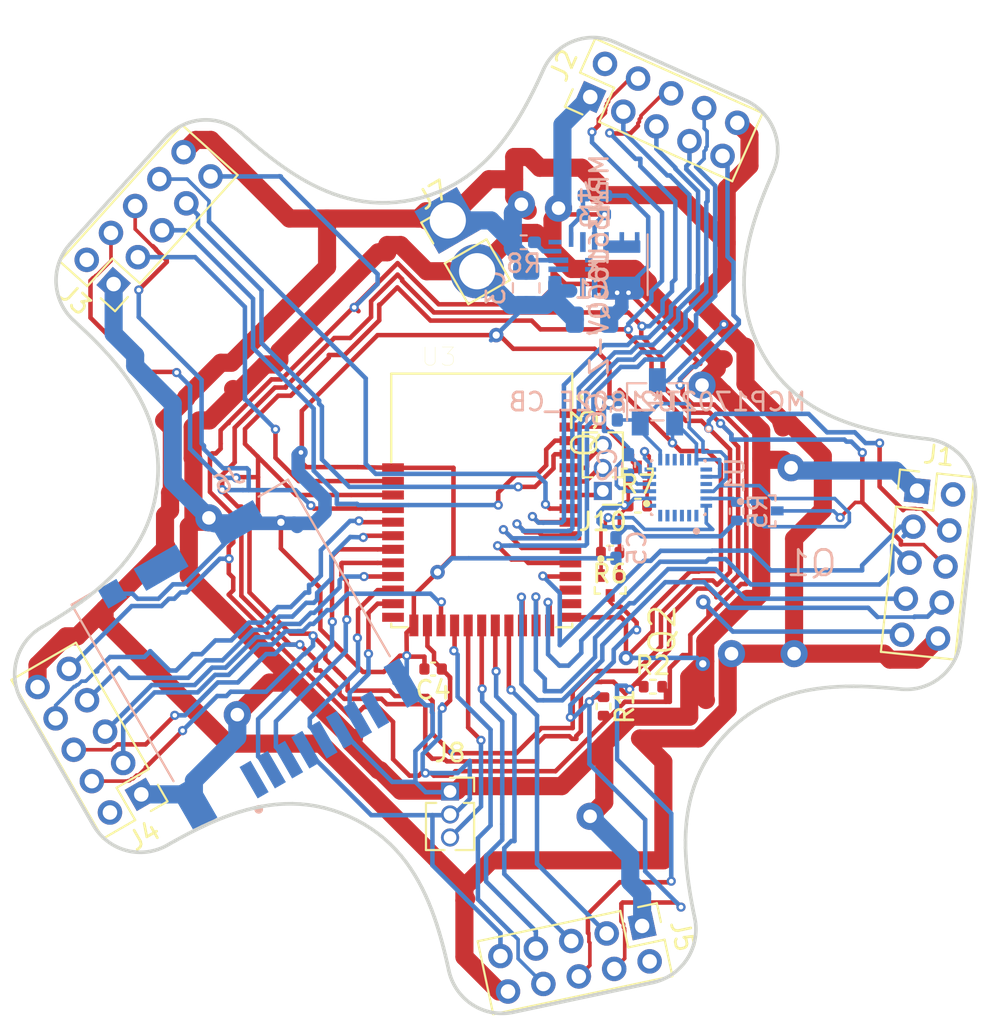
<source format=kicad_pcb>
(kicad_pcb (version 20171130) (host pcbnew 5.1.7-a382d34a88~90~ubuntu20.04.1)
  (layers (0 F.Cu signal) (31 B.Cu signal) (34 B.Paste user hide) (35 F.Paste user hide) (36 B.SilkS user hide) (37 F.SilkS user hide) (38 B.Mask user hide) (39 F.Mask user hide) (44 Edge.Cuts user))
  (net 0 "")
  (net 1 GND)
  (net 2 +8V)
  (net 3 /SWDIO)
  (net 4 /SWDCLK)
  (net 5 /SMA1_SIG)
  (net 6 /SMA2_SIG)
  (net 7 /SMA3_SIG)
  (net 8 /SMA4_SIG)
  (net 9 /SMA5_SIG)
  (net 10 /SMA6_SIG)
  (net 11 /SMA7_SIG)
  (net 12 /SMA8_SIG)
  (net 13 /SMA9_SIG)
  (net 14 /SMA10_SIG)
  (net 15 /SMA11_SIG)
  (net 16 /SMA12_SIG)
  (net 17 /SMA13_SIG)
  (net 18 /SMA14_SIG)
  (net 19 /SMA15_SIG)
  (net 20 /SMA16_SIG)
  (net 21 /SMA17_SIG)
  (net 22 /SMA18_SIG)
  (net 23 /SMA19_SIG)
  (net 24 /SMA20_SIG)
  (net 25 "Net-(U3-Pad28)")
  (net 26 "Net-(U3-Pad15)")
  (net 27 "Net-(U3-Pad14)")
  (net 28 "Net-(J10-Pad1)")
  (net 29 /SCL)
  (net 30 /SDA)
  (net 31 "Net-(J1-Pad2)")
  (net 32 "Net-(J2-Pad2)")
  (net 33 "Net-(J3-Pad2)")
  (net 34 "Net-(J4-Pad2)")
  (net 35 "Net-(J5-Pad2)")
  (net 36 "Net-(C2-Pad2)")
  (net 37 +1V8)
  (net 38 "Net-(U1-Pad21)")
  (net 39 "Net-(U1-Pad19)")
  (net 40 "Net-(U1-Pad1)")
  (net 41 "Net-(U1-Pad7)")
  (net 42 "Net-(J6-Pad1)")
  (net 43 "Net-(J6-Pad8)")
  (net 44 "Net-(J6-Pad9)")
  (net 45 /CS)
  (net 46 /MOSI)
  (net 47 /CLK)
  (net 48 /MISO)
  (net 49 /A0)
  (net 50 /SCL_VIN)
  (net 51 /SDA_VIN)
  (net 52 /INT)
  (net 53 /INT_VIN)
  (net 54 +3V3)
  (net 55 "Net-(U6-Pad20)")
  (net 56 "Net-(U6-Pad19)")
  (net 57 "Net-(U6-Pad18)")
  (net 58 "Net-(U6-Pad15)")
  (net 59 "Net-(U6-Pad11)")
  (net 60 "Net-(U6-Pad10)")
  (net 61 "Net-(U6-Pad6)")
  (net 62 "Net-(U6-Pad5)")
  (net 63 "Net-(U6-Pad4)")
  (net 64 "Net-(U6-Pad2)")
  (net 65 /FB)
  (net 66 /EN)
  (module Capacitor_SMD:C_0402_1005Metric_Pad0.74x0.62mm_HandSolder (layer B.Cu) (at 116.25072 111.17688 90)
    (fp_text reference C5 (at 0 1.16 270) (layer B.SilkS) (effects (justify mirror)))
    (fp_text value 0.1uF)
    (pad 2 smd roundrect (at 0.5675 0 90) (size 0.735 0.62) (layers B.Cu B.Paste B.Mask) (net 37 +1V8))
    (pad 1 smd roundrect (at -0.5675 0 90) (size 0.735 0.62) (layers B.Cu B.Paste B.Mask) (net 1 GND))
  )
  (module Capacitor_SMD:C_0402_1005Metric (layer F.Cu) (at 106.15174 117.85854 180)
    (fp_text reference C4 (at 0 -1.16) (layer F.SilkS))
    (fp_text value 1uF)
    (pad 2 smd roundrect (at 0.48 0 180) (size 0.56 0.62) (layers F.Cu F.Paste F.Mask) (net 1 GND))
    (pad 1 smd roundrect (at -0.48 0 180) (size 0.56 0.62) (layers F.Cu F.Paste F.Mask) (net 54 +3V3))
  )
  (module MPM3610:MPM3610GQV-Z (layer B.Cu) (at 115.32414 95.53924 270)
    (fp_text reference U6 (at 0 0 90) (layer B.SilkS) (effects (justify mirror)))
    (fp_text value MPM3610GQV-Z (at 0 0 90) (layer B.SilkS) (effects (justify mirror)))
    (fp_poly (pts (xy 1.292 -2.227) (xy 0.708 -2.227) (xy 0.708 -0.273) (xy 1.292 -0.273)) (layer B.Cu) (width 0.1))
    (fp_poly (pts (xy -1.292 -0.273) (xy -0.708 -0.273) (xy -0.708 -2.227) (xy -1.292 -2.227)) (layer B.Cu) (width 0.1))
    (fp_text user * (at 0 0 90) (layer B.SilkS) (effects (justify mirror)))
    (pad 20 smd rect (at 0.25 0.575 270) (size 0.254 0.4064) (layers B.Cu B.Paste B.Mask) (net 55 "Net-(U6-Pad20)"))
    (pad 19 smd rect (at -0.25 0.575 270) (size 0.254 0.4064) (layers B.Cu B.Paste B.Mask) (net 56 "Net-(U6-Pad19)"))
    (pad 18 smd rect (at -1.25 2.444 180) (size 0.7112 0.254) (layers B.Cu B.Paste B.Mask) (net 57 "Net-(U6-Pad18)"))
    (pad 17 smd rect (at -0.750001 2.444 180) (size 0.7112 0.254) (layers B.Cu B.Paste B.Mask) (net 66 /EN))
    (pad 16 smd rect (at -0.25 2.254 180) (size 1.0922 0.3048) (layers B.Cu B.Paste B.Mask) (net 2 +8V))
    (pad 15 smd rect (at 0.25 2.254 180) (size 1.0922 0.3048) (layers B.Cu B.Paste B.Mask) (net 58 "Net-(U6-Pad15)"))
    (pad 14 smd rect (at 0.750001 2.444 180) (size 0.7112 0.254) (layers B.Cu B.Paste B.Mask) (net 1 GND))
    (pad 13 smd rect (at 1.25 2.444 180) (size 0.7112 0.254) (layers B.Cu B.Paste B.Mask) (net 1 GND))
    (pad 12 smd rect (at 1.444 1.55 270) (size 0.7112 0.254) (layers B.Cu B.Paste B.Mask) (net 1 GND))
    (pad 11 smd rect (at 1.254 0.900001 270) (size 1.0922 0.3048) (layers B.Cu B.Paste B.Mask) (net 59 "Net-(U6-Pad11)"))
    (pad 10 smd rect (at 1.254 0.25 270) (size 1.0922 0.3048) (layers B.Cu B.Paste B.Mask) (net 60 "Net-(U6-Pad10)"))
    (pad 9 smd rect (at 1.546 -0.4 270) (size 0.508 0.254) (layers B.Cu B.Paste B.Mask) (net 54 +3V3))
    (pad 8 smd rect (at 1.546 -1.250001 270) (size 0.508 0.254) (layers B.Cu B.Paste B.Mask) (net 54 +3V3))
    (pad 7 smd rect (at 1.546 -2.1 270) (size 0.508 0.254) (layers B.Cu B.Paste B.Mask) (net 54 +3V3))
    (pad 6 smd rect (at -1.546 -2.1 270) (size 0.508 0.254) (layers B.Cu B.Paste B.Mask) (net 61 "Net-(U6-Pad6)"))
    (pad 5 smd rect (at -1.546 -1.250001 270) (size 0.508 0.254) (layers B.Cu B.Paste B.Mask) (net 62 "Net-(U6-Pad5)"))
    (pad 4 smd rect (at -1.546 -0.4 270) (size 0.508 0.254) (layers B.Cu B.Paste B.Mask) (net 63 "Net-(U6-Pad4)"))
    (pad 3 smd rect (at -1.254 0.25 270) (size 1.0922 0.3048) (layers B.Cu B.Paste B.Mask) (net 1 GND))
    (pad 2 smd rect (at -1.254 0.900001 270) (size 1.0922 0.3048) (layers B.Cu B.Paste B.Mask) (net 64 "Net-(U6-Pad2)"))
    (pad 1 smd rect (at -1.394 1.55 270) (size 0.8128 0.254) (layers B.Cu B.Paste B.Mask) (net 65 /FB))
  )
  (module MCP-1702T:MCP1702T-1802E&slash_CB (layer B.Cu) (at 118.544299 103.10736 180)
    (fp_text reference U2 (at 0 0) (layer B.SilkS) (effects (justify mirror)))
    (fp_text value MCP1702T-1802E_CB (at 0 0) (layer B.SilkS) (effects (justify mirror)))
    (fp_text user * (at 0 0) (layer B.SilkS) (effects (justify mirror)))
    (pad 3 smd rect (at 0 1.1952 180) (size 0.9398 1.3208) (layers B.Cu B.Paste B.Mask) (net 2 +8V))
    (pad 2 smd rect (at 0.950001 -1.1952 180) (size 0.9398 1.3208) (layers B.Cu B.Paste B.Mask) (net 37 +1V8))
    (pad 1 smd rect (at -0.950001 -1.1952 180) (size 0.9398 1.3208) (layers B.Cu B.Paste B.Mask) (net 1 GND))
  )
  (module BL652-SA-01:XCVR_BL652-SA-01 (layer F.Cu) (at 108.8368 108.5506)
    (fp_text reference U3 (at -2.37522 -7.93209) (layer F.SilkS) (effects (font (size 1.00178 1.00178) (thickness 0.015))))
    (fp_text value BL652-SA-01)
    (pad 1 smd rect (at 4.9 -4.8) (size 1.2 0.5) (layers F.Cu F.Paste F.Mask) (net 1 GND))
    (pad 2 smd rect (at 4.9 -4.05) (size 1.2 0.5) (layers F.Cu F.Paste F.Mask) (net 52 /INT))
    (pad 4 smd rect (at 4.9 -2.55) (size 1.2 0.5) (layers F.Cu F.Paste F.Mask) (net 22 /SMA18_SIG))
    (pad 3 smd rect (at 4.9 -3.3) (size 1.2 0.5) (layers F.Cu F.Paste F.Mask) (net 23 /SMA19_SIG))
    (pad 8 smd rect (at 4.9 0.45) (size 1.2 0.5) (layers F.Cu F.Paste F.Mask) (net 21 /SMA17_SIG))
    (pad 7 smd rect (at 4.9 -0.3) (size 1.2 0.5) (layers F.Cu F.Paste F.Mask) (net 28 "Net-(J10-Pad1)"))
    (pad 5 smd rect (at 4.9 -1.8) (size 1.2 0.5) (layers F.Cu F.Paste F.Mask) (net 3 /SWDIO))
    (pad 6 smd rect (at 4.9 -1.05) (size 1.2 0.5) (layers F.Cu F.Paste F.Mask) (net 4 /SWDCLK))
    (pad 16 smd rect (at 4.9 6.45) (size 1.2 0.5) (layers F.Cu F.Paste F.Mask) (net 1 GND))
    (pad 15 smd rect (at 4.9 5.7) (size 1.2 0.5) (layers F.Cu F.Paste F.Mask) (net 26 "Net-(U3-Pad15)"))
    (pad 13 smd rect (at 4.9 4.2) (size 1.2 0.5) (layers F.Cu F.Paste F.Mask) (net 16 /SMA12_SIG))
    (pad 14 smd rect (at 4.9 4.95) (size 1.2 0.5) (layers F.Cu F.Paste F.Mask) (net 27 "Net-(U3-Pad14)"))
    (pad 9 smd rect (at 4.9 1.2) (size 1.2 0.5) (layers F.Cu F.Paste F.Mask) (net 20 /SMA16_SIG))
    (pad 10 smd rect (at 4.9 1.95) (size 1.2 0.5) (layers F.Cu F.Paste F.Mask) (net 19 /SMA15_SIG))
    (pad 12 smd rect (at 4.9 3.45) (size 1.2 0.5) (layers F.Cu F.Paste F.Mask) (net 17 /SMA13_SIG))
    (pad 11 smd rect (at 4.9 2.7) (size 1.2 0.5) (layers F.Cu F.Paste F.Mask) (net 18 /SMA14_SIG))
    (pad 36 smd rect (at -4.9 0.45) (size 1.2 0.5) (layers F.Cu F.Paste F.Mask) (net 29 /SCL))
    (pad 37 smd rect (at -4.9 -0.3) (size 1.2 0.5) (layers F.Cu F.Paste F.Mask) (net 30 /SDA))
    (pad 28 smd rect (at -4.9 6.45) (size 1.2 0.5) (layers F.Cu F.Paste F.Mask) (net 25 "Net-(U3-Pad28)"))
    (pad 29 smd rect (at -4.9 5.7) (size 1.2 0.5) (layers F.Cu F.Paste F.Mask) (net 48 /MISO))
    (pad 31 smd rect (at -4.9 4.2) (size 1.2 0.5) (layers F.Cu F.Paste F.Mask) (net 7 /SMA3_SIG))
    (pad 30 smd rect (at -4.9 4.95) (size 1.2 0.5) (layers F.Cu F.Paste F.Mask) (net 47 /CLK))
    (pad 35 smd rect (at -4.9 1.2) (size 1.2 0.5) (layers F.Cu F.Paste F.Mask) (net 5 /SMA1_SIG))
    (pad 34 smd rect (at -4.9 1.95) (size 1.2 0.5) (layers F.Cu F.Paste F.Mask) (net 6 /SMA2_SIG))
    (pad 32 smd rect (at -4.9 3.45) (size 1.2 0.5) (layers F.Cu F.Paste F.Mask) (net 46 /MOSI))
    (pad 33 smd rect (at -4.9 2.7) (size 1.2 0.5) (layers F.Cu F.Paste F.Mask) (net 45 /CS))
    (pad 38 smd rect (at -4.9 -1.05) (size 1.2 0.5) (layers F.Cu F.Paste F.Mask) (net 24 /SMA20_SIG))
    (pad 39 smd rect (at -4.9 -1.8) (size 1.2 0.5) (layers F.Cu F.Paste F.Mask) (net 1 GND))
    (pad 25 smd rect (at -2.25 6.9) (size 0.5 1.2) (layers F.Cu F.Paste F.Mask) (net 8 /SMA4_SIG))
    (pad 26 smd rect (at -3 6.9) (size 0.5 1.2) (layers F.Cu F.Paste F.Mask) (net 54 +3V3))
    (pad 17 smd rect (at 3.75 6.9) (size 0.5 1.2) (layers F.Cu F.Paste F.Mask) (net 15 /SMA11_SIG))
    (pad 18 smd rect (at 3 6.9) (size 0.5 1.2) (layers F.Cu F.Paste F.Mask) (net 14 /SMA10_SIG))
    (pad 20 smd rect (at 1.5 6.9) (size 0.5 1.2) (layers F.Cu F.Paste F.Mask) (net 12 /SMA8_SIG))
    (pad 19 smd rect (at 2.25 6.9) (size 0.5 1.2) (layers F.Cu F.Paste F.Mask) (net 13 /SMA9_SIG))
    (pad 24 smd rect (at -1.5 6.9) (size 0.5 1.2) (layers F.Cu F.Paste F.Mask) (net 9 /SMA5_SIG))
    (pad 23 smd rect (at -0.75 6.9) (size 0.5 1.2) (layers F.Cu F.Paste F.Mask) (net 49 /A0))
    (pad 21 smd rect (at 0.75 6.9) (size 0.5 1.2) (layers F.Cu F.Paste F.Mask) (net 11 /SMA7_SIG))
    (pad 22 smd rect (at 0 6.9) (size 0.5 1.2) (layers F.Cu F.Paste F.Mask) (net 10 /SMA6_SIG))
    (pad 27 smd rect (at -3.75 6.9) (size 0.5 1.2) (layers F.Cu F.Paste F.Mask) (net 1 GND))
  )
  (module Resistor_SMD:R_0402_1005Metric_Pad0.72x0.64mm_HandSolder (layer B.Cu) (at 111.15488 94.30004)
    (fp_text reference R8 (at 0 1.17) (layer B.SilkS) (effects (justify mirror)))
    (fp_text value 75k)
    (pad 2 smd roundrect (at 0.5975 0) (size 0.715 0.64) (layers B.Cu B.Paste B.Mask) (net 66 /EN))
    (pad 1 smd roundrect (at -0.5975 0) (size 0.715 0.64) (layers B.Cu B.Paste B.Mask) (net 2 +8V))
  )
  (module Resistor_SMD:R_0402_1005Metric_Pad0.72x0.64mm_HandSolder (layer B.Cu) (at 115.02584 92.7608 180)
    (fp_text reference R4 (at 0 1.17) (layer B.SilkS) (effects (justify mirror)))
    (fp_text value 24k)
    (pad 2 smd roundrect (at 0.5975 0 180) (size 0.715 0.64) (layers B.Cu B.Paste B.Mask) (net 65 /FB))
    (pad 1 smd roundrect (at -0.5975 0 180) (size 0.715 0.64) (layers B.Cu B.Paste B.Mask) (net 1 GND))
  )
  (module Resistor_SMD:R_0402_1005Metric_Pad0.72x0.64mm_HandSolder (layer B.Cu) (at 115.09054 91.72448)
    (fp_text reference R3 (at 0 1.17) (layer B.SilkS) (effects (justify mirror)))
    (fp_text value 75k)
    (pad 2 smd roundrect (at 0.5975 0) (size 0.715 0.64) (layers B.Cu B.Paste B.Mask) (net 54 +3V3))
    (pad 1 smd roundrect (at -0.5975 0) (size 0.715 0.64) (layers B.Cu B.Paste B.Mask) (net 65 /FB))
  )
  (module Capacitor_SMD:C_0805_2012Metric (layer B.Cu) (at 111.29264 96.81722 270)
    (fp_text reference C3 (at 0 1.68 90) (layer B.SilkS) (effects (justify mirror)))
    (fp_text value 22uF)
    (pad 2 smd roundrect (at 0.95 0 270) (size 1 1.45) (layers B.Cu B.Paste B.Mask) (net 1 GND))
    (pad 1 smd roundrect (at -0.95 0 270) (size 1 1.45) (layers B.Cu B.Paste B.Mask) (net 2 +8V))
  )
  (module Capacitor_SMD:C_0805_2012Metric (layer B.Cu) (at 114.92988 98.57232 180)
    (fp_text reference C1 (at 0 1.68) (layer B.SilkS) (effects (justify mirror)))
    (fp_text value 22uF)
    (pad 2 smd roundrect (at 0.95 0 180) (size 1 1.45) (layers B.Cu B.Paste B.Mask) (net 1 GND))
    (pad 1 smd roundrect (at -0.95 0 180) (size 1 1.45) (layers B.Cu B.Paste B.Mask) (net 54 +3V3))
  )
  (module Resistor_SMD:R_0402_1005Metric (layer F.Cu) (at 117.46176 108.839)
    (fp_text reference R7 (at 0 -1.17) (layer F.SilkS))
    (fp_text value " ")
    (pad 2 smd roundrect (at 0.51 0) (size 0.54 0.64) (layers F.Cu F.Paste F.Mask) (net 53 /INT_VIN))
    (pad 1 smd roundrect (at -0.51 0) (size 0.54 0.64) (layers F.Cu F.Paste F.Mask) (net 37 +1V8))
  )
  (module Resistor_SMD:R_0402_1005Metric (layer F.Cu) (at 115.93268 111.4298 180)
    (fp_text reference R6 (at 0 -1.17) (layer F.SilkS))
    (fp_text value " ")
    (pad 2 smd roundrect (at 0.51 0 180) (size 0.54 0.64) (layers F.Cu F.Paste F.Mask) (net 51 /SDA_VIN))
    (pad 1 smd roundrect (at -0.51 0 180) (size 0.54 0.64) (layers F.Cu F.Paste F.Mask) (net 37 +1V8))
  )
  (module Resistor_SMD:R_0402_1005Metric (layer B.Cu) (at 122.9233 109.14834 90)
    (fp_text reference R5 (at 0 1.17 270) (layer B.SilkS) (effects (justify mirror)))
    (fp_text value " ")
    (pad 2 smd roundrect (at 0.51 0 90) (size 0.54 0.64) (layers B.Cu B.Paste B.Mask) (net 50 /SCL_VIN))
    (pad 1 smd roundrect (at -0.51 0 90) (size 0.54 0.64) (layers B.Cu B.Paste B.Mask) (net 37 +1V8))
  )
  (module RUE002N02TL:TRANS_RUE002N02TL (layer F.Cu) (at 117.43182 107.24778 90)
    (fp_text reference Q3 (at 2.445 -2.889 90) (layer F.SilkS) (effects (font (size 1.4 1.4))))
    (fp_text value RUE002N02TL)
    (pad 2 smd rect (at -0.55 -0.5) (size 0.4 0.7) (layers F.Cu F.Paste F.Mask) (net 37 +1V8))
    (pad 1 smd rect (at -0.55 0.5) (size 0.4 0.7) (layers F.Cu F.Paste F.Mask) (net 53 /INT_VIN))
    (pad 3 smd rect (at 0.55 0) (size 0.5 0.7) (layers F.Cu F.Paste F.Mask) (net 52 /INT))
  )
  (module RUE002N02TL:TRANS_RUE002N02TL (layer F.Cu) (at 115.93322 113.24708 270)
    (fp_text reference Q2 (at 2.445 -2.889 90) (layer F.SilkS) (effects (font (size 1.4 1.4))))
    (fp_text value RUE002N02TL)
    (pad 3 smd rect (at 0.55 0 180) (size 0.5 0.7) (layers F.Cu F.Paste F.Mask) (net 30 /SDA))
    (pad 1 smd rect (at -0.55 0.5 180) (size 0.4 0.7) (layers F.Cu F.Paste F.Mask) (net 51 /SDA_VIN))
    (pad 2 smd rect (at -0.55 -0.5 180) (size 0.4 0.7) (layers F.Cu F.Paste F.Mask) (net 37 +1V8))
  )
  (module RUE002N02TL:TRANS_RUE002N02TL (layer B.Cu) (at 124.61122 109.12818)
    (fp_text reference Q1 (at 2.445 2.889 180) (layer B.SilkS) (effects (font (size 1.4 1.4)) (justify mirror)))
    (fp_text value RUE002N02TL)
    (pad 3 smd rect (at 0.55 0 90) (size 0.5 0.7) (layers B.Cu B.Paste B.Mask) (net 29 /SCL))
    (pad 1 smd rect (at -0.55 -0.5 90) (size 0.4 0.7) (layers B.Cu B.Paste B.Mask) (net 50 /SCL_VIN))
    (pad 2 smd rect (at -0.55 0.5 90) (size 0.4 0.7) (layers B.Cu B.Paste B.Mask) (net 37 +1V8))
  )
  (module Connector_PinSocket_1.27mm:PinSocket_1x03_P1.27mm_Vertical (layer F.Cu) (at 107.0864 124.61748)
    (fp_text reference J8 (at 0 -2.135) (layer F.SilkS))
    (fp_text value Conn_01x03)
    (pad 3 thru_hole oval (at 0 2.54) (size 1 1) (drill 0.7) (layers *.Cu *.Mask) (net 49 /A0))
    (pad 2 thru_hole oval (at 0 1.27) (size 1 1) (drill 0.7) (layers *.Cu *.Mask) (net 54 +3V3))
    (pad 1 thru_hole rect (at 0 0) (size 1 1) (drill 0.7) (layers *.Cu *.Mask) (net 1 GND))
  )
  (module DM3CS-SF:HRS_DM3CS-SF (layer B.Cu) (at 95.857073 116.861719 210)
    (fp_text reference J6 (at -3.840295 8.669495 30) (layer B.SilkS) (effects (font (size 1.003992 1.003992)) (justify mirror)))
    (fp_text value DM3CS-SF)
    (pad S5 smd rect (at 4.85 6.45 210) (size 1.2 1.2) (layers B.Cu B.Paste B.Mask) (net 1 GND))
    (pad S3 smd rect (at -3.1 6.35 210) (size 2.7 1.4) (layers B.Cu B.Paste B.Mask) (net 1 GND))
    (pad 9 smd rect (at 1.8 6.35 210) (size 2.7 1.4) (layers B.Cu B.Paste B.Mask) (net 44 "Net-(J6-Pad9)"))
    (pad S2 smd rect (at 6.75 -5.85 210) (size 1.5 2.6) (layers B.Cu B.Paste B.Mask) (net 1 GND))
    (pad S1 smd rect (at -6.6 -5.85 210) (size 1 2.6) (layers B.Cu B.Paste B.Mask) (net 1 GND))
    (pad 1 smd rect (at 3.2 -6.35 210) (size 0.7 2) (layers B.Cu B.Paste B.Mask) (net 42 "Net-(J6-Pad1)"))
    (pad 2 smd rect (at 2.1 -6.35 210) (size 0.7 2) (layers B.Cu B.Paste B.Mask) (net 45 /CS))
    (pad 3 smd rect (at 1 -6.35 210) (size 0.7 2) (layers B.Cu B.Paste B.Mask) (net 46 /MOSI))
    (pad 4 smd rect (at -0.1 -6.35 210) (size 0.7 2) (layers B.Cu B.Paste B.Mask) (net 54 +3V3))
    (pad 5 smd rect (at -1.2 -6.35 210) (size 0.7 2) (layers B.Cu B.Paste B.Mask) (net 47 /CLK))
    (pad 6 smd rect (at -2.3 -6.35 210) (size 0.7 2) (layers B.Cu B.Paste B.Mask) (net 1 GND))
    (pad 7 smd rect (at -3.4 -6.35 210) (size 0.7 2) (layers B.Cu B.Paste B.Mask) (net 48 /MISO))
    (pad 8 smd rect (at -4.5 -6.35 210) (size 0.7 2) (layers B.Cu B.Paste B.Mask) (net 43 "Net-(J6-Pad8)"))
  )
  (module ICM-20948:QFN40P300X300X105-24N (layer B.Cu) (at 119.69682 107.84388 90)
    (fp_text reference U1 (at 0.675 3.135 90) (layer B.SilkS) (effects (justify mirror)))
    (fp_text value ICM-20948)
    (pad 24 smd roundrect (at -1 1.545 90) (size 0.22 0.64) (layers B.Cu B.Paste B.Mask) (roundrect_rratio 0.03) (net 51 /SDA_VIN))
    (pad 23 smd roundrect (at -0.6 1.545 90) (size 0.22 0.64) (layers B.Cu B.Paste B.Mask) (roundrect_rratio 0.03) (net 50 /SCL_VIN))
    (pad 22 smd roundrect (at -0.2 1.545 90) (size 0.22 0.64) (layers B.Cu B.Paste B.Mask) (roundrect_rratio 0.03) (net 37 +1V8))
    (pad 21 smd roundrect (at 0.2 1.545 90) (size 0.22 0.64) (layers B.Cu B.Paste B.Mask) (roundrect_rratio 0.03) (net 38 "Net-(U1-Pad21)"))
    (pad 20 smd roundrect (at 0.6 1.545 90) (size 0.22 0.64) (layers B.Cu B.Paste B.Mask) (roundrect_rratio 0.03) (net 1 GND))
    (pad 19 smd roundrect (at 1 1.545 90) (size 0.22 0.64) (layers B.Cu B.Paste B.Mask) (roundrect_rratio 0.03) (net 39 "Net-(U1-Pad19)"))
    (pad 18 smd roundrect (at 1.545 1 90) (size 0.64 0.22) (layers B.Cu B.Paste B.Mask) (roundrect_rratio 0.03) (net 1 GND))
    (pad 17 smd roundrect (at 1.545 0.6 90) (size 0.64 0.22) (layers B.Cu B.Paste B.Mask) (roundrect_rratio 0.03) (net 40 "Net-(U1-Pad1)"))
    (pad 16 smd roundrect (at 1.545 0.2 90) (size 0.64 0.22) (layers B.Cu B.Paste B.Mask) (roundrect_rratio 0.03) (net 40 "Net-(U1-Pad1)"))
    (pad 15 smd roundrect (at 1.545 -0.2 90) (size 0.64 0.22) (layers B.Cu B.Paste B.Mask) (roundrect_rratio 0.03) (net 40 "Net-(U1-Pad1)"))
    (pad 14 smd roundrect (at 1.545 -0.6 90) (size 0.64 0.22) (layers B.Cu B.Paste B.Mask) (roundrect_rratio 0.03) (net 40 "Net-(U1-Pad1)"))
    (pad 13 smd roundrect (at 1.545 -1 90) (size 0.64 0.22) (layers B.Cu B.Paste B.Mask) (roundrect_rratio 0.03) (net 37 +1V8))
    (pad 12 smd roundrect (at 1 -1.545 90) (size 0.22 0.64) (layers B.Cu B.Paste B.Mask) (roundrect_rratio 0.03) (net 53 /INT_VIN))
    (pad 11 smd roundrect (at 0.6 -1.545 90) (size 0.22 0.64) (layers B.Cu B.Paste B.Mask) (roundrect_rratio 0.03) (net 1 GND))
    (pad 10 smd roundrect (at 0.2 -1.545 90) (size 0.22 0.64) (layers B.Cu B.Paste B.Mask) (roundrect_rratio 0.03) (net 36 "Net-(C2-Pad2)"))
    (pad 9 smd roundrect (at -0.2 -1.545 90) (size 0.22 0.64) (layers B.Cu B.Paste B.Mask) (roundrect_rratio 0.03) (net 1 GND))
    (pad 8 smd roundrect (at -0.6 -1.545 90) (size 0.22 0.64) (layers B.Cu B.Paste B.Mask) (roundrect_rratio 0.03) (net 37 +1V8))
    (pad 7 smd roundrect (at -1 -1.545 90) (size 0.22 0.64) (layers B.Cu B.Paste B.Mask) (roundrect_rratio 0.03) (net 41 "Net-(U1-Pad7)"))
    (pad 6 smd roundrect (at -1.545 -1 90) (size 0.64 0.22) (layers B.Cu B.Paste B.Mask) (roundrect_rratio 0.03) (net 40 "Net-(U1-Pad1)"))
    (pad 5 smd roundrect (at -1.545 -0.6 90) (size 0.64 0.22) (layers B.Cu B.Paste B.Mask) (roundrect_rratio 0.03) (net 40 "Net-(U1-Pad1)"))
    (pad 4 smd roundrect (at -1.545 -0.2 90) (size 0.64 0.22) (layers B.Cu B.Paste B.Mask) (roundrect_rratio 0.03) (net 40 "Net-(U1-Pad1)"))
    (pad 3 smd roundrect (at -1.545 0.2 90) (size 0.64 0.22) (layers B.Cu B.Paste B.Mask) (roundrect_rratio 0.03) (net 40 "Net-(U1-Pad1)"))
    (pad 2 smd roundrect (at -1.545 0.6 90) (size 0.64 0.22) (layers B.Cu B.Paste B.Mask) (roundrect_rratio 0.03) (net 40 "Net-(U1-Pad1)"))
    (pad 1 smd roundrect (at -1.545 1 90) (size 0.64 0.22) (layers B.Cu B.Paste B.Mask) (roundrect_rratio 0.03) (net 40 "Net-(U1-Pad1)"))
  )
  (module Capacitor_SMD:C_0402_1005Metric_Pad0.74x0.62mm_HandSolder (layer B.Cu) (at 116.32692 103.54056 270)
    (fp_text reference C6 (at 0 1.16 270) (layer B.SilkS) (effects (justify mirror)))
    (fp_text value 0.1uF)
    (pad 2 smd roundrect (at 0.5675 0 270) (size 0.735 0.62) (layers B.Cu B.Paste B.Mask) (net 37 +1V8))
    (pad 1 smd roundrect (at -0.5675 0 270) (size 0.735 0.62) (layers B.Cu B.Paste B.Mask) (net 1 GND))
  )
  (module Capacitor_SMD:C_0402_1005Metric_Pad0.74x0.62mm_HandSolder (layer B.Cu) (at 116.94668 106.58748 270)
    (fp_text reference C2 (at 0 1.16 90) (layer B.SilkS) (effects (justify mirror)))
    (fp_text value 0.1uF)
    (pad 2 smd roundrect (at 0.5675 0 270) (size 0.735 0.62) (layers B.Cu B.Paste B.Mask) (net 36 "Net-(C2-Pad2)"))
    (pad 1 smd roundrect (at -0.5675 0 270) (size 0.735 0.62) (layers B.Cu B.Paste B.Mask) (net 1 GND))
  )
  (module Connector_PinHeader_2.00mm:PinHeader_2x05_P2.00mm_Vertical (layer F.Cu) (at 90.030071 124.77826 210)
    (fp_text reference J4 (at 1 -2.06 30) (layer F.SilkS))
    (fp_text value Conn_02x05_Counter_Clockwise)
    (pad 10 thru_hole oval (at 2 8 210) (size 1.35 1.35) (drill 0.8) (layers *.Cu *.Mask) (net 2 +8V))
    (pad 9 thru_hole oval (at 0 8 210) (size 1.35 1.35) (drill 0.8) (layers *.Cu *.Mask) (net 54 +3V3))
    (pad 8 thru_hole oval (at 2 6 210) (size 1.35 1.35) (drill 0.8) (layers *.Cu *.Mask) (net 5 /SMA1_SIG))
    (pad 7 thru_hole oval (at 0 6 210) (size 1.35 1.35) (drill 0.8) (layers *.Cu *.Mask) (net 6 /SMA2_SIG))
    (pad 6 thru_hole oval (at 2 4 210) (size 1.35 1.35) (drill 0.8) (layers *.Cu *.Mask) (net 29 /SCL))
    (pad 5 thru_hole oval (at 0 4 210) (size 1.35 1.35) (drill 0.8) (layers *.Cu *.Mask) (net 7 /SMA3_SIG))
    (pad 4 thru_hole oval (at 2 2 210) (size 1.35 1.35) (drill 0.8) (layers *.Cu *.Mask) (net 30 /SDA))
    (pad 3 thru_hole oval (at 0 2 210) (size 1.35 1.35) (drill 0.8) (layers *.Cu *.Mask) (net 8 /SMA4_SIG))
    (pad 2 thru_hole oval (at 2 0 210) (size 1.35 1.35) (drill 0.8) (layers *.Cu *.Mask) (net 34 "Net-(J4-Pad2)"))
    (pad 1 thru_hole rect (at 0 0 210) (size 1.35 1.35) (drill 0.8) (layers *.Cu *.Mask) (net 1 GND))
  )
  (module Connector_PinHeader_2.00mm:PinHeader_2x05_P2.00mm_Vertical (layer F.Cu) (at 114.831896 86.276338 66)
    (fp_text reference J2 (at 1 -2.06 66) (layer F.SilkS))
    (fp_text value Conn_02x05_Counter_Clockwise)
    (pad 10 thru_hole oval (at 2 8 66) (size 1.35 1.35) (drill 0.8) (layers *.Cu *.Mask) (net 2 +8V))
    (pad 9 thru_hole oval (at 0 8 66) (size 1.35 1.35) (drill 0.8) (layers *.Cu *.Mask) (net 54 +3V3))
    (pad 8 thru_hole oval (at 2 6 66) (size 1.35 1.35) (drill 0.8) (layers *.Cu *.Mask) (net 17 /SMA13_SIG))
    (pad 7 thru_hole oval (at 0 6 66) (size 1.35 1.35) (drill 0.8) (layers *.Cu *.Mask) (net 18 /SMA14_SIG))
    (pad 6 thru_hole oval (at 2 4 66) (size 1.35 1.35) (drill 0.8) (layers *.Cu *.Mask) (net 29 /SCL))
    (pad 5 thru_hole oval (at 0 4 66) (size 1.35 1.35) (drill 0.8) (layers *.Cu *.Mask) (net 19 /SMA15_SIG))
    (pad 4 thru_hole oval (at 2 2 66) (size 1.35 1.35) (drill 0.8) (layers *.Cu *.Mask) (net 30 /SDA))
    (pad 3 thru_hole oval (at 0 2 66) (size 1.35 1.35) (drill 0.8) (layers *.Cu *.Mask) (net 20 /SMA16_SIG))
    (pad 2 thru_hole oval (at 2 0 66) (size 1.35 1.35) (drill 0.8) (layers *.Cu *.Mask) (net 32 "Net-(J2-Pad2)"))
    (pad 1 thru_hole rect (at 0 0 66) (size 1.35 1.35) (drill 0.8) (layers *.Cu *.Mask) (net 1 GND))
  )
  (module Connector_PinHeader_2.00mm:PinHeader_2x05_P2.00mm_Vertical (layer F.Cu) (at 117.696717 132.041405 282)
    (fp_text reference J5 (at 1 -2.06 102) (layer F.SilkS))
    (fp_text value Conn_02x05_Counter_Clockwise)
    (pad 10 thru_hole oval (at 2 8 282) (size 1.35 1.35) (drill 0.8) (layers *.Cu *.Mask) (net 2 +8V))
    (pad 9 thru_hole oval (at 0 8 282) (size 1.35 1.35) (drill 0.8) (layers *.Cu *.Mask) (net 54 +3V3))
    (pad 8 thru_hole oval (at 2 6 282) (size 1.35 1.35) (drill 0.8) (layers *.Cu *.Mask) (net 9 /SMA5_SIG))
    (pad 7 thru_hole oval (at 0 6 282) (size 1.35 1.35) (drill 0.8) (layers *.Cu *.Mask) (net 10 /SMA6_SIG))
    (pad 6 thru_hole oval (at 2 4 282) (size 1.35 1.35) (drill 0.8) (layers *.Cu *.Mask) (net 29 /SCL))
    (pad 5 thru_hole oval (at 0 4 282) (size 1.35 1.35) (drill 0.8) (layers *.Cu *.Mask) (net 11 /SMA7_SIG))
    (pad 4 thru_hole oval (at 2 2 282) (size 1.35 1.35) (drill 0.8) (layers *.Cu *.Mask) (net 30 /SDA))
    (pad 3 thru_hole oval (at 0 2 282) (size 1.35 1.35) (drill 0.8) (layers *.Cu *.Mask) (net 12 /SMA8_SIG))
    (pad 2 thru_hole oval (at 2 0 282) (size 1.35 1.35) (drill 0.8) (layers *.Cu *.Mask) (net 35 "Net-(J5-Pad2)"))
    (pad 1 thru_hole rect (at 0 0 282) (size 1.35 1.35) (drill 0.8) (layers *.Cu *.Mask) (net 1 GND))
  )
  (module Connector_PinHeader_2.00mm:PinHeader_2x05_P2.00mm_Vertical (layer F.Cu) (at 88.501858 96.607139 138)
    (fp_text reference J3 (at 1 -2.06 138) (layer F.SilkS))
    (fp_text value Conn_02x05_Counter_Clockwise)
    (pad 10 thru_hole oval (at 2 8 138) (size 1.35 1.35) (drill 0.8) (layers *.Cu *.Mask) (net 2 +8V))
    (pad 9 thru_hole oval (at 0 8 138) (size 1.35 1.35) (drill 0.8) (layers *.Cu *.Mask) (net 54 +3V3))
    (pad 8 thru_hole oval (at 2 6 138) (size 1.35 1.35) (drill 0.8) (layers *.Cu *.Mask) (net 21 /SMA17_SIG))
    (pad 7 thru_hole oval (at 0 6 138) (size 1.35 1.35) (drill 0.8) (layers *.Cu *.Mask) (net 22 /SMA18_SIG))
    (pad 6 thru_hole oval (at 2 4 138) (size 1.35 1.35) (drill 0.8) (layers *.Cu *.Mask) (net 29 /SCL))
    (pad 5 thru_hole oval (at 0 4 138) (size 1.35 1.35) (drill 0.8) (layers *.Cu *.Mask) (net 23 /SMA19_SIG))
    (pad 4 thru_hole oval (at 2 2 138) (size 1.35 1.35) (drill 0.8) (layers *.Cu *.Mask) (net 30 /SDA))
    (pad 3 thru_hole oval (at 0 2 138) (size 1.35 1.35) (drill 0.8) (layers *.Cu *.Mask) (net 24 /SMA20_SIG))
    (pad 2 thru_hole oval (at 2 0 138) (size 1.35 1.35) (drill 0.8) (layers *.Cu *.Mask) (net 33 "Net-(J3-Pad2)"))
    (pad 1 thru_hole rect (at 0 0 138) (size 1.35 1.35) (drill 0.8) (layers *.Cu *.Mask) (net 1 GND))
  )
  (module Connector_PinHeader_2.00mm:PinHeader_2x05_P2.00mm_Vertical (layer F.Cu) (at 132.888273 108.009959 354)
    (fp_text reference J1 (at 1 -2.06 174) (layer F.SilkS))
    (fp_text value Conn_02x05_Counter_Clockwise)
    (pad 10 thru_hole oval (at 2 8 354) (size 1.35 1.35) (drill 0.8) (layers *.Cu *.Mask) (net 2 +8V))
    (pad 9 thru_hole oval (at 0 8 354) (size 1.35 1.35) (drill 0.8) (layers *.Cu *.Mask) (net 54 +3V3))
    (pad 8 thru_hole oval (at 2 6 354) (size 1.35 1.35) (drill 0.8) (layers *.Cu *.Mask) (net 13 /SMA9_SIG))
    (pad 7 thru_hole oval (at 0 6 354) (size 1.35 1.35) (drill 0.8) (layers *.Cu *.Mask) (net 14 /SMA10_SIG))
    (pad 6 thru_hole oval (at 2 4 354) (size 1.35 1.35) (drill 0.8) (layers *.Cu *.Mask) (net 29 /SCL))
    (pad 5 thru_hole oval (at 0 4 354) (size 1.35 1.35) (drill 0.8) (layers *.Cu *.Mask) (net 15 /SMA11_SIG))
    (pad 4 thru_hole oval (at 2 2 354) (size 1.35 1.35) (drill 0.8) (layers *.Cu *.Mask) (net 30 /SDA))
    (pad 3 thru_hole oval (at 0 2 354) (size 1.35 1.35) (drill 0.8) (layers *.Cu *.Mask) (net 16 /SMA12_SIG))
    (pad 2 thru_hole oval (at 2 0 354) (size 1.35 1.35) (drill 0.8) (layers *.Cu *.Mask) (net 31 "Net-(J1-Pad2)"))
    (pad 1 thru_hole rect (at 0 0 354) (size 1.35 1.35) (drill 0.8) (layers *.Cu *.Mask) (net 1 GND))
  )
  (module Connector_PinHeader_2.54mm:PinHeader_1x02_P2.54mm_Vertical (layer F.Cu) (at 107.31246 93.697995 30)
    (fp_text reference J7 (at 0 -2.33 30) (layer F.SilkS))
    (fp_text value 61300211121)
    (pad 1 thru_hole rect (at 0 -0.7 30) (size 2.7 2.7) (drill 2) (layers *.Cu *.Mask) (net 2 +8V))
    (pad 2 thru_hole oval (at 0 2.54 30) (size 3 3) (drill 2) (layers *.Cu *.Mask) (net 1 GND))
  )
  (module Resistor_SMD:R_0402_1005Metric (layer F.Cu) (at 118.29488 118.8339)
    (fp_text reference R2 (at 0 -1.17) (layer F.SilkS))
    (fp_text value " ")
    (pad 1 smd roundrect (at -0.51 0) (size 0.54 0.64) (layers F.Cu F.Paste F.Mask) (net 29 /SCL))
    (pad 2 smd roundrect (at 0.51 0) (size 0.54 0.64) (layers F.Cu F.Paste F.Mask) (net 54 +3V3))
  )
  (module Resistor_SMD:R_0402_1005Metric (layer F.Cu) (at 115.56746 119.92302 270)
    (fp_text reference R1 (at 0 -1.17 90) (layer F.SilkS))
    (fp_text value " ")
    (pad 2 smd roundrect (at 0.51 0 270) (size 0.54 0.64) (layers F.Cu F.Paste F.Mask) (net 54 +3V3))
    (pad 1 smd roundrect (at -0.51 0 270) (size 0.54 0.64) (layers F.Cu F.Paste F.Mask) (net 30 /SDA))
  )
  (module Connector_PinHeader_1.27mm:PinHeader_1x03_P1.27mm_Vertical (layer F.Cu) (at 115.52428 108.02874 180)
    (fp_text reference J10 (at 0 -1.695) (layer F.SilkS))
    (fp_text value 61300311121)
    (pad 3 thru_hole oval (at 0 2.54 180) (size 1 1) (drill 0.65) (layers *.Cu *.Mask) (net 3 /SWDIO))
    (pad 2 thru_hole oval (at 0 1.27 180) (size 1 1) (drill 0.65) (layers *.Cu *.Mask) (net 4 /SWDCLK))
    (pad 1 thru_hole rect (at 0 0 180) (size 1 1) (drill 0.65) (layers *.Cu *.Mask) (net 28 "Net-(J10-Pad1)"))
  )
  (gr_line (start 101.461177 91.878323) (end 101.0464 91.761961) (layer Edge.Cuts) (width 0.2))
  (gr_line (start 101.883584 91.973433) (end 101.461177 91.878323) (layer Edge.Cuts) (width 0.2))
  (gr_line (start 102.313839 92.046061) (end 101.883584 91.973433) (layer Edge.Cuts) (width 0.2))
  (gr_line (start 102.752146 92.094981) (end 102.313839 92.046061) (layer Edge.Cuts) (width 0.2))
  (gr_line (start 126.170282 102.667637) (end 126.512152 102.938778) (layer Edge.Cuts) (width 0.2))
  (gr_line (start 125.840641 102.374641) (end 126.170282 102.667637) (layer Edge.Cuts) (width 0.2))
  (gr_line (start 125.524 102.058816) (end 125.840641 102.374641) (layer Edge.Cuts) (width 0.2))
  (gr_line (start 124.402846 100.547599) (end 124.170222 100.116609) (layer Edge.Cuts) (width 0.2))
  (gr_line (start 133.016185 105.104671) (end 133.448011 105.154235) (layer Edge.Cuts) (width 0.2))
  (gr_line (start 132.583486 105.049914) (end 133.016185 105.104671) (layer Edge.Cuts) (width 0.2))
  (gr_line (start 120.361204 130.33304) (end 120.436996 130.763492) (layer Edge.Cuts) (width 0.2))
  (gr_line (start 120.292425 129.901014) (end 120.361204 130.33304) (layer Edge.Cuts) (width 0.2))
  (gr_line (start 120.231825 129.467839) (end 120.292425 129.901014) (layer Edge.Cuts) (width 0.2))
  (gr_arc (start 93.598924 90.54003) (end 95.596185 88.301516) (angle -89.74013534) (layer Edge.Cuts) (width 0.2))
  (gr_line (start 95.921964 88.589259) (end 95.596185 88.301516) (layer Edge.Cuts) (width 0.2))
  (gr_line (start 96.252191 88.874178) (end 95.921964 88.589259) (layer Edge.Cuts) (width 0.2))
  (gr_line (start 96.587077 89.155041) (end 96.252191 88.874178) (layer Edge.Cuts) (width 0.2))
  (gr_line (start 90.847862 108.151494) (end 90.757156 108.619007) (layer Edge.Cuts) (width 0.2))
  (gr_line (start 90.912995 107.666086) (end 90.847862 108.151494) (layer Edge.Cuts) (width 0.2))
  (gr_line (start 86.623236 98.916541) (end 86.303015 98.622623) (layer Edge.Cuts) (width 0.2))
  (gr_line (start 86.941113 99.215177) (end 86.623236 98.916541) (layer Edge.Cuts) (width 0.2))
  (gr_line (start 128.377949 104.001) (end 128.777002 104.161606) (layer Edge.Cuts) (width 0.2))
  (gr_line (start 127.986498 103.824422) (end 128.377949 104.001) (layer Edge.Cuts) (width 0.2))
  (gr_line (start 127.603422 103.63089) (end 127.986498 103.824422) (layer Edge.Cuts) (width 0.2))
  (gr_line (start 125.221129 101.719177) (end 125.524 102.058816) (layer Edge.Cuts) (width 0.2))
  (gr_line (start 124.9328 101.354748) (end 125.221129 101.719177) (layer Edge.Cuts) (width 0.2))
  (gr_line (start 124.659782 100.964549) (end 124.9328 101.354748) (layer Edge.Cuts) (width 0.2))
  (gr_line (start 129.594839 104.438814) (end 130.012081 104.557379) (layer Edge.Cuts) (width 0.2))
  (gr_line (start 129.182889 104.307217) (end 129.594839 104.438814) (layer Edge.Cuts) (width 0.2))
  (gr_line (start 128.777002 104.161606) (end 129.182889 104.307217) (layer Edge.Cuts) (width 0.2))
  (gr_line (start 120.333206 125.167693) (end 120.247642 125.588667) (layer Edge.Cuts) (width 0.2))
  (gr_line (start 120.439823 124.750304) (end 120.333206 125.167693) (layer Edge.Cuts) (width 0.2))
  (gr_line (start 120.568659 124.336932) (end 120.439823 124.750304) (layer Edge.Cuts) (width 0.2))
  (gr_line (start 90.950208 107.177741) (end 90.958685 106.701587) (layer Edge.Cuts) (width 0.2))
  (gr_line (start 90.912995 107.666086) (end 90.950208 107.177741) (layer Edge.Cuts) (width 0.2))
  (gr_arc (start 88.320498 96.402315) (end 86.091063 94.394924) (angle -89.74013534) (layer Edge.Cuts) (width 0.2))
  (gr_line (start 86.091063 94.394924) (end 91.369488 88.532638) (layer Edge.Cuts) (width 0.2))
  (gr_line (start 110.618855 87.845333) (end 110.850483 87.477126) (layer Edge.Cuts) (width 0.2))
  (gr_line (start 110.377159 88.205515) (end 110.618855 87.845333) (layer Edge.Cuts) (width 0.2))
  (gr_line (start 110.124703 88.556636) (end 110.377159 88.205515) (layer Edge.Cuts) (width 0.2))
  (gr_line (start 109.860792 88.897662) (end 110.124703 88.556636) (layer Edge.Cuts) (width 0.2))
  (gr_line (start 105.071978 91.940941) (end 104.590201 92.028995) (layer Edge.Cuts) (width 0.2))
  (gr_line (start 112.067681 85.157381) (end 112.24826 84.762007) (layer Edge.Cuts) (width 0.2))
  (gr_line (start 111.88189 85.551982) (end 112.067681 85.157381) (layer Edge.Cuts) (width 0.2))
  (gr_line (start 111.690194 85.944774) (end 111.88189 85.551982) (layer Edge.Cuts) (width 0.2))
  (gr_line (start 96.926834 89.43062) (end 96.587077 89.155041) (layer Edge.Cuts) (width 0.2))
  (gr_line (start 97.271672 89.699687) (end 96.926834 89.43062) (layer Edge.Cuts) (width 0.2))
  (gr_line (start 97.62181 89.961015) (end 97.271672 89.699687) (layer Edge.Cuts) (width 0.2))
  (gr_line (start 97.977454 90.213373) (end 97.62181 89.961015) (layer Edge.Cuts) (width 0.2))
  (gr_line (start 87.381447 126.476332) (end 83.437205 119.644704) (layer Edge.Cuts) (width 0.2))
  (gr_arc (start 86.035281 118.144704) (end 84.523514 115.553458) (angle -89.74013534) (layer Edge.Cuts) (width 0.2))
  (gr_line (start 84.897847 115.33254) (end 84.523514 115.553458) (layer Edge.Cuts) (width 0.2))
  (gr_line (start 85.270866 115.106522) (end 84.897847 115.33254) (layer Edge.Cuts) (width 0.2))
  (gr_line (start 85.641467 114.874818) (end 85.270866 115.106522) (layer Edge.Cuts) (width 0.2))
  (gr_line (start 86.008549 114.636847) (end 85.641467 114.874818) (layer Edge.Cuts) (width 0.2))
  (gr_line (start 86.37101 114.39203) (end 86.008549 114.636847) (layer Edge.Cuts) (width 0.2))
  (gr_line (start 86.727744 114.139787) (end 86.37101 114.39203) (layer Edge.Cuts) (width 0.2))
  (gr_line (start 101.934654 126.203362) (end 102.351254 126.434097) (layer Edge.Cuts) (width 0.2))
  (gr_line (start 101.49313 125.991416) (end 101.934654 126.203362) (layer Edge.Cuts) (width 0.2))
  (gr_line (start 91.846211 127.367461) (end 91.467724 127.581184) (layer Edge.Cuts) (width 0.2))
  (gr_line (start 92.228458 127.157426) (end 91.846211 127.367461) (layer Edge.Cuts) (width 0.2))
  (gr_line (start 92.614422 126.952328) (end 92.228458 127.157426) (layer Edge.Cuts) (width 0.2))
  (gr_line (start 109.584734 89.227554) (end 109.860792 88.897662) (layer Edge.Cuts) (width 0.2))
  (gr_line (start 109.295832 89.54528) (end 109.584734 89.227554) (layer Edge.Cuts) (width 0.2))
  (gr_line (start 108.993395 89.849801) (end 109.295832 89.54528) (layer Edge.Cuts) (width 0.2))
  (gr_line (start 108.67673 90.140085) (end 108.993395 89.849801) (layer Edge.Cuts) (width 0.2))
  (gr_line (start 103.198726 92.118963) (end 102.752146 92.094981) (layer Edge.Cuts) (width 0.2))
  (gr_line (start 103.653787 92.116779) (end 103.198726 92.118963) (layer Edge.Cuts) (width 0.2))
  (gr_line (start 104.11754 92.087197) (end 103.653787 92.116779) (layer Edge.Cuts) (width 0.2))
  (gr_line (start 104.590201 92.028995) (end 104.11754 92.087197) (layer Edge.Cuts) (width 0.2))
  (gr_line (start 123.234983 120.616103) (end 123.60185 120.346856) (layer Edge.Cuts) (width 0.2))
  (gr_line (start 122.877184 120.91262) (end 123.234983 120.616103) (layer Edge.Cuts) (width 0.2))
  (gr_line (start 122.529006 121.237529) (end 122.877184 120.91262) (layer Edge.Cuts) (width 0.2))
  (gr_line (start 120.897677 123.523962) (end 120.720888 123.928009) (layer Edge.Cuts) (width 0.2))
  (gr_line (start 120.180577 129.033948) (end 120.231825 129.467839) (layer Edge.Cuts) (width 0.2))
  (gr_line (start 120.13985 128.599771) (end 120.180577 129.033948) (layer Edge.Cuts) (width 0.2))
  (gr_line (start 120.110815 128.165738) (end 120.13985 128.599771) (layer Edge.Cuts) (width 0.2))
  (gr_arc (start 117.667692 132.228362) (end 118.291427 135.162805) (angle -89.74013534) (layer Edge.Cuts) (width 0.2))
  (gr_line (start 118.291427 135.162805) (end 110.575326 136.802912) (layer Edge.Cuts) (width 0.2))
  (gr_arc (start 109.951592 133.868469) (end 107.020009 134.505506) (angle -89.74013534) (layer Edge.Cuts) (width 0.2))
  (gr_line (start 106.925578 134.081228) (end 107.020009 134.505506) (layer Edge.Cuts) (width 0.2))
  (gr_line (start 106.82589 133.656622) (end 106.925578 134.081228) (layer Edge.Cuts) (width 0.2))
  (gr_line (start 120.134988 126.439655) (end 120.105558 126.868808) (layer Edge.Cuts) (width 0.2))
  (gr_line (start 120.18196 126.012799) (end 120.134988 126.439655) (layer Edge.Cuts) (width 0.2))
  (gr_line (start 120.247642 125.588667) (end 120.18196 126.012799) (layer Edge.Cuts) (width 0.2))
  (gr_line (start 124.360589 119.88571) (end 124.751361 119.691573) (layer Edge.Cuts) (width 0.2))
  (gr_line (start 123.977236 120.103766) (end 124.360589 119.88571) (layer Edge.Cuts) (width 0.2))
  (gr_line (start 123.60185 120.346856) (end 123.977236 120.103766) (layer Edge.Cuts) (width 0.2))
  (gr_line (start 120.094642 127.732279) (end 120.110815 128.165738) (layer Edge.Cuts) (width 0.2))
  (gr_line (start 120.092499 127.299827) (end 120.094642 127.732279) (layer Edge.Cuts) (width 0.2))
  (gr_line (start 120.105558 126.868808) (end 120.092499 127.299827) (layer Edge.Cuts) (width 0.2))
  (gr_line (start 132.150681 104.988978) (end 132.583486 105.049914) (layer Edge.Cuts) (width 0.2))
  (gr_line (start 131.718544 104.920888) (end 132.150681 104.988978) (layer Edge.Cuts) (width 0.2))
  (gr_line (start 131.287845 104.844663) (end 131.718544 104.920888) (layer Edge.Cuts) (width 0.2))
  (gr_line (start 98.338821 90.455534) (end 97.977454 90.213373) (layer Edge.Cuts) (width 0.2))
  (gr_line (start 98.706119 90.686271) (end 98.338821 90.455534) (layer Edge.Cuts) (width 0.2))
  (gr_line (start 99.079564 90.904353) (end 98.706119 90.686271) (layer Edge.Cuts) (width 0.2))
  (gr_line (start 99.459366 91.108553) (end 99.079564 90.904353) (layer Edge.Cuts) (width 0.2))
  (gr_line (start 122.190995 121.591949) (end 121.873848 121.965155) (layer Edge.Cuts) (width 0.2))
  (gr_line (start 111.491899 86.33472) (end 111.690194 85.944774) (layer Edge.Cuts) (width 0.2))
  (gr_line (start 111.286312 86.720784) (end 111.491899 86.33472) (layer Edge.Cuts) (width 0.2))
  (gr_line (start 111.072736 87.101932) (end 111.286312 86.720784) (layer Edge.Cuts) (width 0.2))
  (gr_line (start 110.850483 87.477126) (end 111.072736 87.101932) (layer Edge.Cuts) (width 0.2))
  (gr_line (start 105.071978 91.940941) (end 105.547918 91.825426) (layer Edge.Cuts) (width 0.2))
  (gr_arc (start 114.983333 85.994634) (end 116.203543 83.253998) (angle -89.74013534) (layer Edge.Cuts) (width 0.2))
  (gr_line (start 116.203543 83.253998) (end 123.410032 86.462533) (layer Edge.Cuts) (width 0.2))
  (gr_arc (start 122.189822 89.203169) (end 124.935964 90.410937) (angle -89.74013534) (layer Edge.Cuts) (width 0.2))
  (gr_line (start 89.498802 111.439331) (end 89.24321 111.784604) (layer Edge.Cuts) (width 0.2))
  (gr_line (start 89.737643 111.080812) (end 89.498802 111.439331) (layer Edge.Cuts) (width 0.2))
  (gr_line (start 89.958629 110.708469) (end 89.737643 111.080812) (layer Edge.Cuts) (width 0.2))
  (gr_line (start 90.160658 110.321717) (end 89.958629 110.708469) (layer Edge.Cuts) (width 0.2))
  (gr_line (start 90.314207 103.681269) (end 90.135987 103.290398) (layer Edge.Cuts) (width 0.2))
  (gr_line (start 90.473289 104.081608) (end 90.314207 103.681269) (layer Edge.Cuts) (width 0.2))
  (gr_line (start 90.61203 104.491762) (end 90.473289 104.081608) (layer Edge.Cuts) (width 0.2))
  (gr_line (start 90.729236 104.912066) (end 90.61203 104.491762) (layer Edge.Cuts) (width 0.2))
  (gr_line (start 121.100197 123.125222) (end 120.897677 123.523962) (layer Edge.Cuts) (width 0.2))
  (gr_line (start 121.587114 122.34539) (end 121.32962 122.732222) (layer Edge.Cuts) (width 0.2))
  (gr_line (start 125.552959 119.37057) (end 125.962684 119.241472) (layer Edge.Cuts) (width 0.2))
  (gr_line (start 125.149002 119.520232) (end 125.552959 119.37057) (layer Edge.Cuts) (width 0.2))
  (gr_line (start 124.751361 119.691573) (end 125.149002 119.520232) (layer Edge.Cuts) (width 0.2))
  (gr_line (start 130.692936 118.85849) (end 131.128953 118.888872) (layer Edge.Cuts) (width 0.2))
  (gr_line (start 130.256087 118.835245) (end 130.692936 118.85849) (layer Edge.Cuts) (width 0.2))
  (gr_line (start 129.818951 118.820257) (end 130.256087 118.835245) (layer Edge.Cuts) (width 0.2))
  (gr_line (start 97.091495 125.378232) (end 96.667826 125.446828) (layer Edge.Cuts) (width 0.2))
  (gr_line (start 97.518307 125.329519) (end 97.091495 125.378232) (layer Edge.Cuts) (width 0.2))
  (gr_line (start 97.948214 125.301937) (end 97.518307 125.329519) (layer Edge.Cuts) (width 0.2))
  (gr_line (start 98.381166 125.29673) (end 97.948214 125.301937) (layer Edge.Cuts) (width 0.2))
  (gr_line (start 105.126597 129.212915) (end 105.343126 129.583763) (layer Edge.Cuts) (width 0.2))
  (gr_line (start 104.894082 128.852167) (end 105.126597 129.212915) (layer Edge.Cuts) (width 0.2))
  (gr_line (start 104.64469 128.502391) (end 104.894082 128.852167) (layer Edge.Cuts) (width 0.2))
  (gr_line (start 104.377525 128.164451) (end 104.64469 128.502391) (layer Edge.Cuts) (width 0.2))
  (gr_line (start 104.091693 127.83922) (end 104.377525 128.164451) (layer Edge.Cuts) (width 0.2))
  (gr_line (start 106.06727 131.150786) (end 106.217281 131.559105) (layer Edge.Cuts) (width 0.2))
  (gr_line (start 105.905741 130.748224) (end 106.06727 131.150786) (layer Edge.Cuts) (width 0.2))
  (gr_line (start 105.731804 130.352287) (end 105.905741 130.748224) (layer Edge.Cuts) (width 0.2))
  (gr_line (start 105.544563 129.963843) (end 105.731804 130.352287) (layer Edge.Cuts) (width 0.2))
  (gr_line (start 105.343126 129.583763) (end 105.544563 129.963843) (layer Edge.Cuts) (width 0.2))
  (gr_line (start 89.498488 102.171228) (end 89.255706 101.81485) (layer Edge.Cuts) (width 0.2))
  (gr_line (start 89.72693 102.535718) (end 89.498488 102.171228) (layer Edge.Cuts) (width 0.2))
  (gr_line (start 89.939828 102.908661) (end 89.72693 102.535718) (layer Edge.Cuts) (width 0.2))
  (gr_line (start 90.135987 103.290398) (end 89.939828 102.908661) (layer Edge.Cuts) (width 0.2))
  (gr_line (start 90.823702 105.342861) (end 90.729236 104.912066) (layer Edge.Cuts) (width 0.2))
  (gr_line (start 90.894232 105.784486) (end 90.823702 105.342861) (layer Edge.Cuts) (width 0.2))
  (gr_line (start 90.939627 106.237282) (end 90.894232 105.784486) (layer Edge.Cuts) (width 0.2))
  (gr_line (start 90.958685 106.701587) (end 90.939627 106.237282) (layer Edge.Cuts) (width 0.2))
  (gr_line (start 108.345141 90.415092) (end 108.67673 90.140085) (layer Edge.Cuts) (width 0.2))
  (gr_line (start 107.997936 90.673787) (end 108.345141 90.415092) (layer Edge.Cuts) (width 0.2))
  (gr_line (start 107.634421 90.915137) (end 107.997936 90.673787) (layer Edge.Cuts) (width 0.2))
  (gr_line (start 107.253904 91.138103) (end 107.634421 90.915137) (layer Edge.Cuts) (width 0.2))
  (gr_line (start 123.356859 95.805652) (end 123.399662 95.378358) (layer Edge.Cuts) (width 0.2))
  (gr_line (start 123.332925 96.234172) (end 123.356859 95.805652) (layer Edge.Cuts) (width 0.2))
  (gr_line (start 123.329094 96.663738) (end 123.332925 96.234172) (layer Edge.Cuts) (width 0.2))
  (gr_line (start 123.3466 97.094171) (end 123.329094 96.663738) (layer Edge.Cuts) (width 0.2))
  (gr_line (start 106.855688 91.341652) (end 107.253904 91.138103) (layer Edge.Cuts) (width 0.2))
  (gr_line (start 106.43908 91.524745) (end 106.855688 91.341652) (layer Edge.Cuts) (width 0.2))
  (gr_line (start 106.003389 91.686348) (end 106.43908 91.524745) (layer Edge.Cuts) (width 0.2))
  (gr_line (start 105.547918 91.825426) (end 106.003389 91.686348) (layer Edge.Cuts) (width 0.2))
  (gr_line (start 88.453311 100.791006) (end 88.165159 100.463689) (layer Edge.Cuts) (width 0.2))
  (gr_line (start 88.731919 101.125079) (end 88.453311 100.791006) (layer Edge.Cuts) (width 0.2))
  (gr_line (start 88.999784 101.466248) (end 88.731919 101.125079) (layer Edge.Cuts) (width 0.2))
  (gr_line (start 89.255706 101.81485) (end 88.999784 101.466248) (layer Edge.Cuts) (width 0.2))
  (gr_line (start 126.797235 119.040482) (end 127.22096 118.966355) (layer Edge.Cuts) (width 0.2))
  (gr_line (start 126.377626 119.131816) (end 126.797235 119.040482) (layer Edge.Cuts) (width 0.2))
  (gr_line (start 125.962684 119.241472) (end 126.377626 119.131816) (layer Edge.Cuts) (width 0.2))
  (gr_line (start 100.589956 125.649917) (end 100.142487 125.524563) (layer Edge.Cuts) (width 0.2))
  (gr_line (start 101.040187 125.805118) (end 100.589956 125.649917) (layer Edge.Cuts) (width 0.2))
  (gr_line (start 101.49313 125.991416) (end 101.040187 125.805118) (layer Edge.Cuts) (width 0.2))
  (gr_arc (start 89.979523 124.976331) (end 87.381447 126.476332) (angle -89.74013534) (layer Edge.Cuts) (width 0.2))
  (gr_line (start 88.386954 112.746776) (end 88.075383 113.044887) (layer Edge.Cuts) (width 0.2))
  (gr_line (start 88.686183 112.437745) (end 88.386954 112.746776) (layer Edge.Cuts) (width 0.2))
  (gr_line (start 88.971971 112.117216) (end 88.686183 112.437745) (layer Edge.Cuts) (width 0.2))
  (gr_line (start 89.24321 111.784604) (end 88.971971 112.117216) (layer Edge.Cuts) (width 0.2))
  (gr_line (start 127.229492 103.419426) (end 127.603422 103.63089) (layer Edge.Cuts) (width 0.2))
  (gr_line (start 126.865478 103.189048) (end 127.229492 103.419426) (layer Edge.Cuts) (width 0.2))
  (gr_line (start 126.512152 102.938778) (end 126.865478 103.189048) (layer Edge.Cuts) (width 0.2))
  (gr_arc (start 132.296326 115.981617) (end 131.996276 118.966575) (angle -89.74013534) (layer Edge.Cuts) (width 0.2))
  (gr_line (start 131.563581 118.925274) (end 131.996276 118.966575) (layer Edge.Cuts) (width 0.2))
  (gr_line (start 131.128953 118.888872) (end 131.563581 118.925274) (layer Edge.Cuts) (width 0.2))
  (gr_line (start 130.859354 104.759323) (end 131.287845 104.844663) (layer Edge.Cuts) (width 0.2))
  (gr_line (start 130.433842 104.663888) (end 130.859354 104.759323) (layer Edge.Cuts) (width 0.2))
  (gr_line (start 130.012081 104.557379) (end 130.433842 104.663888) (layer Edge.Cuts) (width 0.2))
  (gr_line (start 93.004049 126.753411) (end 92.614422 126.952328) (layer Edge.Cuts) (width 0.2))
  (gr_line (start 93.397297 126.561918) (end 93.004049 126.753411) (layer Edge.Cuts) (width 0.2))
  (gr_line (start 93.794114 126.3791) (end 93.397297 126.561918) (layer Edge.Cuts) (width 0.2))
  (gr_line (start 94.194457 126.206198) (end 93.794114 126.3791) (layer Edge.Cuts) (width 0.2))
  (gr_line (start 94.598274 126.04446) (end 94.194457 126.206198) (layer Edge.Cuts) (width 0.2))
  (gr_line (start 99.845738 91.297641) (end 99.459366 91.108553) (layer Edge.Cuts) (width 0.2))
  (gr_line (start 100.238893 91.470392) (end 99.845738 91.297641) (layer Edge.Cuts) (width 0.2))
  (gr_line (start 100.639042 91.625574) (end 100.238893 91.470392) (layer Edge.Cuts) (width 0.2))
  (gr_line (start 101.0464 91.761961) (end 100.639042 91.625574) (layer Edge.Cuts) (width 0.2))
  (gr_line (start 95.005519 125.895133) (end 94.598274 126.04446) (layer Edge.Cuts) (width 0.2))
  (gr_line (start 95.416144 125.759459) (end 95.005519 125.895133) (layer Edge.Cuts) (width 0.2))
  (gr_line (start 95.830103 125.638687) (end 95.416144 125.759459) (layer Edge.Cuts) (width 0.2))
  (gr_line (start 96.247345 125.534061) (end 95.830103 125.638687) (layer Edge.Cuts) (width 0.2))
  (gr_line (start 96.667826 125.446828) (end 96.247345 125.534061) (layer Edge.Cuts) (width 0.2))
  (gr_line (start 120.720888 123.928009) (end 120.568659 124.336932) (layer Edge.Cuts) (width 0.2))
  (gr_line (start 87.077651 113.87953) (end 86.727744 114.139787) (layer Edge.Cuts) (width 0.2))
  (gr_line (start 87.419629 113.610684) (end 87.077651 113.87953) (layer Edge.Cuts) (width 0.2))
  (gr_line (start 87.752573 113.332663) (end 87.419629 113.610684) (layer Edge.Cuts) (width 0.2))
  (gr_line (start 88.075383 113.044887) (end 87.752573 113.332663) (layer Edge.Cuts) (width 0.2))
  (gr_line (start 106.720049 133.232558) (end 106.82589 133.656622) (layer Edge.Cuts) (width 0.2))
  (gr_line (start 106.607162 132.809905) (end 106.720049 133.232558) (layer Edge.Cuts) (width 0.2))
  (gr_line (start 106.486333 132.389534) (end 106.607162 132.809905) (layer Edge.Cuts) (width 0.2))
  (gr_line (start 106.356671 131.972309) (end 106.486333 132.389534) (layer Edge.Cuts) (width 0.2))
  (gr_line (start 106.217281 131.559105) (end 106.356671 131.972309) (layer Edge.Cuts) (width 0.2))
  (gr_line (start 123.797369 99.253153) (end 123.654671 98.82104) (layer Edge.Cuts) (width 0.2))
  (gr_line (start 123.968809 99.68507) (end 123.797369 99.253153) (layer Edge.Cuts) (width 0.2))
  (gr_line (start 124.170222 100.116609) (end 123.968809 99.68507) (layer Edge.Cuts) (width 0.2))
  (gr_line (start 122.190995 121.591949) (end 122.529006 121.237529) (layer Edge.Cuts) (width 0.2))
  (gr_line (start 120.51863 131.191936) (end 120.604933 131.617942) (layer Edge.Cuts) (width 0.2))
  (gr_line (start 120.436996 130.763492) (end 120.51863 131.191936) (layer Edge.Cuts) (width 0.2))
  (gr_line (start 90.342628 109.919977) (end 90.160658 110.321717) (layer Edge.Cuts) (width 0.2))
  (gr_line (start 90.503437 109.502667) (end 90.342628 109.919977) (layer Edge.Cuts) (width 0.2))
  (gr_line (start 90.641981 109.069203) (end 90.503437 109.502667) (layer Edge.Cuts) (width 0.2))
  (gr_line (start 90.757156 108.619007) (end 90.641981 109.069203) (layer Edge.Cuts) (width 0.2))
  (gr_line (start 87.255442 99.51887) (end 86.941113 99.215177) (layer Edge.Cuts) (width 0.2))
  (gr_line (start 87.565026 99.82796) (end 87.255442 99.51887) (layer Edge.Cuts) (width 0.2))
  (gr_line (start 87.868665 100.142786) (end 87.565026 99.82796) (layer Edge.Cuts) (width 0.2))
  (gr_line (start 88.165159 100.463689) (end 87.868665 100.142786) (layer Edge.Cuts) (width 0.2))
  (gr_line (start 124.123978 92.436481) (end 124.273314 92.025372) (layer Edge.Cuts) (width 0.2))
  (gr_line (start 123.983639 92.850235) (end 124.123978 92.436481) (layer Edge.Cuts) (width 0.2))
  (gr_line (start 123.853531 93.266456) (end 123.983639 92.850235) (layer Edge.Cuts) (width 0.2))
  (gr_line (start 123.734892 93.684968) (end 123.853531 93.266456) (layer Edge.Cuts) (width 0.2))
  (gr_line (start 128.07856 118.865241) (end 128.511335 118.836018) (layer Edge.Cuts) (width 0.2))
  (gr_line (start 127.648251 118.908313) (end 128.07856 118.865241) (layer Edge.Cuts) (width 0.2))
  (gr_line (start 127.22096 118.966355) (end 127.648251 118.908313) (layer Edge.Cuts) (width 0.2))
  (gr_line (start 103.7863 127.527567) (end 104.091693 127.83922) (layer Edge.Cuts) (width 0.2))
  (gr_line (start 103.460455 127.230357) (end 103.7863 127.527567) (layer Edge.Cuts) (width 0.2))
  (gr_line (start 103.113261 126.948464) (end 103.460455 127.230357) (layer Edge.Cuts) (width 0.2))
  (gr_line (start 102.743826 126.682754) (end 103.113261 126.948464) (layer Edge.Cuts) (width 0.2))
  (gr_line (start 102.351254 126.434097) (end 102.743826 126.682754) (layer Edge.Cuts) (width 0.2))
  (gr_line (start 121.32962 122.732222) (end 121.100197 123.125222) (layer Edge.Cuts) (width 0.2))
  (gr_line (start 124.762974 90.80969) (end 124.935964 90.410937) (layer Edge.Cuts) (width 0.2))
  (gr_line (start 124.594048 91.211799) (end 124.762974 90.80969) (layer Edge.Cuts) (width 0.2))
  (gr_line (start 124.430415 91.617085) (end 124.594048 91.211799) (layer Edge.Cuts) (width 0.2))
  (gr_line (start 124.273314 92.025372) (end 124.430415 91.617085) (layer Edge.Cuts) (width 0.2))
  (gr_line (start 98.817116 125.315143) (end 98.381166 125.29673) (layer Edge.Cuts) (width 0.2))
  (gr_line (start 99.256018 125.358423) (end 98.817116 125.315143) (layer Edge.Cuts) (width 0.2))
  (gr_line (start 99.697824 125.427813) (end 99.256018 125.358423) (layer Edge.Cuts) (width 0.2))
  (gr_line (start 100.142487 125.524563) (end 99.697824 125.427813) (layer Edge.Cuts) (width 0.2))
  (gr_line (start 129.382081 118.814644) (end 129.818951 118.820257) (layer Edge.Cuts) (width 0.2))
  (gr_line (start 128.946024 118.819525) (end 129.382081 118.814644) (layer Edge.Cuts) (width 0.2))
  (gr_line (start 128.511335 118.836018) (end 128.946024 118.819525) (layer Edge.Cuts) (width 0.2))
  (gr_line (start 124.402846 100.547599) (end 124.659782 100.964549) (layer Edge.Cuts) (width 0.2))
  (gr_arc (start 133.120897 108.136347) (end 136.104462 108.449933) (angle -89.74013534) (layer Edge.Cuts) (width 0.2))
  (gr_line (start 136.104462 108.449933) (end 135.279892 116.295203) (layer Edge.Cuts) (width 0.2))
  (gr_line (start 123.62895 94.105592) (end 123.734892 93.684968) (layer Edge.Cuts) (width 0.2))
  (gr_line (start 123.536942 94.52815) (end 123.62895 94.105592) (layer Edge.Cuts) (width 0.2))
  (gr_line (start 123.460103 94.952464) (end 123.536942 94.52815) (layer Edge.Cuts) (width 0.2))
  (gr_line (start 123.399662 95.378358) (end 123.460103 94.952464) (layer Edge.Cuts) (width 0.2))
  (gr_line (start 121.873848 121.965155) (end 121.587114 122.34539) (layer Edge.Cuts) (width 0.2))
  (gr_line (start 123.386676 97.525297) (end 123.3466 97.094171) (layer Edge.Cuts) (width 0.2))
  (gr_line (start 123.450558 97.956934) (end 123.386676 97.525297) (layer Edge.Cuts) (width 0.2))
  (gr_line (start 123.539478 98.388908) (end 123.450558 97.956934) (layer Edge.Cuts) (width 0.2))
  (gr_line (start 123.654671 98.82104) (end 123.539478 98.388908) (layer Edge.Cuts) (width 0.2))
  (segment (start 104.682595 115.854805) (end 104.69372 117.12448) (width 0.25) (layer F.Cu) (net 1))
  (segment (start 105.0868 115.4506) (end 104.682595 115.854805) (width 0.25) (layer F.Cu) (net 1))
  (segment (start 116.535468 115.0006) (end 116.805093 115.270225) (width 0.25) (layer F.Cu) (net 1))
  (segment (start 123.50957 113.99012) (end 123.958501 113.99012) (width 1) (layer F.Cu) (net 1))
  (segment (start 121.185895 116.313795) (end 123.50957 113.99012) (width 1) (layer F.Cu) (net 1))
  (segment (start 121.224764 119.567989) (end 121.185895 119.52912) (width 1) (layer F.Cu) (net 1))
  (segment (start 123.958501 113.99012) (end 124.276888 113.671733) (width 1) (layer F.Cu) (net 1))
  (segment (start 124.276888 104.701063) (end 122.20843 102.632605) (width 1) (layer F.Cu) (net 1))
  (segment (start 122.20843 102.632605) (end 122.20843 102.615444) (width 1) (layer F.Cu) (net 1))
  (segment (start 118.01856 96.954042) (end 118.01856 96.50511) (width 1) (layer F.Cu) (net 1))
  (segment (start 121.823439 100.758921) (end 118.01856 96.954042) (width 1) (layer F.Cu) (net 1))
  (segment (start 122.20843 100.758921) (end 121.823439 100.758921) (width 1) (layer F.Cu) (net 1))
  (segment (start 118.01856 96.50511) (end 117.28528 95.77183) (width 1) (layer F.Cu) (net 1))
  (segment (start 117.28528 95.77183) (end 113.80294 95.77183) (width 1) (layer F.Cu) (net 1))
  (segment (start 101.78034 121.66346) (end 101.6 121.66346) (width 1) (layer F.Cu) (net 1))
  (segment (start 121.823439 100.758921) (end 121.823439 101.257141) (width 1) (layer F.Cu) (net 1))
  (segment (start 121.823439 101.257141) (end 120.89892 102.18166) (width 1) (layer F.Cu) (net 1))
  (segment (start 121.757485 102.18166) (end 122.20843 102.632605) (width 1) (layer F.Cu) (net 1))
  (segment (start 120.89892 102.18166) (end 121.00814 102.18166) (width 1) (layer F.Cu) (net 1))
  (segment (start 121.00814 102.18166) (end 121.757485 102.18166) (width 1) (layer F.Cu) (net 1))
  (via (at 121.00814 102.18166) (size 1.5) (drill 0.75) (layers F.Cu B.Cu) (net 1))
  (via (at 93.7641 109.5121) (size 1.5) (drill 0.75) (layers F.Cu B.Cu) (net 1))
  (segment (start 120.301363 118.316397) (end 120.301363 118.316397) (width 1) (layer F.Cu) (net 1))
  (segment (start 121.185895 117.431865) (end 121.185895 116.313795) (width 1) (layer F.Cu) (net 1))
  (segment (start 121.185895 119.52912) (end 121.185895 117.431865) (width 1) (layer F.Cu) (net 1))
  (segment (start 120.301363 118.316397) (end 121.04878 117.56898) (width 1) (layer F.Cu) (net 1))
  (segment (start 116.805093 115.270225) (end 116.805093 117.243207) (width 0.25) (layer F.Cu) (net 1))
  (segment (start 113.7368 103.7506) (end 115.13566 103.74122) (width 0.25) (layer F.Cu) (net 1))
  (segment (start 113.7368 115.0006) (end 115.5044 115.0006) (width 0.25) (layer F.Cu) (net 1))
  (segment (start 115.5044 115.0006) (end 116.535468 115.0006) (width 0.25) (layer F.Cu) (net 1))
  (segment (start 101.6 121.66346) (end 101.6 121.91965) (width 1) (layer F.Cu) (net 1))
  (segment (start 103.12289 123.44254) (end 103.225642 123.44254) (width 1) (layer F.Cu) (net 1))
  (segment (start 101.6 121.91965) (end 103.12289 123.44254) (width 1) (layer F.Cu) (net 1))
  (segment (start 104.350639 124.572813) (end 103.223004 123.445178) (width 1) (layer F.Cu) (net 1))
  (segment (start 120.301363 120.49139) (end 117.08716 120.49139) (width 1) (layer F.Cu) (net 1))
  (segment (start 120.301363 118.316397) (end 120.301363 120.49139) (width 1) (layer F.Cu) (net 1))
  (via (at 115.89512 103.1494) (size 0.8) (drill 0.4) (layers F.Cu B.Cu) (net 1))
  (via (at 116.805093 117.243207) (size 0.8) (drill 0.4) (layers F.Cu B.Cu) (net 1))
  (segment (start 116.81968 117.22862) (end 116.805093 117.243207) (width 0.25) (layer F.Cu) (net 1))
  (segment (start 103.9368 106.7506) (end 101.98608 106.71048) (width 0.25) (layer F.Cu) (net 1))
  (via (at 98.84918 105.90022) (size 0.508) (drill 0.254) (layers F.Cu B.Cu) (net 1))
  (via (at 104.69372 117.12448) (size 0.508) (drill 0.254) (layers F.Cu B.Cu) (net 1))
  (segment (start 95.11792 102.4001) (end 95.100706 102.4001) (width 1) (layer F.Cu) (net 1))
  (segment (start 124.276888 105.612968) (end 124.276888 104.701063) (width 1) (layer F.Cu) (net 1))
  (segment (start 115.606655 121.971895) (end 115.606655 124.588095) (width 1) (layer F.Cu) (net 1))
  (segment (start 117.08716 120.49139) (end 115.606655 121.971895) (width 1) (layer F.Cu) (net 1))
  (segment (start 115.606655 121.971895) (end 113.255728 124.322822) (width 1) (layer F.Cu) (net 1))
  (segment (start 97.82302 117.88648) (end 97.82302 118.608402) (width 1) (layer F.Cu) (net 1))
  (segment (start 97.82302 117.88648) (end 101.6 121.66346) (width 1) (layer F.Cu) (net 1))
  (segment (start 116.459338 102.45598) (end 119.372549 105.369191) (width 0.25) (layer F.Cu) (net 1))
  (segment (start 121.04878 117.56898) (end 121.185895 117.431865) (width 1) (layer F.Cu) (net 1))
  (via (at 121.04878 117.56898) (size 0.8) (drill 0.4) (layers F.Cu B.Cu) (net 1))
  (segment (start 120.723007 117.243207) (end 121.04878 117.56898) (width 0.25) (layer F.Cu) (net 1))
  (segment (start 111.81412 93.78301) (end 111.848558 93.78301) (width 1) (layer F.Cu) (net 1))
  (segment (start 112.745345 94.714235) (end 112.745345 93.037835) (width 1) (layer F.Cu) (net 1))
  (segment (start 113.80294 95.77183) (end 112.745345 94.714235) (width 1) (layer F.Cu) (net 1))
  (segment (start 112.745345 94.714235) (end 111.81412 93.78301) (width 1) (layer F.Cu) (net 1))
  (segment (start 112.745345 93.037835) (end 113.07826 92.41536) (width 1) (layer F.Cu) (net 1))
  (segment (start 113.07826 92.41536) (end 113.09604 92.68714) (width 1) (layer F.Cu) (net 1))
  (via (at 113.07826 92.41536) (size 1.5) (drill 0.75) (layers F.Cu B.Cu) (net 1))
  (via (at 125.92812 106.74604) (size 1.5) (drill 0.75) (layers F.Cu B.Cu) (net 1))
  (segment (start 97.82302 118.608402) (end 97.101098 118.608402) (width 1) (layer F.Cu) (net 1))
  (segment (start 97.101098 118.608402) (end 95.33382 120.37568) (width 1) (layer F.Cu) (net 1))
  (segment (start 95.33382 120.37568) (end 95.33382 120.37568) (width 1) (layer F.Cu) (net 1))
  (via (at 95.33382 120.37568) (size 1.5) (drill 0.75) (layers F.Cu B.Cu) (net 1))
  (segment (start 108.2142 96.26596) (end 108.58246 95.8977) (width 0.75) (layer F.Cu) (net 1))
  (segment (start 105.80021 95.8977) (end 108.58246 95.8977) (width 1) (layer F.Cu) (net 1))
  (segment (start 103.6193 94.853462) (end 103.6193 94.45079) (width 1) (layer F.Cu) (net 1))
  (segment (start 96.87849 101.04374) (end 97.429022 101.04374) (width 1) (layer F.Cu) (net 1))
  (segment (start 103.6193 94.45079) (end 104.3533 94.45079) (width 1) (layer F.Cu) (net 1))
  (segment (start 93.787399 104.134831) (end 96.87849 101.04374) (width 1) (layer F.Cu) (net 1))
  (segment (start 104.3533 94.45079) (end 105.80021 95.8977) (width 1) (layer F.Cu) (net 1))
  (segment (start 97.82302 117.88648) (end 94.000089 114.063549) (width 1) (layer F.Cu) (net 1))
  (segment (start 111.81412 93.78301) (end 110.69715 93.78301) (width 1) (layer F.Cu) (net 1))
  (segment (start 115.606655 124.588095) (end 115.606655 125.208205) (width 1) (layer F.Cu) (net 1))
  (segment (start 115.606655 125.208205) (end 114.82578 125.98908) (width 1) (layer F.Cu) (net 1))
  (segment (start 114.82578 125.98908) (end 114.82578 125.98908) (width 1) (layer F.Cu) (net 1))
  (via (at 114.82578 125.98908) (size 1.5) (drill 0.75) (layers F.Cu B.Cu) (net 1))
  (segment (start 110.69715 93.78301) (end 108.58246 95.8977) (width 1) (layer F.Cu) (net 1))
  (segment (start 114.831896 86.276338) (end 113.294699 87.813535) (width 1) (layer B.Cu) (net 1))
  (segment (start 113.294699 92.198921) (end 113.07826 92.41536) (width 1) (layer B.Cu) (net 1))
  (segment (start 113.294699 87.813535) (end 113.294699 92.198921) (width 1) (layer B.Cu) (net 1))
  (segment (start 95.33382 120.37568) (end 95.33382 121.6279) (width 1) (layer B.Cu) (net 1))
  (segment (start 114.82578 125.98908) (end 117.0432 128.2065) (width 1) (layer B.Cu) (net 1))
  (segment (start 117.0432 128.2065) (end 117.0432 129.61366) (width 1) (layer B.Cu) (net 1))
  (segment (start 117.696717 130.267177) (end 117.696717 132.041405) (width 1) (layer B.Cu) (net 1))
  (segment (start 117.0432 129.61366) (end 117.696717 130.267177) (width 1) (layer B.Cu) (net 1))
  (segment (start 113.255728 124.322822) (end 109.847398 124.322822) (width 1) (layer F.Cu) (net 1))
  (segment (start 107.722471 124.322822) (end 107.47248 124.572813) (width 1) (layer F.Cu) (net 1))
  (segment (start 107.47248 124.572813) (end 104.350639 124.572813) (width 1) (layer F.Cu) (net 1))
  (segment (start 120.723007 117.243207) (end 121.04878 117.56898) (width 0.25) (layer B.Cu) (net 1))
  (segment (start 116.805093 117.243207) (end 120.723007 117.243207) (width 0.25) (layer B.Cu) (net 1))
  (segment (start 108.21416 96.266) (end 108.58246 95.8977) (width 0.75) (layer B.Cu) (net 1))
  (segment (start 117.768722 107.24388) (end 117.761102 107.2515) (width 0.2) (layer B.Cu) (net 1))
  (segment (start 118.15182 107.24388) (end 117.768722 107.24388) (width 0.2) (layer B.Cu) (net 1))
  (segment (start 120.69682 106.29888) (end 120.69682 105.42126) (width 0.2) (layer B.Cu) (net 1))
  (segment (start 119.62638 104.35082) (end 119.37492 104.35082) (width 0.2) (layer B.Cu) (net 1))
  (segment (start 120.69682 105.42126) (end 119.62638 104.35082) (width 0.2) (layer B.Cu) (net 1))
  (segment (start 117.57941 106.65271) (end 116.94668 106.01998) (width 0.2) (layer B.Cu) (net 1))
  (segment (start 117.57941 107.054568) (end 117.57941 106.65271) (width 0.2) (layer B.Cu) (net 1))
  (segment (start 117.768722 107.24388) (end 117.57941 107.054568) (width 0.2) (layer B.Cu) (net 1))
  (segment (start 116.276681 106.689979) (end 116.94668 106.01998) (width 0.2) (layer B.Cu) (net 1))
  (segment (start 116.276681 107.704181) (end 116.276681 106.689979) (width 0.2) (layer B.Cu) (net 1))
  (segment (start 116.45138 107.87888) (end 116.276681 107.704181) (width 0.2) (layer B.Cu) (net 1))
  (segment (start 116.726914 107.87888) (end 116.45138 107.87888) (width 0.2) (layer B.Cu) (net 1))
  (segment (start 116.891914 108.04388) (end 116.726914 107.87888) (width 0.2) (layer B.Cu) (net 1))
  (segment (start 118.15182 108.04388) (end 116.891914 108.04388) (width 0.2) (layer B.Cu) (net 1))
  (segment (start 121.24182 107.24388) (end 121.94794 107.24388) (width 0.2) (layer B.Cu) (net 1))
  (segment (start 121.94794 107.24388) (end 121.98096 107.21086) (width 0.2) (layer B.Cu) (net 1))
  (segment (start 121.98096 106.799922) (end 121.98604 106.794842) (width 0.2) (layer B.Cu) (net 1))
  (segment (start 121.98096 107.21086) (end 121.98096 106.799922) (width 0.2) (layer B.Cu) (net 1))
  (segment (start 121.98604 106.794842) (end 121.98604 106.30916) (width 0.2) (layer B.Cu) (net 1))
  (segment (start 121.97576 106.29888) (end 120.69682 106.29888) (width 0.2) (layer B.Cu) (net 1))
  (segment (start 121.98604 106.30916) (end 121.97576 106.29888) (width 0.2) (layer B.Cu) (net 1))
  (segment (start 116.32692 102.97306) (end 115.87842 102.97306) (width 0.2) (layer B.Cu) (net 1))
  (segment (start 116.052039 104.736339) (end 115.590494 104.736339) (width 0.2) (layer B.Cu) (net 1))
  (segment (start 116.94668 105.63098) (end 116.052039 104.736339) (width 0.2) (layer B.Cu) (net 1))
  (segment (start 116.94668 106.01998) (end 116.94668 105.63098) (width 0.2) (layer B.Cu) (net 1))
  (via (at 119.372549 105.369191) (size 0.508) (drill 0.254) (layers F.Cu B.Cu) (net 1))
  (segment (start 119.37492 105.36682) (end 119.372549 105.369191) (width 0.2) (layer B.Cu) (net 1))
  (segment (start 119.37492 104.35082) (end 119.37492 105.36682) (width 0.2) (layer B.Cu) (net 1))
  (segment (start 105.172149 124.088515) (end 105.172149 122.387245) (width 0.25) (layer B.Cu) (net 1))
  (segment (start 105.172149 122.387245) (end 106.12773 121.431664) (width 0.25) (layer B.Cu) (net 1))
  (segment (start 106.12773 120.287304) (end 106.09072 120.250294) (width 0.25) (layer B.Cu) (net 1))
  (segment (start 106.12773 121.431664) (end 106.12773 120.287304) (width 0.25) (layer B.Cu) (net 1))
  (segment (start 92.411694 124.77826) (end 92.936402 125.302968) (width 1) (layer B.Cu) (net 1))
  (segment (start 90.030071 124.77826) (end 92.411694 124.77826) (width 1) (layer B.Cu) (net 1))
  (segment (start 92.936402 124.025318) (end 95.33382 121.6279) (width 1) (layer B.Cu) (net 1))
  (segment (start 92.936402 125.302968) (end 92.936402 124.025318) (width 1) (layer B.Cu) (net 1))
  (segment (start 88.43185 113.700855) (end 89.549085 113.700855) (width 0.25) (layer B.Cu) (net 1))
  (segment (start 89.549085 113.700855) (end 89.8271 113.97887) (width 0.25) (layer B.Cu) (net 1))
  (segment (start 91.777688 113.1824) (end 92.387288 113.1824) (width 0.25) (layer B.Cu) (net 1))
  (segment (start 90.981218 113.97887) (end 91.777688 113.1824) (width 0.25) (layer B.Cu) (net 1))
  (segment (start 89.8271 113.97887) (end 90.981218 113.97887) (width 0.25) (layer B.Cu) (net 1))
  (segment (start 95.366752 110.202936) (end 95.366752 109.812458) (width 0.25) (layer B.Cu) (net 1))
  (segment (start 92.387288 113.1824) (end 95.366752 110.202936) (width 0.25) (layer B.Cu) (net 1))
  (segment (start 95.900911 108.889129) (end 95.943951 108.932169) (width 0.25) (layer B.Cu) (net 1))
  (segment (start 104.020428 118.627968) (end 104.497841 118.627968) (width 0.25) (layer B.Cu) (net 1))
  (segment (start 101.792366 121.979415) (end 101.792366 121.987906) (width 0.25) (layer B.Cu) (net 1))
  (segment (start 101.023931 121.21098) (end 101.792366 121.979415) (width 0.25) (layer B.Cu) (net 1))
  (segment (start 103.892975 124.088515) (end 105.172149 124.088515) (width 0.25) (layer B.Cu) (net 1))
  (segment (start 101.792366 121.987906) (end 103.892975 124.088515) (width 0.25) (layer B.Cu) (net 1))
  (segment (start 104.497841 118.627968) (end 105.729933 119.86006) (width 0.25) (layer B.Cu) (net 1))
  (segment (start 105.729933 119.86006) (end 106.09072 119.86006) (width 0.25) (layer B.Cu) (net 1))
  (segment (start 106.09072 120.250294) (end 106.09072 119.86006) (width 0.25) (layer B.Cu) (net 1))
  (segment (start 107.04576 124.65812) (end 107.0864 124.61748) (width 0.25) (layer B.Cu) (net 1))
  (segment (start 105.741754 124.65812) (end 107.04576 124.65812) (width 0.25) (layer B.Cu) (net 1))
  (segment (start 105.172149 124.088515) (end 105.741754 124.65812) (width 0.25) (layer B.Cu) (net 1))
  (segment (start 122.05208 106.57586) (end 121.298344 105.822124) (width 0.25) (layer F.Cu) (net 1))
  (segment (start 122.05208 112.4077) (end 122.05208 106.57586) (width 0.25) (layer F.Cu) (net 1))
  (segment (start 122.0089 112.45088) (end 122.05208 112.4077) (width 0.25) (layer F.Cu) (net 1))
  (segment (start 120.86336 112.45088) (end 122.0089 112.45088) (width 0.25) (layer F.Cu) (net 1))
  (segment (start 120.83542 112.47882) (end 120.86336 112.45088) (width 0.25) (layer F.Cu) (net 1))
  (segment (start 119.82548 105.822124) (end 119.372549 105.369191) (width 0.25) (layer F.Cu) (net 1))
  (segment (start 120.34012 112.47882) (end 120.83542 112.47882) (width 0.25) (layer F.Cu) (net 1))
  (segment (start 118.2751 114.54384) (end 120.34012 112.47882) (width 0.25) (layer F.Cu) (net 1))
  (segment (start 118.2751 115.7732) (end 118.2751 114.54384) (width 0.25) (layer F.Cu) (net 1))
  (segment (start 121.298344 105.822124) (end 119.82548 105.822124) (width 0.25) (layer F.Cu) (net 1))
  (segment (start 116.805093 117.243207) (end 118.2751 115.7732) (width 0.25) (layer F.Cu) (net 1))
  (segment (start 104.69372 118.432089) (end 104.497841 118.627968) (width 0.25) (layer B.Cu) (net 1))
  (segment (start 104.69372 117.12448) (end 104.69372 118.432089) (width 0.25) (layer B.Cu) (net 1))
  (segment (start 109.847398 124.322822) (end 107.722471 124.322822) (width 1) (layer F.Cu) (net 1))
  (segment (start 93.223169 104.134831) (end 92.868932 104.489068) (width 1) (layer F.Cu) (net 1))
  (segment (start 93.787399 104.134831) (end 93.223169 104.134831) (width 1) (layer F.Cu) (net 1))
  (segment (start 92.868932 104.489068) (end 92.868932 106.229332) (width 1) (layer F.Cu) (net 1))
  (segment (start 92.909472 106.269872) (end 92.909472 109.729188) (width 1) (layer F.Cu) (net 1))
  (segment (start 92.868932 106.229332) (end 92.909472 106.269872) (width 1) (layer F.Cu) (net 1))
  (segment (start 92.909472 109.729188) (end 92.65666 109.982) (width 1) (layer F.Cu) (net 1))
  (segment (start 92.65666 112.72012) (end 94.000089 114.063549) (width 1) (layer F.Cu) (net 1))
  (segment (start 92.65666 109.982) (end 92.65666 112.72012) (width 1) (layer F.Cu) (net 1))
  (segment (start 93.547012 109.729188) (end 93.7641 109.5121) (width 1) (layer F.Cu) (net 1))
  (segment (start 92.909472 109.729188) (end 93.547012 109.729188) (width 1) (layer F.Cu) (net 1))
  (segment (start 94.064458 109.812458) (end 93.7641 109.5121) (width 1) (layer B.Cu) (net 1))
  (segment (start 95.366752 109.812458) (end 94.064458 109.812458) (width 1) (layer B.Cu) (net 1))
  (segment (start 91.76766 107.51566) (end 93.7641 109.5121) (width 1) (layer B.Cu) (net 1))
  (segment (start 89.68994 101.126877) (end 91.76766 103.204597) (width 1) (layer B.Cu) (net 1))
  (segment (start 89.68994 100.54082) (end 89.68994 101.126877) (width 1) (layer B.Cu) (net 1))
  (segment (start 88.501858 99.352738) (end 89.68994 100.54082) (width 1) (layer B.Cu) (net 1))
  (segment (start 91.76766 103.204597) (end 91.76766 107.51566) (width 1) (layer B.Cu) (net 1))
  (segment (start 88.501858 96.607139) (end 88.501858 99.352738) (width 1) (layer B.Cu) (net 1))
  (segment (start 112.88014 96.78924) (end 112.88014 96.51746) (width 0.75) (layer B.Cu) (net 1))
  (segment (start 112.88014 96.78924) (end 112.88014 97.26168) (width 0.75) (layer B.Cu) (net 1))
  (segment (start 113.15858 96.98324) (end 113.744338 96.98324) (width 0.75) (layer B.Cu) (net 1))
  (segment (start 125.488932 106.306852) (end 125.92812 106.74604) (width 1) (layer F.Cu) (net 1))
  (segment (start 124.276888 106.306852) (end 125.488932 106.306852) (width 1) (layer F.Cu) (net 1))
  (segment (start 124.276888 113.671733) (end 124.276888 106.306852) (width 1) (layer F.Cu) (net 1))
  (segment (start 124.276888 106.306852) (end 124.276888 105.612968) (width 1) (layer F.Cu) (net 1))
  (segment (start 132.888273 108.009959) (end 132.797819 108.009959) (width 1) (layer B.Cu) (net 1))
  (segment (start 132.797819 108.009959) (end 131.68884 106.90098) (width 1) (layer B.Cu) (net 1))
  (segment (start 126.08306 106.90098) (end 125.92812 106.74604) (width 1) (layer B.Cu) (net 1))
  (segment (start 131.68884 106.90098) (end 126.08306 106.90098) (width 1) (layer B.Cu) (net 1))
  (segment (start 115.07414 93.31) (end 115.62334 92.7608) (width 0.25) (layer B.Cu) (net 1))
  (segment (start 115.07414 94.28524) (end 115.07414 93.31) (width 0.25) (layer B.Cu) (net 1))
  (segment (start 115.62334 92.7608) (end 115.62334 92.7608) (width 0.25) (layer B.Cu) (net 1))
  (via (at 115.62334 92.7608) (size 0.508) (drill 0.254) (layers F.Cu B.Cu) (net 1))
  (segment (start 113.4237 92.7608) (end 113.07826 92.41536) (width 0.25) (layer F.Cu) (net 1))
  (segment (start 115.62334 92.7608) (end 113.4237 92.7608) (width 0.25) (layer F.Cu) (net 1))
  (segment (start 115.3033 103.74122) (end 115.89512 103.1494) (width 0.25) (layer F.Cu) (net 1))
  (segment (start 115.13566 103.74122) (end 115.3033 103.74122) (width 0.25) (layer F.Cu) (net 1))
  (segment (start 116.459338 102.585182) (end 115.89512 103.1494) (width 0.25) (layer F.Cu) (net 1))
  (segment (start 116.459338 102.45598) (end 116.459338 102.585182) (width 0.25) (layer F.Cu) (net 1))
  (segment (start 115.590494 103.454026) (end 115.590494 104.711339) (width 0.25) (layer B.Cu) (net 1))
  (segment (start 115.89512 103.1494) (end 115.590494 103.454026) (width 0.25) (layer B.Cu) (net 1))
  (segment (start 97.65284 100.819922) (end 97.429022 101.04374) (width 1) (layer F.Cu) (net 1))
  (segment (start 97.65284 100.32238) (end 97.65284 100.819922) (width 1) (layer F.Cu) (net 1))
  (segment (start 103.121758 94.853462) (end 103.6193 94.853462) (width 1) (layer F.Cu) (net 1))
  (segment (start 97.65284 100.32238) (end 103.121758 94.853462) (width 1) (layer F.Cu) (net 1))
  (segment (start 98.468818 109.812458) (end 95.366752 109.812458) (width 0.75) (layer B.Cu) (net 1))
  (segment (start 98.6409 109.98454) (end 98.468818 109.812458) (width 0.75) (layer B.Cu) (net 1))
  (segment (start 104.75468 117.06352) (end 104.69372 117.12448) (width 0.25) (layer F.Cu) (net 1))
  (segment (start 109.35216 99.7077) (end 109.6366 99.42326) (width 0.25) (layer B.Cu) (net 1))
  (segment (start 110.45198 97.76722) (end 111.29264 97.76722) (width 1) (layer B.Cu) (net 1))
  (segment (start 108.58246 95.8977) (end 110.45198 97.76722) (width 1) (layer B.Cu) (net 1))
  (segment (start 112.3746 97.76722) (end 112.88014 97.26168) (width 1) (layer B.Cu) (net 1))
  (segment (start 111.29264 97.76722) (end 112.3746 97.76722) (width 1) (layer B.Cu) (net 1))
  (segment (start 112.88014 97.47258) (end 113.97988 98.57232) (width 1) (layer B.Cu) (net 1))
  (segment (start 112.88014 97.26168) (end 112.88014 97.47258) (width 1) (layer B.Cu) (net 1))
  (segment (start 115.89512 103.1494) (end 115.89512 101.0031) (width 0.25) (layer F.Cu) (net 1))
  (segment (start 115.89512 101.0031) (end 115.06962 100.1776) (width 0.25) (layer F.Cu) (net 1))
  (segment (start 115.06962 100.1776) (end 110.5789 100.1776) (width 0.25) (layer F.Cu) (net 1))
  (segment (start 110.5789 100.1776) (end 109.86008 99.45878) (width 0.25) (layer F.Cu) (net 1))
  (segment (start 109.86008 99.45878) (end 109.63148 99.45878) (width 0.25) (layer F.Cu) (net 1))
  (segment (start 109.6366 99.42326) (end 111.29264 97.76722) (width 0.25) (layer B.Cu) (net 1))
  (via (at 109.6366 99.42326) (size 0.8) (drill 0.4) (layers F.Cu B.Cu) (net 1))
  (segment (start 107.27638 106.7506) (end 107.27638 111.60812) (width 0.25) (layer F.Cu) (net 1))
  (segment (start 103.9368 106.7506) (end 107.27638 106.7506) (width 0.25) (layer F.Cu) (net 1))
  (segment (start 105.0868 113.7977) (end 105.0868 115.4506) (width 0.25) (layer F.Cu) (net 1))
  (segment (start 107.27638 111.60812) (end 106.39552 112.5093) (width 0.25) (layer F.Cu) (net 1))
  (segment (start 104.69372 117.12448) (end 104.32034 117.12448) (width 0.25) (layer F.Cu) (net 1))
  (segment (start 104.32034 117.12448) (end 103.42372 118.0211) (width 0.25) (layer F.Cu) (net 1))
  (segment (start 103.42372 118.0211) (end 102.28072 118.0211) (width 0.25) (layer F.Cu) (net 1))
  (segment (start 102.28072 118.0211) (end 99.92106 115.66144) (width 0.25) (layer F.Cu) (net 1))
  (segment (start 99.92106 115.66144) (end 99.92106 113.38306) (width 0.25) (layer F.Cu) (net 1))
  (segment (start 99.92106 113.38306) (end 97.7392 111.2012) (width 0.25) (layer F.Cu) (net 1))
  (segment (start 97.7392 111.2012) (end 97.74428 109.75594) (width 0.25) (layer F.Cu) (net 1))
  (segment (start 97.74428 109.75594) (end 97.7392 109.76102) (width 0.25) (layer F.Cu) (net 1))
  (via (at 97.74428 109.75594) (size 0.8) (drill 0.4) (layers F.Cu B.Cu) (net 1))
  (segment (start 116.25072 111.74438) (end 108.11948 111.74438) (width 0.25) (layer B.Cu) (net 1))
  (segment (start 108.11948 111.74438) (end 107.1833 111.74438) (width 0.25) (layer B.Cu) (net 1))
  (segment (start 107.1833 111.74438) (end 106.42854 112.49914) (width 0.25) (layer B.Cu) (net 1))
  (segment (start 106.39552 112.5093) (end 105.0868 113.7977) (width 0.25) (layer F.Cu) (net 1))
  (via (at 106.39552 112.5093) (size 0.8) (drill 0.4) (layers F.Cu B.Cu) (net 1))
  (segment (start 105.67174 117.85854) (end 105.67174 117.17516) (width 0.25) (layer F.Cu) (net 1))
  (segment (start 104.7444 117.17516) (end 104.69372 117.12448) (width 0.25) (layer F.Cu) (net 1))
  (segment (start 105.67174 117.17516) (end 104.7444 117.17516) (width 0.25) (layer F.Cu) (net 1))
  (segment (start 100.179221 108.456307) (end 98.697554 106.97464) (width 0.75) (layer B.Cu) (net 1))
  (segment (start 100.179221 109.206453) (end 100.179221 108.456307) (width 0.75) (layer B.Cu) (net 1))
  (segment (start 99.573216 109.812458) (end 100.179221 109.206453) (width 0.75) (layer B.Cu) (net 1))
  (segment (start 98.468818 109.812458) (end 99.573216 109.812458) (width 0.75) (layer B.Cu) (net 1))
  (segment (start 98.697554 106.051846) (end 98.84918 105.90022) (width 0.75) (layer B.Cu) (net 1))
  (segment (start 98.697554 106.97464) (end 98.697554 106.051846) (width 0.75) (layer B.Cu) (net 1))
  (segment (start 101.98608 106.71048) (end 99.15144 106.71048) (width 0.25) (layer F.Cu) (net 1))
  (segment (start 98.84918 106.40822) (end 98.84918 105.90022) (width 0.25) (layer F.Cu) (net 1))
  (segment (start 99.15144 106.71048) (end 98.84918 106.40822) (width 0.25) (layer F.Cu) (net 1))
  (segment (start 98.8949 103.61168) (end 98.8949 105.8545) (width 0.25) (layer F.Cu) (net 1))
  (segment (start 103.08332 99.42326) (end 98.8949 103.61168) (width 0.25) (layer F.Cu) (net 1))
  (segment (start 98.8949 105.8545) (end 98.84918 105.90022) (width 0.25) (layer F.Cu) (net 1))
  (segment (start 109.6366 99.42326) (end 103.08332 99.42326) (width 0.25) (layer F.Cu) (net 1))
  (segment (start 125.476898 104.525206) (end 125.403907 104.281521) (width 1) (layer F.Cu) (net 2))
  (segment (start 117.58422 121.6914) (end 120.798423 121.6914) (width 1) (layer F.Cu) (net 2))
  (segment (start 105.75544 92.583) (end 105.35158 92.98686) (width 1) (layer F.Cu) (net 2))
  (segment (start 120.798423 121.6914) (end 122.424774 120.065049) (width 1) (layer F.Cu) (net 2))
  (segment (start 122.424774 120.065049) (end 122.424774 117.220917) (width 1) (layer F.Cu) (net 2))
  (segment (start 122.424774 117.220917) (end 122.635896 117.009796) (width 1) (layer F.Cu) (net 2))
  (segment (start 105.23982 93.09862) (end 105.35158 92.98686) (width 0.75) (layer F.Cu) (net 2))
  (segment (start 105.631581 92.706859) (end 105.35158 92.98686) (width 1) (layer F.Cu) (net 2))
  (segment (start 110.6299 91.80488) (end 111.02648 92.20146) (width 1) (layer F.Cu) (net 2))
  (segment (start 118.871311 122.978491) (end 117.58422 121.6914) (width 1) (layer F.Cu) (net 2))
  (via (at 122.635896 117.009796) (size 1.5) (drill 0.75) (layers F.Cu B.Cu) (net 2))
  (segment (start 105.506581 92.831859) (end 105.35158 92.98686) (width 0.75) (layer F.Cu) (net 2))
  (segment (start 131.392044 117.341135) (end 132.875145 117.341135) (width 1) (layer F.Cu) (net 2))
  (segment (start 131.060705 117.009796) (end 131.392044 117.341135) (width 1) (layer F.Cu) (net 2))
  (segment (start 132.875145 117.341135) (end 134.041089 116.175191) (width 1) (layer F.Cu) (net 2))
  (segment (start 122.635896 117.009796) (end 126.093604 117.009796) (width 1) (layer F.Cu) (net 2))
  (segment (start 126.093604 117.009796) (end 131.060705 117.009796) (width 1) (layer F.Cu) (net 2))
  (via (at 126.093604 117.009796) (size 1.5) (drill 0.75) (layers F.Cu B.Cu) (net 2))
  (segment (start 126.093604 117.009796) (end 126.093604 110.662336) (width 1) (layer F.Cu) (net 2))
  (segment (start 126.093604 110.662336) (end 127.68072 109.07522) (width 1) (layer F.Cu) (net 2))
  (segment (start 127.68072 109.07522) (end 127.68072 109.07522) (width 1) (layer F.Cu) (net 2))
  (segment (start 125.403907 104.281521) (end 125.858821 104.281521) (width 1) (layer F.Cu) (net 2))
  (segment (start 125.858821 104.281521) (end 127.45339 105.87609) (width 1) (layer F.Cu) (net 2))
  (segment (start 127.45339 105.87609) (end 127.53594 105.95864) (width 1) (layer F.Cu) (net 2))
  (segment (start 123.628732 88.378139) (end 122.953733 87.70314) (width 1) (layer F.Cu) (net 2))
  (segment (start 122.369723 91.33577) (end 123.628732 90.076761) (width 1) (layer F.Cu) (net 2))
  (segment (start 123.628732 90.076761) (end 123.628732 88.378139) (width 1) (layer F.Cu) (net 2))
  (segment (start 120.75668 97.54616) (end 122.369723 95.933117) (width 1) (layer F.Cu) (net 2))
  (segment (start 123.27382 100.0633) (end 120.75668 97.54616) (width 1) (layer F.Cu) (net 2))
  (segment (start 123.40844 102.118384) (end 123.40844 100.0633) (width 1) (layer F.Cu) (net 2))
  (segment (start 125.326493 104.036437) (end 123.40844 102.118384) (width 1) (layer F.Cu) (net 2))
  (segment (start 123.40844 100.0633) (end 123.27382 100.0633) (width 1) (layer F.Cu) (net 2))
  (segment (start 125.403907 104.281521) (end 125.326493 104.036437) (width 1) (layer F.Cu) (net 2))
  (segment (start 110.6299 89.58854) (end 111.44778 89.58854) (width 1) (layer F.Cu) (net 2))
  (segment (start 111.44778 89.58854) (end 112.04194 90.1827) (width 1) (layer F.Cu) (net 2))
  (segment (start 112.04194 90.1827) (end 112.04956 90.19032) (width 1) (layer F.Cu) (net 2))
  (segment (start 122.369723 92.956237) (end 122.369723 91.33577) (width 1) (layer F.Cu) (net 2))
  (segment (start 115.21186 91.69654) (end 115.21186 91.03614) (width 1) (layer F.Cu) (net 2))
  (segment (start 115.21186 91.03614) (end 115.21186 91.03614) (width 1) (layer F.Cu) (net 2))
  (segment (start 114.35842 90.1827) (end 112.04194 90.1827) (width 1) (layer F.Cu) (net 2))
  (segment (start 115.21186 91.03614) (end 114.35842 90.1827) (width 1) (layer F.Cu) (net 2))
  (segment (start 127.68072 106.10342) (end 127.45339 105.87609) (width 1) (layer F.Cu) (net 2))
  (segment (start 127.68072 109.07522) (end 127.68072 106.10342) (width 1) (layer F.Cu) (net 2))
  (segment (start 94.421919 100.950099) (end 92.515534 102.856484) (width 1) (layer F.Cu) (net 2))
  (segment (start 95.002963 100.950099) (end 94.421919 100.950099) (width 1) (layer F.Cu) (net 2))
  (segment (start 100.292284 95.660778) (end 95.002963 100.950099) (width 1) (layer F.Cu) (net 2))
  (segment (start 100.292284 92.98686) (end 100.292284 95.660778) (width 1) (layer F.Cu) (net 2))
  (segment (start 105.35158 92.98686) (end 100.292284 92.98686) (width 1) (layer F.Cu) (net 2))
  (segment (start 84.29802 117.632619) (end 84.29802 118.850057) (width 1) (layer F.Cu) (net 2))
  (segment (start 86.495406 116.053649) (end 85.87699 116.053649) (width 1) (layer F.Cu) (net 2))
  (segment (start 85.87699 116.053649) (end 84.29802 117.632619) (width 1) (layer F.Cu) (net 2))
  (segment (start 99.960281 121.977001) (end 94.789139 121.977001) (width 1) (layer F.Cu) (net 2))
  (segment (start 107.880305 129.897025) (end 99.960281 121.977001) (width 1) (layer F.Cu) (net 2))
  (segment (start 88.001757 115.189619) (end 88.001757 114.547297) (width 1) (layer F.Cu) (net 2))
  (segment (start 94.789139 121.977001) (end 88.001757 115.189619) (width 1) (layer F.Cu) (net 2))
  (segment (start 109.792829 135.660994) (end 107.880305 133.74847) (width 1) (layer F.Cu) (net 2))
  (segment (start 88.001757 114.547297) (end 86.495406 116.053649) (width 1) (layer F.Cu) (net 2))
  (segment (start 110.28736 135.660994) (end 109.792829 135.660994) (width 1) (layer F.Cu) (net 2))
  (segment (start 118.871311 128.420416) (end 118.871311 122.978491) (width 1) (layer F.Cu) (net 2))
  (segment (start 107.880305 130.640935) (end 107.980435 130.540805) (width 1) (layer F.Cu) (net 2))
  (segment (start 107.880305 133.74847) (end 107.880305 130.640935) (width 1) (layer F.Cu) (net 2))
  (segment (start 107.880305 130.640935) (end 107.880305 129.897025) (width 1) (layer F.Cu) (net 2))
  (segment (start 93.043612 88.64872) (end 92.368613 89.323719) (width 1) (layer F.Cu) (net 2))
  (segment (start 93.876645 88.64872) (end 93.043612 88.64872) (width 1) (layer F.Cu) (net 2))
  (segment (start 98.214785 92.98686) (end 93.876645 88.64872) (width 1) (layer F.Cu) (net 2))
  (segment (start 100.292284 92.98686) (end 98.214785 92.98686) (width 1) (layer F.Cu) (net 2))
  (segment (start 105.766499 93.091777) (end 105.506581 92.831859) (width 1) (layer F.Cu) (net 2))
  (segment (start 106.96246 93.091777) (end 105.766499 93.091777) (width 1) (layer F.Cu) (net 2))
  (segment (start 109.236337 90.8179) (end 110.6299 90.8179) (width 1) (layer F.Cu) (net 2))
  (segment (start 110.6299 90.8179) (end 110.6299 91.80488) (width 1) (layer F.Cu) (net 2))
  (segment (start 106.96246 93.091777) (end 109.236337 90.8179) (width 1) (layer F.Cu) (net 2))
  (segment (start 110.6299 89.58854) (end 110.6299 90.8179) (width 1) (layer F.Cu) (net 2))
  (segment (start 109.356914 128.420416) (end 107.880305 129.897025) (width 1) (layer F.Cu) (net 2))
  (segment (start 118.871311 128.420416) (end 109.356914 128.420416) (width 1) (layer F.Cu) (net 2))
  (segment (start 119.08562 101.96042) (end 122.21464 98.8314) (width 0.25) (layer B.Cu) (net 2))
  (via (at 122.21464 98.8314) (size 0.508) (drill 0.254) (layers F.Cu B.Cu) (net 2))
  (segment (start 92.515534 102.917146) (end 91.294536 104.138143) (width 1) (layer F.Cu) (net 2))
  (segment (start 92.515534 102.856484) (end 92.515534 102.917146) (width 1) (layer F.Cu) (net 2))
  (segment (start 91.294536 104.138143) (end 91.659753 104.50336) (width 1) (layer F.Cu) (net 2))
  (segment (start 91.716522 104.560129) (end 91.716522 106.403372) (width 1) (layer F.Cu) (net 2))
  (segment (start 91.659753 104.50336) (end 91.716522 104.560129) (width 1) (layer F.Cu) (net 2))
  (segment (start 91.716522 106.915299) (end 91.724122 106.924153) (width 1) (layer F.Cu) (net 2))
  (segment (start 91.716522 106.403372) (end 91.716522 106.915299) (width 1) (layer F.Cu) (net 2))
  (segment (start 91.716522 108.023998) (end 91.620387 108.120133) (width 1) (layer F.Cu) (net 2))
  (segment (start 91.716522 106.915299) (end 91.716522 108.023998) (width 1) (layer F.Cu) (net 2))
  (segment (start 91.620387 109.095493) (end 91.340222 109.375658) (width 1) (layer F.Cu) (net 2))
  (segment (start 91.620387 108.120133) (end 91.620387 109.095493) (width 1) (layer F.Cu) (net 2))
  (segment (start 91.340222 111.035382) (end 91.426947 111.122107) (width 1) (layer F.Cu) (net 2))
  (segment (start 91.340222 109.375658) (end 91.340222 111.035382) (width 1) (layer F.Cu) (net 2))
  (segment (start 91.426947 111.122107) (end 88.001757 114.547297) (width 1) (layer F.Cu) (net 2))
  (segment (start 122.21464 98.8314) (end 122.21464 98.8314) (width 0.25) (layer B.Cu) (net 2))
  (segment (start 111.87062 95.28924) (end 111.29264 95.86722) (width 0.25) (layer B.Cu) (net 2))
  (segment (start 113.07014 95.28924) (end 111.87062 95.28924) (width 0.25) (layer B.Cu) (net 2))
  (segment (start 118.424919 101.96042) (end 119.08562 101.96042) (width 0.25) (layer B.Cu) (net 2))
  (segment (start 115.21186 91.69654) (end 119.7229 91.69654) (width 1) (layer F.Cu) (net 2))
  (segment (start 122.369723 94.343363) (end 122.369723 92.956237) (width 1) (layer F.Cu) (net 2))
  (segment (start 119.7229 91.69654) (end 122.369723 94.343363) (width 1) (layer F.Cu) (net 2))
  (segment (start 122.369723 95.933117) (end 122.369723 94.343363) (width 1) (layer F.Cu) (net 2))
  (segment (start 109.349117 93.091777) (end 110.55738 94.30004) (width 1) (layer B.Cu) (net 2))
  (segment (start 106.96246 93.091777) (end 109.349117 93.091777) (width 1) (layer B.Cu) (net 2))
  (segment (start 111.29264 95.3553) (end 111.29264 95.86722) (width 1) (layer B.Cu) (net 2))
  (segment (start 110.55738 94.62004) (end 111.29264 95.3553) (width 1) (layer B.Cu) (net 2))
  (segment (start 110.55738 94.30004) (end 110.55738 94.62004) (width 1) (layer B.Cu) (net 2))
  (segment (start 111.02648 92.20146) (end 111.379759 92.554739) (width 1) (layer F.Cu) (net 2))
  (via (at 111.02648 92.20146) (size 1.5) (drill 0.75) (layers F.Cu B.Cu) (net 2))
  (segment (start 110.55738 92.67056) (end 110.55738 94.30004) (width 1) (layer B.Cu) (net 2))
  (segment (start 111.02648 92.20146) (end 110.55738 92.67056) (width 1) (layer B.Cu) (net 2))
  (segment (start 114.661801 106.351219) (end 115.52428 105.48874) (width 0.25) (layer F.Cu) (net 3))
  (segment (start 114.661801 106.675599) (end 114.661801 106.351219) (width 0.25) (layer F.Cu) (net 3))
  (segment (start 114.5868 106.7506) (end 114.661801 106.675599) (width 0.25) (layer F.Cu) (net 3))
  (segment (start 113.7368 106.7506) (end 114.5868 106.7506) (width 0.25) (layer F.Cu) (net 3))
  (segment (start 115.32866 106.75874) (end 115.52428 106.75874) (width 0.25) (layer F.Cu) (net 4))
  (segment (start 114.5868 107.5006) (end 115.32866 106.75874) (width 0.25) (layer F.Cu) (net 4))
  (segment (start 113.7368 107.5006) (end 114.5868 107.5006) (width 0.25) (layer F.Cu) (net 4))
  (segment (start 85.29802 120.582108) (end 85.29802 119.8654) (width 0.2) (layer B.Cu) (net 5))
  (segment (start 86.09076 119.0498) (end 86.315502 118.825058) (width 0.2) (layer B.Cu) (net 5))
  (segment (start 86.09076 119.07266) (end 86.09076 119.0498) (width 0.2) (layer B.Cu) (net 5))
  (segment (start 85.29802 119.8654) (end 86.09076 119.07266) (width 0.2) (layer B.Cu) (net 5))
  (segment (start 86.315502 118.825058) (end 86.381542 118.825058) (width 0.2) (layer B.Cu) (net 5))
  (segment (start 86.381542 118.825058) (end 86.47938 118.72722) (width 0.2) (layer B.Cu) (net 5))
  (segment (start 86.47938 118.72722) (end 86.53526 118.72722) (width 0.2) (layer B.Cu) (net 5))
  (segment (start 86.53526 118.72722) (end 86.73338 118.5291) (width 0.2) (layer B.Cu) (net 5))
  (segment (start 86.73338 118.5291) (end 86.96452 118.5291) (width 0.2) (layer B.Cu) (net 5))
  (segment (start 86.96452 118.5291) (end 87.503 117.99062) (width 0.2) (layer B.Cu) (net 5))
  (segment (start 87.503 117.99062) (end 87.59952 117.99062) (width 0.25) (layer B.Cu) (net 5))
  (segment (start 99.29876 113.63706) (end 99.0854 113.63706) (width 0.25) (layer B.Cu) (net 5))
  (segment (start 99.0854 113.63706) (end 98.2853 114.43716) (width 0.25) (layer B.Cu) (net 5))
  (segment (start 98.2853 114.43716) (end 97.56902 114.43716) (width 0.25) (layer B.Cu) (net 5))
  (segment (start 97.56902 114.43716) (end 96.7105 115.29568) (width 0.25) (layer B.Cu) (net 5))
  (segment (start 96.7105 115.29568) (end 95.97898 115.29568) (width 0.25) (layer B.Cu) (net 5))
  (segment (start 95.97898 115.29568) (end 94.996 116.27866) (width 0.25) (layer B.Cu) (net 5))
  (segment (start 94.996 116.27866) (end 94.12478 116.27866) (width 0.25) (layer B.Cu) (net 5))
  (segment (start 94.12478 116.27866) (end 93.36532 117.03812) (width 0.25) (layer B.Cu) (net 5))
  (segment (start 93.36532 117.03812) (end 92.85986 117.03812) (width 0.25) (layer B.Cu) (net 5))
  (segment (start 92.85986 117.03812) (end 91.95816 117.93982) (width 0.25) (layer B.Cu) (net 5))
  (segment (start 91.95816 117.93982) (end 91.5924 117.93982) (width 0.25) (layer B.Cu) (net 5))
  (segment (start 91.5924 117.93982) (end 90.52306 116.87048) (width 0.25) (layer B.Cu) (net 5))
  (segment (start 90.52306 116.87048) (end 90.20048 117.19306) (width 0.25) (layer B.Cu) (net 5))
  (segment (start 88.30056 117.19306) (end 87.503 117.99062) (width 0.25) (layer B.Cu) (net 5))
  (segment (start 90.20048 117.19306) (end 88.30056 117.19306) (width 0.25) (layer B.Cu) (net 5))
  (segment (start 99.29876 113.63706) (end 99.29876 113.21288) (width 0.25) (layer B.Cu) (net 5))
  (segment (start 99.29876 113.21288) (end 99.43338 113.21288) (width 0.25) (layer B.Cu) (net 5))
  (segment (start 99.43338 113.21288) (end 99.949 112.69726) (width 0.25) (layer B.Cu) (net 5))
  (segment (start 99.949 112.69726) (end 99.949 111.29772) (width 0.25) (layer B.Cu) (net 5))
  (segment (start 99.949 111.29772) (end 101.20376 110.04296) (width 0.25) (layer B.Cu) (net 5))
  (segment (start 101.20376 110.04296) (end 101.56444 109.68228) (width 0.25) (layer B.Cu) (net 5))
  (segment (start 101.56444 109.68228) (end 102.05466 109.68228) (width 0.25) (layer B.Cu) (net 5))
  (segment (start 102.05466 109.68228) (end 102.05466 109.68228) (width 0.25) (layer B.Cu) (net 5))
  (via (at 102.05466 109.68228) (size 0.508) (drill 0.254) (layers F.Cu B.Cu) (net 5))
  (segment (start 102.12298 109.7506) (end 102.05466 109.68228) (width 0.25) (layer F.Cu) (net 5))
  (segment (start 103.9368 109.7506) (end 102.12298 109.7506) (width 0.25) (layer F.Cu) (net 5))
  (segment (start 87.030071 119.582108) (end 88.812059 117.80012) (width 0.25) (layer B.Cu) (net 6))
  (segment (start 88.812059 117.80012) (end 89.354169 118.34223) (width 0.25) (layer B.Cu) (net 6))
  (segment (start 99.56292 114.20348) (end 99.742056 114.024344) (width 0.25) (layer B.Cu) (net 6))
  (segment (start 92.630303 118.342229) (end 93.594052 117.37848) (width 0.25) (layer B.Cu) (net 6))
  (segment (start 93.594052 117.37848) (end 94.52102 117.37848) (width 0.25) (layer B.Cu) (net 6))
  (segment (start 94.52102 117.37848) (end 96.20141 115.69809) (width 0.25) (layer B.Cu) (net 6))
  (segment (start 96.20141 115.69809) (end 96.92785 115.69809) (width 0.25) (layer B.Cu) (net 6))
  (segment (start 96.92785 115.69809) (end 97.66046 114.96548) (width 0.25) (layer B.Cu) (net 6))
  (segment (start 97.66046 114.96548) (end 98.37674 114.96548) (width 0.25) (layer B.Cu) (net 6))
  (segment (start 99.13874 114.20348) (end 99.56292 114.20348) (width 0.25) (layer B.Cu) (net 6))
  (segment (start 89.354169 118.34223) (end 92.630303 118.342229) (width 0.25) (layer B.Cu) (net 6))
  (segment (start 99.742056 114.024344) (end 99.742056 113.656044) (width 0.25) (layer B.Cu) (net 6))
  (segment (start 98.37674 114.96548) (end 99.13874 114.20348) (width 0.25) (layer B.Cu) (net 6))
  (segment (start 99.742056 113.656044) (end 100.53066 112.86744) (width 0.25) (layer B.Cu) (net 6))
  (segment (start 100.53066 112.86744) (end 100.53066 111.6076) (width 0.25) (layer B.Cu) (net 6))
  (segment (start 100.53066 111.6076) (end 101.56952 110.56874) (width 0.25) (layer B.Cu) (net 6))
  (segment (start 101.56952 110.56874) (end 102.29342 110.5916) (width 0.25) (layer B.Cu) (net 6))
  (segment (start 102.29342 110.5916) (end 102.2223 110.56874) (width 0.25) (layer B.Cu) (net 6))
  (via (at 102.29342 110.5916) (size 0.508) (drill 0.254) (layers F.Cu B.Cu) (net 6))
  (segment (start 102.38442 110.5006) (end 102.29342 110.5916) (width 0.25) (layer F.Cu) (net 6))
  (segment (start 103.9368 110.5006) (end 102.38442 110.5006) (width 0.25) (layer F.Cu) (net 6))
  (segment (start 88.030071 121.314158) (end 90.599591 118.744638) (width 0.25) (layer B.Cu) (net 7))
  (segment (start 94.687703 117.78089) (end 96.368093 116.1005) (width 0.25) (layer B.Cu) (net 7))
  (segment (start 93.94081 117.78089) (end 94.687703 117.78089) (width 0.25) (layer B.Cu) (net 7))
  (segment (start 97.094533 116.1005) (end 97.827143 115.36789) (width 0.25) (layer B.Cu) (net 7))
  (segment (start 96.368093 116.1005) (end 97.094533 116.1005) (width 0.25) (layer B.Cu) (net 7))
  (segment (start 97.827143 115.36789) (end 98.78459 115.36789) (width 0.25) (layer B.Cu) (net 7))
  (segment (start 98.78459 115.36789) (end 99.39782 114.75466) (width 0.25) (layer B.Cu) (net 7))
  (segment (start 92.977062 118.744638) (end 93.94081 117.78089) (width 0.25) (layer B.Cu) (net 7))
  (segment (start 99.39782 114.75466) (end 99.580832 114.75466) (width 0.25) (layer B.Cu) (net 7))
  (segment (start 90.599591 118.744638) (end 92.977062 118.744638) (width 0.25) (layer B.Cu) (net 7))
  (segment (start 99.580832 114.75466) (end 100.39096 113.944532) (width 0.25) (layer B.Cu) (net 7))
  (segment (start 100.39096 113.944532) (end 100.98786 113.347632) (width 0.25) (layer B.Cu) (net 7))
  (segment (start 100.98786 113.347632) (end 100.98786 112.95634) (width 0.25) (layer B.Cu) (net 7))
  (segment (start 100.98786 112.95634) (end 101.19106 112.75314) (width 0.25) (layer B.Cu) (net 7))
  (segment (start 101.19106 112.75314) (end 102.33406 112.75314) (width 0.25) (layer B.Cu) (net 7))
  (segment (start 102.33406 112.75314) (end 102.33406 112.75314) (width 0.25) (layer B.Cu) (net 7))
  (via (at 102.33406 112.75314) (size 0.508) (drill 0.254) (layers F.Cu B.Cu) (net 7))
  (segment (start 102.3366 112.7506) (end 102.33406 112.75314) (width 0.25) (layer F.Cu) (net 7))
  (segment (start 103.9368 112.7506) (end 102.3366 112.7506) (width 0.25) (layer F.Cu) (net 7))
  (segment (start 89.030071 120.88325) (end 90.766273 119.147048) (width 0.25) (layer B.Cu) (net 8))
  (segment (start 90.766273 119.147048) (end 93.143745 119.147048) (width 0.25) (layer B.Cu) (net 8))
  (segment (start 93.143745 119.147048) (end 94.107493 118.1833) (width 0.25) (layer B.Cu) (net 8))
  (segment (start 94.854386 118.1833) (end 96.534776 116.50291) (width 0.25) (layer B.Cu) (net 8))
  (segment (start 89.030071 123.046209) (end 89.030071 120.88325) (width 0.25) (layer B.Cu) (net 8))
  (segment (start 97.261216 116.50291) (end 97.993826 115.7703) (width 0.25) (layer B.Cu) (net 8))
  (segment (start 94.107493 118.1833) (end 94.854386 118.1833) (width 0.25) (layer B.Cu) (net 8))
  (segment (start 96.534776 116.50291) (end 97.261216 116.50291) (width 0.25) (layer B.Cu) (net 8))
  (segment (start 98.951272 115.7703) (end 98.6888 115.7703) (width 0.25) (layer B.Cu) (net 8))
  (segment (start 99.537785 115.3668) (end 99.354772 115.3668) (width 0.25) (layer B.Cu) (net 8))
  (segment (start 99.354772 115.3668) (end 98.951272 115.7703) (width 0.25) (layer B.Cu) (net 8))
  (segment (start 98.6888 115.7703) (end 98.872797 115.7703) (width 0.25) (layer B.Cu) (net 8))
  (segment (start 97.993826 115.7703) (end 98.6888 115.7703) (width 0.25) (layer B.Cu) (net 8))
  (segment (start 100.297786 114.606799) (end 100.536281 114.606799) (width 0.25) (layer B.Cu) (net 8))
  (segment (start 99.537785 115.3668) (end 100.297786 114.606799) (width 0.25) (layer B.Cu) (net 8))
  (segment (start 100.536281 114.606799) (end 101.44252 113.70056) (width 0.25) (layer B.Cu) (net 8))
  (segment (start 101.44252 113.70056) (end 106.00944 113.70056) (width 0.25) (layer B.Cu) (net 8))
  (segment (start 106.00944 113.70056) (end 106.46156 114.15268) (width 0.25) (layer B.Cu) (net 8))
  (segment (start 106.46156 114.15268) (end 106.60888 114.15268) (width 0.25) (layer B.Cu) (net 8))
  (segment (start 106.60888 114.15268) (end 106.60888 114.15268) (width 0.25) (layer B.Cu) (net 8))
  (via (at 106.60888 114.15268) (size 0.508) (drill 0.254) (layers F.Cu B.Cu) (net 8))
  (segment (start 106.5868 114.17476) (end 106.60888 114.15268) (width 0.25) (layer F.Cu) (net 8))
  (segment (start 106.5868 115.4506) (end 106.5868 114.17476) (width 0.25) (layer F.Cu) (net 8))
  (segment (start 110.846537 133.848052) (end 110.846537 132.789597) (width 0.2) (layer B.Cu) (net 9))
  (segment (start 112.243655 135.24517) (end 110.846537 133.848052) (width 0.2) (layer B.Cu) (net 9))
  (segment (start 110.846537 132.789597) (end 110.56366 132.50672) (width 0.2) (layer B.Cu) (net 9))
  (segment (start 108.62638 130.56944) (end 110.56366 132.50672) (width 0.25) (layer B.Cu) (net 9))
  (segment (start 108.62638 127.19738) (end 108.62638 130.56944) (width 0.25) (layer B.Cu) (net 9))
  (segment (start 109.324681 126.499079) (end 109.324681 121.206801) (width 0.25) (layer B.Cu) (net 9))
  (segment (start 108.62638 127.19738) (end 109.324681 126.499079) (width 0.25) (layer B.Cu) (net 9))
  (segment (start 109.324681 121.206801) (end 107.5055 119.38762) (width 0.25) (layer B.Cu) (net 9))
  (segment (start 107.5055 119.38762) (end 107.5055 117.06606) (width 0.25) (layer B.Cu) (net 9))
  (segment (start 107.5055 117.06606) (end 107.29722 116.84762) (width 0.25) (layer B.Cu) (net 9))
  (segment (start 107.29722 116.84762) (end 107.29722 116.85778) (width 0.25) (layer B.Cu) (net 9))
  (via (at 107.29722 116.84762) (size 0.508) (drill 0.254) (layers F.Cu B.Cu) (net 9))
  (segment (start 107.3368 116.80804) (end 107.29722 116.84762) (width 0.25) (layer F.Cu) (net 9))
  (segment (start 107.3368 115.4506) (end 107.3368 116.80804) (width 0.25) (layer F.Cu) (net 9))
  (segment (start 109.97039 127.28593) (end 109.97039 126.422462) (width 0.25) (layer B.Cu) (net 10))
  (segment (start 109.07639 128.17993) (end 109.97039 127.28593) (width 0.25) (layer B.Cu) (net 10))
  (segment (start 109.07639 129.58284) (end 109.07639 128.17993) (width 0.25) (layer B.Cu) (net 10))
  (segment (start 111.827831 132.334281) (end 109.07639 129.58284) (width 0.25) (layer B.Cu) (net 10))
  (segment (start 111.827831 133.288875) (end 111.827831 132.334281) (width 0.25) (layer B.Cu) (net 10))
  (segment (start 109.97039 126.422462) (end 109.97039 120.76031) (width 0.25) (layer B.Cu) (net 10))
  (segment (start 109.97039 120.76031) (end 108.86186 119.65178) (width 0.25) (layer B.Cu) (net 10))
  (segment (start 108.86186 119.65178) (end 108.86186 118.95582) (width 0.25) (layer B.Cu) (net 10))
  (segment (start 108.86186 118.95582) (end 108.86186 118.95582) (width 0.25) (layer B.Cu) (net 10))
  (via (at 108.86186 118.95582) (size 0.508) (drill 0.254) (layers F.Cu B.Cu) (net 10))
  (segment (start 108.8368 118.93076) (end 108.86186 118.95582) (width 0.25) (layer F.Cu) (net 10))
  (segment (start 108.8368 115.4506) (end 108.8368 118.93076) (width 0.25) (layer F.Cu) (net 10))
  (segment (start 110.081918 127.743494) (end 110.081918 129.170843) (width 0.25) (layer B.Cu) (net 11))
  (segment (start 110.644968 127.355572) (end 110.46984 127.355572) (width 0.25) (layer B.Cu) (net 11))
  (segment (start 110.081918 129.170843) (end 113.784127 132.873052) (width 0.25) (layer B.Cu) (net 11))
  (segment (start 110.46984 127.355572) (end 110.081918 127.743494) (width 0.25) (layer B.Cu) (net 11))
  (segment (start 110.644968 127.355572) (end 110.644968 120.370628) (width 0.25) (layer B.Cu) (net 11))
  (segment (start 110.644968 120.370628) (end 109.63148 119.35714) (width 0.25) (layer B.Cu) (net 11))
  (segment (start 109.63148 119.35714) (end 109.63148 117.98808) (width 0.25) (layer B.Cu) (net 11))
  (segment (start 109.63148 117.98808) (end 109.63148 117.98808) (width 0.25) (layer B.Cu) (net 11))
  (via (at 109.63148 117.98808) (size 0.508) (drill 0.254) (layers F.Cu B.Cu) (net 11))
  (segment (start 109.5868 117.9434) (end 109.63148 117.98808) (width 0.25) (layer F.Cu) (net 11))
  (segment (start 109.5868 115.4506) (end 109.5868 117.9434) (width 0.25) (layer F.Cu) (net 11))
  (segment (start 111.891014 128.60782) (end 115.740422 132.457228) (width 0.25) (layer B.Cu) (net 12))
  (segment (start 111.891014 128.60782) (end 111.891014 120.435574) (width 0.25) (layer B.Cu) (net 12))
  (segment (start 111.891014 120.435574) (end 110.45698 119.01424) (width 0.25) (layer B.Cu) (net 12))
  (segment (start 110.45698 119.01424) (end 110.46968 119.01424) (width 0.25) (layer B.Cu) (net 12))
  (via (at 110.45698 119.01424) (size 0.508) (drill 0.254) (layers F.Cu B.Cu) (net 12))
  (segment (start 110.3368 118.89406) (end 110.45698 119.01424) (width 0.25) (layer F.Cu) (net 12))
  (segment (start 110.3368 115.4506) (end 110.3368 118.89406) (width 0.25) (layer F.Cu) (net 12))
  (segment (start 134.250146 114.186147) (end 133.47016 114.966133) (width 0.25) (layer B.Cu) (net 13))
  (segment (start 132.752061 114.966133) (end 132.727314 114.99088) (width 0.25) (layer B.Cu) (net 13))
  (segment (start 133.47016 114.966133) (end 132.752061 114.966133) (width 0.25) (layer B.Cu) (net 13))
  (segment (start 132.727314 114.99088) (end 130.70078 114.99088) (width 0.2) (layer B.Cu) (net 13))
  (segment (start 130.70078 114.99088) (end 130.1877 114.4778) (width 0.25) (layer B.Cu) (net 13))
  (segment (start 130.1877 114.4778) (end 122.53722 114.4778) (width 0.25) (layer B.Cu) (net 13))
  (segment (start 122.53722 114.4778) (end 121.12244 113.06302) (width 0.25) (layer B.Cu) (net 13))
  (segment (start 121.12244 113.06302) (end 121.0437 113.06302) (width 0.25) (layer B.Cu) (net 13))
  (segment (start 115.49888 117.37594) (end 113.29162 119.5832) (width 0.25) (layer B.Cu) (net 13))
  (segment (start 113.29162 119.5832) (end 112.240193 119.5832) (width 0.25) (layer B.Cu) (net 13))
  (segment (start 115.49888 116.54028) (end 115.49888 117.37594) (width 0.25) (layer B.Cu) (net 13))
  (segment (start 118.97614 113.06302) (end 115.49888 116.54028) (width 0.25) (layer B.Cu) (net 13))
  (segment (start 121.12244 113.06302) (end 118.97614 113.06302) (width 0.25) (layer B.Cu) (net 13))
  (segment (start 112.240193 119.5832) (end 111.92002 119.5832) (width 0.25) (layer B.Cu) (net 13))
  (segment (start 111.92002 119.5832) (end 111.03102 118.6942) (width 0.25) (layer B.Cu) (net 13))
  (segment (start 111.03102 118.6942) (end 111.03102 113.88852) (width 0.25) (layer B.Cu) (net 13))
  (segment (start 111.03102 113.88852) (end 111.03102 113.88852) (width 0.25) (layer B.Cu) (net 13))
  (via (at 111.03102 113.88852) (size 0.508) (drill 0.254) (layers F.Cu B.Cu) (net 13))
  (segment (start 111.0868 113.9443) (end 111.03102 113.88852) (width 0.25) (layer F.Cu) (net 13))
  (segment (start 111.0868 115.4506) (end 111.0868 113.9443) (width 0.25) (layer F.Cu) (net 13))
  (segment (start 123.38271 113.97709) (end 132.261102 113.97709) (width 0.25) (layer B.Cu) (net 14))
  (segment (start 121.7422 112.33658) (end 123.38271 113.97709) (width 0.25) (layer B.Cu) (net 14))
  (segment (start 113.22304 119.08028) (end 115.09647 117.20685) (width 0.25) (layer B.Cu) (net 14))
  (segment (start 112.3188 119.08028) (end 113.22304 119.08028) (width 0.25) (layer B.Cu) (net 14))
  (segment (start 115.09647 117.20685) (end 115.09647 116.13243) (width 0.25) (layer B.Cu) (net 14))
  (segment (start 117.243728 114.22634) (end 119.133488 112.33658) (width 0.25) (layer B.Cu) (net 14))
  (segment (start 117.00256 114.22634) (end 117.243728 114.22634) (width 0.25) (layer B.Cu) (net 14))
  (segment (start 119.133488 112.33658) (end 121.7422 112.33658) (width 0.25) (layer B.Cu) (net 14))
  (segment (start 115.09647 116.13243) (end 117.00256 114.22634) (width 0.25) (layer B.Cu) (net 14))
  (segment (start 112.3188 118.39956) (end 111.82604 117.9068) (width 0.25) (layer B.Cu) (net 14))
  (segment (start 112.3188 119.08028) (end 112.3188 118.39956) (width 0.25) (layer B.Cu) (net 14))
  (segment (start 111.82604 117.9068) (end 111.82604 113.87836) (width 0.25) (layer B.Cu) (net 14))
  (segment (start 111.82604 113.87836) (end 111.82604 113.87836) (width 0.25) (layer B.Cu) (net 14))
  (via (at 111.82604 113.87836) (size 0.508) (drill 0.254) (layers F.Cu B.Cu) (net 14))
  (segment (start 111.8368 113.88912) (end 111.82604 113.87836) (width 0.25) (layer F.Cu) (net 14))
  (segment (start 111.8368 115.4506) (end 111.8368 113.88912) (width 0.25) (layer F.Cu) (net 14))
  (segment (start 131.516752 111.03464) (end 132.470159 111.988047) (width 0.25) (layer B.Cu) (net 15))
  (segment (start 122.30862 111.79048) (end 123.70816 113.19002) (width 0.25) (layer B.Cu) (net 15))
  (segment (start 123.70816 113.19002) (end 130.80492 113.19002) (width 0.25) (layer B.Cu) (net 15))
  (segment (start 131.516752 112.478188) (end 131.516752 111.03464) (width 0.25) (layer B.Cu) (net 15))
  (segment (start 130.80492 113.19002) (end 131.516752 112.478188) (width 0.25) (layer B.Cu) (net 15))
  (segment (start 121.3739 111.79048) (end 121.23021 111.93417) (width 0.25) (layer B.Cu) (net 15))
  (segment (start 122.30862 111.79048) (end 121.3739 111.79048) (width 0.25) (layer B.Cu) (net 15))
  (segment (start 121.23021 111.93417) (end 118.69021 111.93417) (width 0.25) (layer B.Cu) (net 15))
  (segment (start 114.33556 116.28882) (end 114.33556 116.967) (width 0.25) (layer B.Cu) (net 15))
  (segment (start 118.69021 111.93417) (end 114.33556 116.28882) (width 0.25) (layer B.Cu) (net 15))
  (segment (start 114.33556 116.967) (end 113.63198 117.67058) (width 0.25) (layer B.Cu) (net 15))
  (segment (start 113.63198 117.67058) (end 113.12398 117.67058) (width 0.25) (layer B.Cu) (net 15))
  (segment (start 113.12398 117.67058) (end 112.49914 117.04574) (width 0.25) (layer B.Cu) (net 15))
  (segment (start 112.49914 117.04574) (end 112.49914 114.17554) (width 0.25) (layer B.Cu) (net 15))
  (segment (start 112.49914 114.17554) (end 112.49914 114.17554) (width 0.25) (layer B.Cu) (net 15))
  (via (at 112.49914 114.17554) (size 0.508) (drill 0.254) (layers F.Cu B.Cu) (net 15))
  (segment (start 112.5868 114.2632) (end 112.49914 114.17554) (width 0.25) (layer F.Cu) (net 15))
  (segment (start 112.5868 115.4506) (end 112.5868 114.2632) (width 0.25) (layer F.Cu) (net 15))
  (segment (start 132.143579 110.53464) (end 132.679216 109.999003) (width 0.25) (layer B.Cu) (net 16))
  (segment (start 123.69546 111.32058) (end 124.78766 112.41278) (width 0.25) (layer B.Cu) (net 16))
  (segment (start 124.78766 112.41278) (end 129.85242 112.41278) (width 0.25) (layer B.Cu) (net 16))
  (segment (start 131.983296 109.999003) (end 132.679216 109.999003) (width 0.25) (layer B.Cu) (net 16))
  (segment (start 129.85242 112.129879) (end 131.983296 109.999003) (width 0.25) (layer B.Cu) (net 16))
  (segment (start 129.85242 112.41278) (end 129.85242 112.129879) (width 0.25) (layer B.Cu) (net 16))
  (segment (start 118.170828 111.88446) (end 118.722008 111.33328) (width 0.25) (layer B.Cu) (net 16))
  (segment (start 117.80774 111.88446) (end 118.170828 111.88446) (width 0.25) (layer B.Cu) (net 16))
  (segment (start 113.14938 116.54282) (end 117.80774 111.88446) (width 0.25) (layer B.Cu) (net 16))
  (segment (start 121.56186 111.32058) (end 123.69546 111.32058) (width 0.25) (layer B.Cu) (net 16))
  (segment (start 121.54916 111.33328) (end 121.56186 111.32058) (width 0.25) (layer B.Cu) (net 16))
  (segment (start 118.722008 111.33328) (end 121.54916 111.33328) (width 0.25) (layer B.Cu) (net 16))
  (segment (start 113.14938 116.54282) (end 113.14938 113.65992) (width 0.25) (layer B.Cu) (net 16))
  (segment (start 113.14938 113.65992) (end 112.21212 112.72266) (width 0.25) (layer B.Cu) (net 16))
  (segment (start 112.21212 112.72266) (end 112.18672 112.69726) (width 0.25) (layer B.Cu) (net 16))
  (via (at 112.21212 112.72266) (size 0.508) (drill 0.254) (layers F.Cu B.Cu) (net 16))
  (segment (start 112.24006 112.7506) (end 112.21212 112.72266) (width 0.25) (layer F.Cu) (net 16))
  (segment (start 113.7368 112.7506) (end 112.24006 112.7506) (width 0.25) (layer F.Cu) (net 16))
  (segment (start 121.126642 88.009613) (end 121.28817 88.171141) (width 0.2) (layer B.Cu) (net 17))
  (segment (start 121.126642 86.889667) (end 121.126642 88.009613) (width 0.2) (layer B.Cu) (net 17))
  (segment (start 121.28817 88.171141) (end 121.28817 88.248757) (width 0.2) (layer B.Cu) (net 17))
  (segment (start 121.28817 88.248757) (end 121.28817 89.00351) (width 0.2) (layer B.Cu) (net 17))
  (segment (start 121.28817 89.00351) (end 121.22404 89.06764) (width 0.2) (layer B.Cu) (net 17))
  (segment (start 121.22404 89.06764) (end 121.22404 89.17686) (width 0.2) (layer B.Cu) (net 17))
  (segment (start 121.22404 89.17686) (end 121.1199 89.281) (width 0.2) (layer B.Cu) (net 17))
  (segment (start 121.1199 89.281) (end 121.1199 89.6874) (width 0.2) (layer B.Cu) (net 17))
  (segment (start 121.1199 89.6874) (end 120.67794 90.12936) (width 0.2) (layer B.Cu) (net 17))
  (segment (start 114.64798 110.94974) (end 114.554 111.04372) (width 0.25) (layer B.Cu) (net 17))
  (segment (start 114.64798 104.47528) (end 114.64798 110.94974) (width 0.25) (layer B.Cu) (net 17))
  (segment (start 117.45214 101.1809) (end 116.52504 101.1809) (width 0.25) (layer B.Cu) (net 17))
  (segment (start 118.9228 100.76942) (end 117.86362 100.76942) (width 0.25) (layer B.Cu) (net 17))
  (segment (start 114.554 111.04372) (end 110.3757 111.04372) (width 0.25) (layer B.Cu) (net 17))
  (segment (start 120.67794 99.01428) (end 118.9228 100.76942) (width 0.25) (layer B.Cu) (net 17))
  (segment (start 117.86362 100.76942) (end 117.45214 101.1809) (width 0.25) (layer B.Cu) (net 17))
  (segment (start 116.52504 101.1809) (end 115.00866 102.69728) (width 0.25) (layer B.Cu) (net 17))
  (segment (start 115.00866 104.1146) (end 114.64798 104.47528) (width 0.25) (layer B.Cu) (net 17))
  (segment (start 115.00866 102.69728) (end 115.00866 104.1146) (width 0.25) (layer B.Cu) (net 17))
  (segment (start 120.67794 99.01428) (end 120.67794 98.31324) (width 0.25) (layer B.Cu) (net 17))
  (segment (start 120.67794 98.31324) (end 121.73458 97.2566) (width 0.25) (layer B.Cu) (net 17))
  (segment (start 121.73458 91.186) (end 120.67794 90.12936) (width 0.25) (layer B.Cu) (net 17))
  (segment (start 121.73458 97.2566) (end 121.73458 91.186) (width 0.25) (layer B.Cu) (net 17))
  (segment (start 110.3757 111.04372) (end 109.7153 111.05134) (width 0.25) (layer B.Cu) (net 17))
  (segment (start 109.7153 111.05134) (end 109.72038 111.04372) (width 0.25) (layer B.Cu) (net 17))
  (via (at 109.7153 111.05134) (size 0.508) (drill 0.254) (layers F.Cu B.Cu) (net 17))
  (segment (start 109.7153 111.05134) (end 110.47476 111.8108) (width 0.25) (layer F.Cu) (net 17))
  (segment (start 110.47476 111.8108) (end 111.21898 111.8108) (width 0.25) (layer F.Cu) (net 17))
  (segment (start 111.40878 112.0006) (end 113.7368 112.0006) (width 0.25) (layer F.Cu) (net 17))
  (segment (start 111.21898 111.8108) (end 111.40878 112.0006) (width 0.25) (layer F.Cu) (net 17))
  (segment (start 114.60625 102.530597) (end 114.60625 103.947918) (width 0.25) (layer B.Cu) (net 18))
  (segment (start 120.09628 99.026848) (end 118.756118 100.36701) (width 0.25) (layer B.Cu) (net 18))
  (segment (start 118.756118 100.36701) (end 117.64881 100.36701) (width 0.25) (layer B.Cu) (net 18))
  (segment (start 120.313169 88.716758) (end 120.09628 88.933647) (width 0.25) (layer B.Cu) (net 18))
  (segment (start 114.60625 103.947918) (end 114.24557 104.308598) (width 0.25) (layer B.Cu) (net 18))
  (segment (start 117.23733 100.77849) (end 116.358357 100.77849) (width 0.25) (layer B.Cu) (net 18))
  (segment (start 114.24557 104.308598) (end 114.24557 110.43521) (width 0.25) (layer B.Cu) (net 18))
  (segment (start 114.24557 110.43521) (end 114.03947 110.64131) (width 0.25) (layer B.Cu) (net 18))
  (segment (start 116.358357 100.77849) (end 114.60625 102.530597) (width 0.25) (layer B.Cu) (net 18))
  (segment (start 114.03947 110.64131) (end 110.542382 110.64131) (width 0.25) (layer B.Cu) (net 18))
  (segment (start 117.64881 100.36701) (end 117.23733 100.77849) (width 0.25) (layer B.Cu) (net 18))
  (segment (start 120.313169 89.925039) (end 120.13946 90.098748) (width 0.25) (layer B.Cu) (net 18))
  (segment (start 120.313169 88.716758) (end 120.313169 89.925039) (width 0.25) (layer B.Cu) (net 18))
  (segment (start 120.13946 90.098748) (end 120.13946 90.26906) (width 0.25) (layer B.Cu) (net 18))
  (segment (start 120.13946 90.26906) (end 121.3104 91.44) (width 0.25) (layer B.Cu) (net 18))
  (segment (start 121.3104 92.03182) (end 121.24182 92.1004) (width 0.25) (layer B.Cu) (net 18))
  (segment (start 121.3104 91.44) (end 121.3104 92.03182) (width 0.25) (layer B.Cu) (net 18))
  (segment (start 121.24182 92.1004) (end 121.24182 97.028) (width 0.25) (layer B.Cu) (net 18))
  (segment (start 120.09628 98.17354) (end 120.09628 99.026848) (width 0.25) (layer B.Cu) (net 18))
  (segment (start 121.24182 97.028) (end 120.09628 98.17354) (width 0.25) (layer B.Cu) (net 18))
  (segment (start 110.542382 110.64131) (end 110.51431 110.64131) (width 0.25) (layer B.Cu) (net 18))
  (segment (start 110.51431 110.64131) (end 110.03534 110.16234) (width 0.25) (layer B.Cu) (net 18))
  (segment (start 110.03534 110.16234) (end 110.03534 110.16234) (width 0.25) (layer B.Cu) (net 18))
  (via (at 110.03534 110.16234) (size 0.508) (drill 0.254) (layers F.Cu B.Cu) (net 18))
  (segment (start 110.03534 110.16234) (end 111.04626 111.17326) (width 0.25) (layer F.Cu) (net 18))
  (segment (start 113.65946 111.17326) (end 113.7368 111.2506) (width 0.25) (layer F.Cu) (net 18))
  (segment (start 111.04626 111.17326) (end 113.65946 111.17326) (width 0.25) (layer F.Cu) (net 18))
  (segment (start 118.486078 87.903285) (end 118.486078 89.133838) (width 0.25) (layer B.Cu) (net 19))
  (segment (start 118.486078 89.133838) (end 119.53748 90.18524) (width 0.25) (layer B.Cu) (net 19))
  (segment (start 119.53748 98.73234) (end 118.30558 99.96424) (width 0.25) (layer B.Cu) (net 19))
  (segment (start 118.27002 99.96424) (end 118.26966 99.9646) (width 0.25) (layer B.Cu) (net 19))
  (segment (start 118.30558 99.96424) (end 118.27002 99.96424) (width 0.25) (layer B.Cu) (net 19))
  (segment (start 118.30558 99.96424) (end 117.482487 99.96424) (width 0.25) (layer B.Cu) (net 19))
  (segment (start 117.482487 99.96424) (end 117.070648 100.37608) (width 0.25) (layer B.Cu) (net 19))
  (segment (start 117.070648 100.37608) (end 116.191674 100.37608) (width 0.25) (layer B.Cu) (net 19))
  (segment (start 114.20384 102.363914) (end 114.20384 103.781236) (width 0.25) (layer B.Cu) (net 19))
  (segment (start 115.73002 100.837735) (end 114.20384 102.363914) (width 0.25) (layer B.Cu) (net 19))
  (segment (start 114.20384 103.781236) (end 113.84316 104.141915) (width 0.25) (layer B.Cu) (net 19))
  (segment (start 113.84316 104.141915) (end 113.84316 110.10356) (width 0.25) (layer B.Cu) (net 19))
  (segment (start 113.84316 110.10356) (end 113.72088 110.22584) (width 0.25) (layer B.Cu) (net 19))
  (segment (start 116.191674 100.37608) (end 115.73002 100.837735) (width 0.25) (layer B.Cu) (net 19))
  (segment (start 113.72088 110.22584) (end 113.60658 110.22584) (width 0.25) (layer B.Cu) (net 19))
  (segment (start 113.60658 110.22584) (end 113.59352 110.2389) (width 0.25) (layer B.Cu) (net 19))
  (segment (start 113.59352 110.2389) (end 111.12246 110.2389) (width 0.25) (layer B.Cu) (net 19))
  (segment (start 119.69387 98.006857) (end 119.929598 97.77113) (width 0.25) (layer B.Cu) (net 19))
  (segment (start 119.69387 98.56325) (end 119.69387 98.006857) (width 0.25) (layer B.Cu) (net 19))
  (segment (start 119.53748 98.71964) (end 119.69387 98.56325) (width 0.25) (layer B.Cu) (net 19))
  (segment (start 119.53748 98.73234) (end 119.53748 98.71964) (width 0.25) (layer B.Cu) (net 19))
  (segment (start 119.929598 97.77113) (end 120.77446 96.926268) (width 0.25) (layer B.Cu) (net 19))
  (segment (start 120.77446 96.09836) (end 120.7897 96.08312) (width 0.25) (layer B.Cu) (net 19))
  (segment (start 120.77446 96.926268) (end 120.77446 96.09836) (width 0.25) (layer B.Cu) (net 19))
  (segment (start 119.53748 90.236172) (end 119.53748 90.18524) (width 0.25) (layer B.Cu) (net 19))
  (segment (start 120.7897 91.488392) (end 119.53748 90.236172) (width 0.25) (layer B.Cu) (net 19))
  (segment (start 120.7897 96.08312) (end 120.7897 91.488392) (width 0.25) (layer B.Cu) (net 19))
  (segment (start 111.12246 110.2389) (end 111.12246 110.18774) (width 0.25) (layer B.Cu) (net 19))
  (segment (start 111.12246 110.18774) (end 110.7821 109.84738) (width 0.25) (layer B.Cu) (net 19))
  (segment (start 110.7821 109.84738) (end 110.7821 109.84738) (width 0.25) (layer B.Cu) (net 19))
  (via (at 110.7821 109.84738) (size 0.508) (drill 0.254) (layers F.Cu B.Cu) (net 19))
  (segment (start 110.7821 109.84738) (end 111.24692 110.3122) (width 0.25) (layer F.Cu) (net 19))
  (segment (start 111.24692 110.3122) (end 111.99114 110.3122) (width 0.25) (layer F.Cu) (net 19))
  (segment (start 112.17954 110.5006) (end 113.7368 110.5006) (width 0.25) (layer F.Cu) (net 19))
  (segment (start 111.99114 110.3122) (end 112.17954 110.5006) (width 0.25) (layer F.Cu) (net 19))
  (segment (start 113.24844 109.77626) (end 112.25168 109.77626) (width 0.25) (layer B.Cu) (net 20))
  (segment (start 113.37798 109.64672) (end 113.24844 109.77626) (width 0.25) (layer B.Cu) (net 20))
  (segment (start 116.658987 87.089811) (end 116.658987 88.180507) (width 0.25) (layer B.Cu) (net 20))
  (segment (start 116.658987 88.180507) (end 119.08747 90.60899) (width 0.25) (layer B.Cu) (net 20))
  (segment (start 115.58343 99.97367) (end 113.37798 102.17912) (width 0.25) (layer B.Cu) (net 20))
  (segment (start 119.08747 90.60899) (end 119.23733 90.60899) (width 0.25) (layer B.Cu) (net 20))
  (segment (start 116.89915 99.97367) (end 115.58343 99.97367) (width 0.25) (layer B.Cu) (net 20))
  (segment (start 120.30964 91.6813) (end 120.30964 96.821996) (width 0.25) (layer B.Cu) (net 20))
  (segment (start 120.30964 96.821996) (end 119.291462 97.840172) (width 0.25) (layer B.Cu) (net 20))
  (segment (start 119.291462 98.335738) (end 118.06537 99.56183) (width 0.25) (layer B.Cu) (net 20))
  (segment (start 112.25168 109.77626) (end 112.23898 109.78896) (width 0.25) (layer B.Cu) (net 20))
  (segment (start 113.37798 102.17912) (end 113.37798 109.64672) (width 0.25) (layer B.Cu) (net 20))
  (segment (start 119.23733 90.60899) (end 120.30964 91.6813) (width 0.25) (layer B.Cu) (net 20))
  (segment (start 119.291462 97.840172) (end 119.291462 98.335738) (width 0.25) (layer B.Cu) (net 20))
  (segment (start 118.06537 99.56183) (end 117.31099 99.56183) (width 0.25) (layer B.Cu) (net 20))
  (segment (start 117.31099 99.56183) (end 116.89915 99.97367) (width 0.25) (layer B.Cu) (net 20))
  (segment (start 112.25168 109.77626) (end 111.9759 109.77626) (width 0.25) (layer B.Cu) (net 20))
  (segment (start 111.9759 109.77626) (end 111.63808 109.43844) (width 0.25) (layer B.Cu) (net 20))
  (segment (start 111.63808 109.43844) (end 111.63808 109.43844) (width 0.25) (layer B.Cu) (net 20))
  (via (at 111.63808 109.43844) (size 0.508) (drill 0.254) (layers F.Cu B.Cu) (net 20))
  (segment (start 111.95024 109.7506) (end 111.63808 109.43844) (width 0.25) (layer F.Cu) (net 20))
  (segment (start 113.7368 109.7506) (end 111.95024 109.7506) (width 0.25) (layer F.Cu) (net 20))
  (segment (start 92.55993 90.810009) (end 93.77172 92.021799) (width 0.2) (layer B.Cu) (net 21))
  (segment (start 91.030352 90.810009) (end 92.55993 90.810009) (width 0.2) (layer B.Cu) (net 21))
  (segment (start 93.77172 92.021799) (end 93.77172 92.2655) (width 0.2) (layer B.Cu) (net 21))
  (segment (start 93.77172 93.156021) (end 97.120781 96.505082) (width 0.25) (layer B.Cu) (net 21))
  (segment (start 93.77172 92.2655) (end 93.77172 93.156021) (width 0.25) (layer B.Cu) (net 21))
  (segment (start 97.120781 96.505082) (end 102.42804 101.812341) (width 0.25) (layer B.Cu) (net 21))
  (segment (start 102.42804 101.812341) (end 102.42804 106.53014) (width 0.25) (layer B.Cu) (net 21))
  (segment (start 102.42804 106.53014) (end 102.98176 107.08386) (width 0.25) (layer B.Cu) (net 21))
  (segment (start 102.98176 107.08386) (end 111.85906 107.08386) (width 0.25) (layer B.Cu) (net 21))
  (segment (start 111.85906 107.08386) (end 112.35944 107.58424) (width 0.25) (layer B.Cu) (net 21))
  (segment (start 112.35944 107.58424) (end 112.35944 108.76534) (width 0.25) (layer B.Cu) (net 21))
  (segment (start 112.35944 108.76534) (end 112.35944 108.76534) (width 0.25) (layer B.Cu) (net 21))
  (via (at 112.35944 108.76534) (size 0.508) (drill 0.254) (layers F.Cu B.Cu) (net 21))
  (segment (start 112.5947 109.0006) (end 112.35944 108.76534) (width 0.25) (layer F.Cu) (net 21))
  (segment (start 113.7368 109.0006) (end 112.5947 109.0006) (width 0.25) (layer F.Cu) (net 21))
  (segment (start 92.516642 92.14827) (end 93.163817 92.795445) (width 0.25) (layer B.Cu) (net 22))
  (segment (start 93.163817 93.446143) (end 96.671768 96.954094) (width 0.25) (layer B.Cu) (net 22))
  (segment (start 93.163817 92.795445) (end 93.163817 93.446143) (width 0.25) (layer B.Cu) (net 22))
  (segment (start 96.671768 96.954094) (end 96.671768 99.856928) (width 0.25) (layer B.Cu) (net 22))
  (segment (start 99.85248 103.03764) (end 99.85248 103.210227) (width 0.25) (layer B.Cu) (net 22))
  (segment (start 99.85248 103.210227) (end 100.00742 103.365167) (width 0.25) (layer B.Cu) (net 22))
  (segment (start 96.671768 99.856928) (end 99.85248 103.03764) (width 0.25) (layer B.Cu) (net 22))
  (segment (start 100.00742 103.365167) (end 100.00742 106.2863) (width 0.25) (layer B.Cu) (net 22))
  (segment (start 100.00742 106.2863) (end 101.52126 107.80014) (width 0.25) (layer B.Cu) (net 22))
  (segment (start 101.52126 107.80014) (end 110.84814 107.80014) (width 0.25) (layer B.Cu) (net 22))
  (segment (start 110.84814 107.80014) (end 110.84814 107.80014) (width 0.25) (layer B.Cu) (net 22))
  (via (at 110.84814 107.80014) (size 0.508) (drill 0.254) (layers F.Cu B.Cu) (net 22))
  (segment (start 110.84814 107.80014) (end 111.78286 107.80014) (width 0.25) (layer F.Cu) (net 22))
  (segment (start 111.78286 107.80014) (end 112.8014 106.7816) (width 0.25) (layer F.Cu) (net 22))
  (segment (start 112.8868 106.0006) (end 113.7368 106.0006) (width 0.25) (layer F.Cu) (net 22))
  (segment (start 112.8014 106.086) (end 112.8868 106.0006) (width 0.25) (layer F.Cu) (net 22))
  (segment (start 112.8014 106.7816) (end 112.8014 106.086) (width 0.25) (layer F.Cu) (net 22))
  (segment (start 109.74832 108.80598) (end 109.74832 108.80598) (width 0.25) (layer B.Cu) (net 23))
  (via (at 109.74832 108.80598) (size 0.508) (drill 0.254) (layers F.Cu B.Cu) (net 23))
  (segment (start 104.7877 108.80598) (end 109.74832 108.80598) (width 0.25) (layer B.Cu) (net 23))
  (segment (start 102.01656 108.80598) (end 104.7877 108.80598) (width 0.25) (layer B.Cu) (net 23))
  (segment (start 101.95177 108.74119) (end 102.01656 108.80598) (width 0.25) (layer B.Cu) (net 23))
  (segment (start 100.83163 108.74119) (end 101.95177 108.74119) (width 0.25) (layer B.Cu) (net 23))
  (segment (start 100.83163 108.18607) (end 100.83163 108.74119) (width 0.25) (layer B.Cu) (net 23))
  (segment (start 99.55276 106.9072) (end 100.83163 108.18607) (width 0.25) (layer B.Cu) (net 23))
  (segment (start 96.204794 100.131634) (end 99.55276 103.4796) (width 0.25) (layer B.Cu) (net 23))
  (segment (start 99.55276 103.4796) (end 99.55276 106.9072) (width 0.25) (layer B.Cu) (net 23))
  (segment (start 96.204794 97.421068) (end 96.204794 100.131634) (width 0.25) (layer B.Cu) (net 23))
  (segment (start 92.418286 93.63456) (end 96.204794 97.421068) (width 0.25) (layer B.Cu) (net 23))
  (segment (start 91.17838 93.63456) (end 92.418286 93.63456) (width 0.25) (layer B.Cu) (net 23))
  (segment (start 110.704286 107.15752) (end 111.856388 107.15752) (width 0.25) (layer F.Cu) (net 23))
  (segment (start 109.74832 108.113486) (end 110.704286 107.15752) (width 0.25) (layer F.Cu) (net 23))
  (segment (start 109.74832 108.80598) (end 109.74832 108.113486) (width 0.25) (layer F.Cu) (net 23))
  (segment (start 112.8868 105.2506) (end 113.7368 105.2506) (width 0.25) (layer F.Cu) (net 23))
  (segment (start 112.39899 105.73841) (end 112.8868 105.2506) (width 0.25) (layer F.Cu) (net 23))
  (segment (start 112.39899 106.614918) (end 112.39899 105.73841) (width 0.25) (layer F.Cu) (net 23))
  (segment (start 111.856388 107.15752) (end 112.39899 106.614918) (width 0.25) (layer F.Cu) (net 23))
  (segment (start 93.00655 95.120849) (end 95.755782 97.870081) (width 0.25) (layer B.Cu) (net 24))
  (segment (start 89.840119 95.120849) (end 93.00655 95.120849) (width 0.25) (layer B.Cu) (net 24))
  (segment (start 95.755782 97.870081) (end 95.755782 102.974462) (width 0.25) (layer B.Cu) (net 24))
  (via (at 97.44202 104.62514) (size 0.508) (drill 0.254) (layers F.Cu B.Cu) (net 24))
  (segment (start 95.791342 102.974462) (end 97.44202 104.62514) (width 0.25) (layer B.Cu) (net 24))
  (segment (start 95.755782 102.974462) (end 95.791342 102.974462) (width 0.25) (layer B.Cu) (net 24))
  (segment (start 98.7298 107.48264) (end 97.44202 106.19486) (width 0.25) (layer F.Cu) (net 24))
  (segment (start 103.91884 107.48264) (end 98.7298 107.48264) (width 0.25) (layer F.Cu) (net 24))
  (segment (start 97.44202 106.19486) (end 97.44202 104.62514) (width 0.25) (layer F.Cu) (net 24))
  (segment (start 103.9368 107.5006) (end 103.91884 107.48264) (width 0.25) (layer F.Cu) (net 24))
  (segment (start 103.9368 115.0006) (end 103.65784 115.0006) (width 0.25) (layer F.Cu) (net 25))
  (segment (start 115.30242 108.2506) (end 115.52428 108.02874) (width 0.25) (layer F.Cu) (net 28))
  (segment (start 113.7368 108.2506) (end 115.30242 108.2506) (width 0.25) (layer F.Cu) (net 28))
  (segment (start 103.9368 109.0006) (end 102.43916 109.0006) (width 0.25) (layer F.Cu) (net 29))
  (segment (start 103.9368 109.0006) (end 103.251798 109.0006) (width 0.25) (layer F.Cu) (net 29))
  (segment (start 117.316955 118.670775) (end 117.616675 118.670775) (width 0.25) (layer F.Cu) (net 29))
  (segment (start 117.616675 118.670775) (end 117.78234 118.83644) (width 0.25) (layer F.Cu) (net 29))
  (via (at 117.68582 98.933) (size 0.508) (drill 0.254) (layers F.Cu B.Cu) (net 29))
  (segment (start 104.187636 96.088276) (end 104.171476 96.104436) (width 0.25) (layer F.Cu) (net 29))
  (segment (start 104.187636 96.088276) (end 104.187636 96.141616) (width 0.25) (layer F.Cu) (net 29))
  (via (at 122.02922 104.30256) (size 0.508) (drill 0.254) (layers F.Cu B.Cu) (net 29))
  (segment (start 102.43916 109.0006) (end 99.56704 109.0006) (width 0.25) (layer F.Cu) (net 29))
  (segment (start 99.56704 109.0006) (end 99.39782 108.83138) (width 0.25) (layer F.Cu) (net 29))
  (segment (start 99.39782 108.83138) (end 99.38258 108.81614) (width 0.25) (layer F.Cu) (net 29))
  (via (at 94.5007 107.95508) (size 0.508) (drill 0.254) (layers F.Cu B.Cu) (net 29))
  (via (at 98.79076 116.5098) (size 0.508) (drill 0.254) (layers F.Cu B.Cu) (net 29))
  (segment (start 116.771358 119.216372) (end 117.005805 118.981925) (width 0.25) (layer F.Cu) (net 29))
  (segment (start 113.823422 121.71426) (end 114.06114 121.71426) (width 0.25) (layer F.Cu) (net 29))
  (segment (start 113.676221 121.567059) (end 113.823422 121.71426) (width 0.25) (layer F.Cu) (net 29))
  (segment (start 111.889396 121.99861) (end 112.320947 121.567059) (width 0.25) (layer F.Cu) (net 29))
  (segment (start 111.889396 123.047802) (end 111.889396 121.99861) (width 0.25) (layer F.Cu) (net 29))
  (segment (start 112.320947 121.567059) (end 113.676221 121.567059) (width 0.25) (layer F.Cu) (net 29))
  (segment (start 106.913928 122.955418) (end 111.797012 122.955418) (width 0.25) (layer F.Cu) (net 29))
  (segment (start 106.80717 122.84866) (end 106.913928 122.955418) (width 0.25) (layer F.Cu) (net 29))
  (segment (start 114.06114 121.71426) (end 114.06114 121.55494) (width 0.25) (layer F.Cu) (net 29))
  (segment (start 90.84012 94.70854) (end 90.84012 94.68568) (width 0.25) (layer F.Cu) (net 29))
  (segment (start 91.437477 95.305897) (end 90.84012 94.70854) (width 0.25) (layer F.Cu) (net 29))
  (segment (start 90.84012 94.68568) (end 90.6653 94.51086) (width 0.25) (layer F.Cu) (net 29))
  (segment (start 90.6653 94.51086) (end 90.63482 94.51086) (width 0.2) (layer F.Cu) (net 29))
  (segment (start 89.692091 93.568131) (end 89.692091 92.296298) (width 0.2) (layer F.Cu) (net 29))
  (segment (start 90.63482 94.51086) (end 89.692091 93.568131) (width 0.2) (layer F.Cu) (net 29))
  (via (at 115.90528 88.265) (size 0.508) (drill 0.254) (layers F.Cu B.Cu) (net 29))
  (segment (start 117.0432 88.29294) (end 117.46738 87.86876) (width 0.25) (layer F.Cu) (net 29))
  (segment (start 117.46738 87.86876) (end 117.46738 87.72442) (width 0.2) (layer F.Cu) (net 29))
  (segment (start 117.46738 87.72442) (end 117.511077 87.680723) (width 0.2) (layer F.Cu) (net 29))
  (segment (start 119.299551 86.076194) (end 118.870167 86.076194) (width 0.2) (layer F.Cu) (net 29))
  (segment (start 118.870167 86.076194) (end 117.633988 87.312373) (width 0.2) (layer F.Cu) (net 29))
  (segment (start 117.633988 87.312373) (end 117.633988 87.412592) (width 0.2) (layer F.Cu) (net 29))
  (segment (start 117.633988 87.412592) (end 117.54358 87.503) (width 0.2) (layer F.Cu) (net 29))
  (segment (start 117.54358 87.64822) (end 117.46738 87.72442) (width 0.2) (layer F.Cu) (net 29))
  (segment (start 117.54358 87.503) (end 117.54358 87.64822) (width 0.2) (layer F.Cu) (net 29))
  (segment (start 129.862535 105.910425) (end 129.862535 105.910425) (width 0.25) (layer F.Cu) (net 29))
  (via (at 129.862535 105.910425) (size 0.508) (drill 0.254) (layers F.Cu B.Cu) (net 29))
  (segment (start 129.862535 105.910425) (end 129.862535 108.662324) (width 0.25) (layer F.Cu) (net 29))
  (segment (start 131.990158 110.974198) (end 132.004006 110.988046) (width 0.25) (layer F.Cu) (net 29))
  (segment (start 131.990158 110.789947) (end 131.990158 110.974198) (width 0.25) (layer F.Cu) (net 29))
  (segment (start 133.250145 110.988046) (end 134.459203 112.197104) (width 0.2) (layer F.Cu) (net 29))
  (segment (start 132.004006 110.988046) (end 133.250145 110.988046) (width 0.2) (layer F.Cu) (net 29))
  (via (at 119.30634 129.57048) (size 0.508) (drill 0.254) (layers F.Cu B.Cu) (net 29))
  (segment (start 114.19995 134.829347) (end 114.81054 134.218757) (width 0.2) (layer F.Cu) (net 29))
  (segment (start 114.759128 132.918936) (end 114.759128 132.43052) (width 0.2) (layer F.Cu) (net 29))
  (segment (start 114.81054 132.970348) (end 114.759128 132.918936) (width 0.2) (layer F.Cu) (net 29))
  (segment (start 114.81054 134.218757) (end 114.81054 132.970348) (width 0.2) (layer F.Cu) (net 29))
  (via (at 91.87942 120.41378) (size 0.508) (drill 0.254) (layers F.Cu B.Cu) (net 29))
  (segment (start 88.711914 122.019186) (end 88.56472 122.16638) (width 0.2) (layer F.Cu) (net 29))
  (segment (start 86.29802 122.314158) (end 88.381382 122.314158) (width 0.2) (layer F.Cu) (net 29))
  (segment (start 88.52916 122.16638) (end 88.56472 122.16638) (width 0.2) (layer F.Cu) (net 29))
  (segment (start 88.381382 122.314158) (end 88.52916 122.16638) (width 0.2) (layer F.Cu) (net 29))
  (via (at 89.8906 96.93402) (size 0.508) (drill 0.254) (layers F.Cu B.Cu) (net 29))
  (segment (start 129.862535 105.910425) (end 129.25543 105.30332) (width 0.25) (layer B.Cu) (net 29))
  (segment (start 129.25543 105.30332) (end 128.98628 105.30332) (width 0.25) (layer B.Cu) (net 29))
  (segment (start 128.98628 105.30332) (end 128.87452 105.19156) (width 0.25) (layer B.Cu) (net 29))
  (segment (start 116.771358 119.216372) (end 116.114566 118.55958) (width 0.25) (layer F.Cu) (net 29))
  (segment (start 115.450346 118.55958) (end 115.437646 118.57228) (width 0.25) (layer F.Cu) (net 29))
  (segment (start 116.114566 118.55958) (end 115.450346 118.55958) (width 0.25) (layer F.Cu) (net 29))
  (segment (start 114.312631 121.303449) (end 114.06114 121.55494) (width 0.25) (layer F.Cu) (net 29))
  (segment (start 114.312631 119.278469) (end 114.312631 121.303449) (width 0.25) (layer F.Cu) (net 29))
  (segment (start 115.01882 118.57228) (end 114.312631 119.278469) (width 0.25) (layer F.Cu) (net 29))
  (segment (start 115.437646 118.57228) (end 115.01882 118.57228) (width 0.25) (layer F.Cu) (net 29))
  (segment (start 119.24538 129.63144) (end 119.30634 129.57048) (width 0.25) (layer F.Cu) (net 29))
  (segment (start 116.459 129.63144) (end 119.24538 129.63144) (width 0.25) (layer F.Cu) (net 29))
  (segment (start 114.70386 131.38658) (end 116.459 129.63144) (width 0.25) (layer F.Cu) (net 29))
  (segment (start 114.70386 132.43052) (end 114.70386 131.38658) (width 0.25) (layer F.Cu) (net 29))
  (segment (start 119.30634 129.57048) (end 119.30634 125.83879) (width 0.25) (layer B.Cu) (net 29))
  (segment (start 119.30634 125.83879) (end 116.31168 122.84413) (width 0.25) (layer B.Cu) (net 29))
  (segment (start 116.31168 122.84413) (end 116.31168 118.77802) (width 0.25) (layer B.Cu) (net 29))
  (segment (start 117.005805 118.981925) (end 117.316955 118.670775) (width 0.25) (layer F.Cu) (net 29))
  (via (at 117.005805 118.981925) (size 0.508) (drill 0.254) (layers F.Cu B.Cu) (net 29))
  (segment (start 116.8019 118.77802) (end 117.005805 118.981925) (width 0.25) (layer B.Cu) (net 29))
  (segment (start 116.31168 118.77802) (end 116.8019 118.77802) (width 0.25) (layer B.Cu) (net 29))
  (segment (start 122.598509 105.161409) (end 122.62866 105.19156) (width 0.2) (layer B.Cu) (net 29))
  (segment (start 122.62866 104.902) (end 122.02922 104.30256) (width 0.25) (layer F.Cu) (net 29))
  (segment (start 123.001868 105.592708) (end 122.62866 105.19156) (width 0.25) (layer F.Cu) (net 29))
  (segment (start 123.001868 112.694672) (end 123.001868 105.592708) (width 0.25) (layer F.Cu) (net 29))
  (segment (start 121.80062 113.89592) (end 123.001868 112.694672) (width 0.25) (layer F.Cu) (net 29))
  (segment (start 121.80062 113.808658) (end 121.80062 113.89592) (width 0.25) (layer F.Cu) (net 29))
  (segment (start 121.410582 113.41862) (end 121.80062 113.808658) (width 0.25) (layer F.Cu) (net 29))
  (segment (start 120.737778 113.41862) (end 121.410582 113.41862) (width 0.25) (layer F.Cu) (net 29))
  (segment (start 119.188399 114.967999) (end 120.737778 113.41862) (width 0.25) (layer F.Cu) (net 29))
  (segment (start 119.188399 116.799331) (end 119.188399 114.967999) (width 0.25) (layer F.Cu) (net 29))
  (segment (start 122.62866 105.19156) (end 122.62866 104.902) (width 0.25) (layer F.Cu) (net 29))
  (segment (start 117.316955 118.670775) (end 119.188399 116.799331) (width 0.25) (layer F.Cu) (net 29))
  (segment (start 128.87452 105.19156) (end 123.7742 105.19156) (width 0.25) (layer B.Cu) (net 29))
  (segment (start 123.7742 105.19156) (end 122.62866 105.19156) (width 0.25) (layer B.Cu) (net 29))
  (segment (start 122.62866 104.902) (end 122.02922 104.30256) (width 0.25) (layer B.Cu) (net 29))
  (segment (start 122.62866 105.19156) (end 122.62866 104.902) (width 0.25) (layer B.Cu) (net 29))
  (segment (start 106.703786 122.809) (end 106.775308 122.880522) (width 0.25) (layer F.Cu) (net 29))
  (segment (start 106.10596 122.809) (end 106.703786 122.809) (width 0.25) (layer F.Cu) (net 29))
  (segment (start 90.274014 122.019186) (end 91.87942 120.41378) (width 0.25) (layer F.Cu) (net 29))
  (segment (start 88.711914 122.019186) (end 90.274014 122.019186) (width 0.25) (layer F.Cu) (net 29))
  (segment (start 91.87942 120.41378) (end 92.446105 120.41378) (width 0.25) (layer B.Cu) (net 29))
  (segment (start 92.446105 120.41378) (end 94.262205 118.59768) (width 0.25) (layer B.Cu) (net 29))
  (segment (start 94.262205 118.59768) (end 95.36684 118.59768) (width 0.25) (layer B.Cu) (net 29))
  (segment (start 95.36684 118.59768) (end 96.93402 117.0305) (width 0.25) (layer B.Cu) (net 29))
  (segment (start 96.93402 117.0305) (end 97.41408 117.0305) (width 0.25) (layer B.Cu) (net 29))
  (segment (start 97.93478 116.5098) (end 98.79076 116.5098) (width 0.25) (layer B.Cu) (net 29))
  (segment (start 97.41408 117.0305) (end 97.93478 116.5098) (width 0.25) (layer B.Cu) (net 29))
  (segment (start 99.67443 117.39347) (end 98.79076 116.5098) (width 0.25) (layer F.Cu) (net 29))
  (segment (start 105.718249 122.421289) (end 105.718249 119.871129) (width 0.25) (layer F.Cu) (net 29))
  (segment (start 105.718249 119.871129) (end 105.64622 119.7991) (width 0.25) (layer F.Cu) (net 29))
  (segment (start 105.64622 119.7991) (end 103.60914 119.7991) (width 0.25) (layer F.Cu) (net 29))
  (segment (start 103.60914 119.7991) (end 103.59644 119.7864) (width 0.25) (layer F.Cu) (net 29))
  (segment (start 100.978061 119.238371) (end 100.978061 118.994281) (width 0.25) (layer F.Cu) (net 29))
  (segment (start 106.10596 122.809) (end 105.718249 122.421289) (width 0.25) (layer F.Cu) (net 29))
  (segment (start 103.59644 119.7864) (end 103.58261 119.7864) (width 0.25) (layer F.Cu) (net 29))
  (segment (start 99.67443 117.93474) (end 99.67443 117.39347) (width 0.25) (layer F.Cu) (net 29))
  (segment (start 103.58261 119.7864) (end 103.298191 119.501981) (width 0.25) (layer F.Cu) (net 29))
  (segment (start 100.978061 118.994281) (end 99.91852 117.93474) (width 0.25) (layer F.Cu) (net 29))
  (segment (start 103.298191 119.501981) (end 101.241671 119.501981) (width 0.25) (layer F.Cu) (net 29))
  (segment (start 99.91852 117.93474) (end 99.67443 117.93474) (width 0.25) (layer F.Cu) (net 29))
  (segment (start 101.241671 119.501981) (end 100.978061 119.238371) (width 0.25) (layer F.Cu) (net 29))
  (segment (start 95.646912 107.979808) (end 95.6437 107.98302) (width 0.25) (layer B.Cu) (net 29))
  (segment (start 98.54946 107.98302) (end 99.39782 108.83138) (width 0.25) (layer B.Cu) (net 29))
  (segment (start 129.862535 108.662324) (end 131.990158 110.789947) (width 0.25) (layer F.Cu) (net 29))
  (segment (start 128.6383 109.49432) (end 128.6383 109.49432) (width 0.2) (layer B.Cu) (net 29))
  (via (at 128.6383 109.49432) (size 0.508) (drill 0.254) (layers F.Cu B.Cu) (net 29))
  (segment (start 128.27216 109.12818) (end 128.6383 109.49432) (width 0.2) (layer B.Cu) (net 29))
  (segment (start 125.16122 109.12818) (end 128.27216 109.12818) (width 0.2) (layer B.Cu) (net 29))
  (segment (start 129.470296 108.662324) (end 128.6383 109.49432) (width 0.2) (layer F.Cu) (net 29))
  (segment (start 129.862535 108.662324) (end 129.470296 108.662324) (width 0.2) (layer F.Cu) (net 29))
  (segment (start 91.437477 95.387143) (end 89.8906 96.93402) (width 0.25) (layer F.Cu) (net 29))
  (segment (start 91.437477 95.305897) (end 91.437477 95.387143) (width 0.25) (layer F.Cu) (net 29))
  (segment (start 93.48978 105.53446) (end 93.36024 105.40492) (width 0.25) (layer B.Cu) (net 29))
  (segment (start 93.36024 105.40492) (end 93.36024 101.89972) (width 0.25) (layer B.Cu) (net 29))
  (segment (start 89.8906 98.43008) (end 89.8906 96.93402) (width 0.25) (layer B.Cu) (net 29))
  (segment (start 93.36024 101.89972) (end 89.8906 98.43008) (width 0.25) (layer B.Cu) (net 29))
  (segment (start 98.79076 116.5098) (end 98.24949 116.5098) (width 0.25) (layer F.Cu) (net 29))
  (segment (start 98.24949 116.5098) (end 95.558011 113.818321) (width 0.25) (layer F.Cu) (net 29))
  (segment (start 95.558011 108.889129) (end 95.356009 108.889129) (width 0.25) (layer F.Cu) (net 29))
  (segment (start 95.356009 108.889129) (end 94.488 108.02112) (width 0.25) (layer F.Cu) (net 29))
  (segment (start 95.558011 113.818321) (end 95.558011 108.889129) (width 0.25) (layer F.Cu) (net 29))
  (segment (start 94.525428 107.979808) (end 94.5007 107.95508) (width 0.25) (layer B.Cu) (net 29))
  (segment (start 95.646912 107.979808) (end 94.525428 107.979808) (width 0.25) (layer B.Cu) (net 29))
  (segment (start 95.9612 107.98302) (end 95.9612 106.87558) (width 0.25) (layer B.Cu) (net 29))
  (segment (start 95.6437 107.98302) (end 95.9612 107.98302) (width 0.25) (layer B.Cu) (net 29))
  (segment (start 95.9612 107.98302) (end 98.54946 107.98302) (width 0.25) (layer B.Cu) (net 29))
  (segment (start 95.859059 106.773439) (end 94.549501 106.773439) (width 0.25) (layer B.Cu) (net 29))
  (segment (start 95.9612 106.87558) (end 95.859059 106.773439) (width 0.25) (layer B.Cu) (net 29))
  (segment (start 93.48978 105.713718) (end 93.48978 105.53446) (width 0.25) (layer B.Cu) (net 29))
  (segment (start 94.549501 106.773439) (end 93.48978 105.713718) (width 0.25) (layer B.Cu) (net 29))
  (segment (start 121.433331 103.706671) (end 122.02922 104.30256) (width 0.25) (layer F.Cu) (net 29))
  (segment (start 120.305738 103.70667) (end 121.433331 103.706671) (width 0.25) (layer F.Cu) (net 29))
  (segment (start 118.83136 102.232292) (end 120.305738 103.70667) (width 0.25) (layer F.Cu) (net 29))
  (segment (start 117.981648 99.813068) (end 117.981648 99.880386) (width 0.25) (layer F.Cu) (net 29))
  (segment (start 117.981648 99.880386) (end 118.83136 100.730098) (width 0.25) (layer F.Cu) (net 29))
  (segment (start 118.83136 100.730098) (end 118.83136 102.232292) (width 0.25) (layer F.Cu) (net 29))
  (segment (start 117.65026 99.48168) (end 117.981648 99.813068) (width 0.25) (layer F.Cu) (net 29))
  (segment (start 115.90528 88.265) (end 117.33022 89.68994) (width 0.25) (layer B.Cu) (net 29))
  (segment (start 117.33022 89.68994) (end 117.599328 89.68994) (width 0.25) (layer B.Cu) (net 29))
  (segment (start 115.93322 88.29294) (end 115.90528 88.265) (width 0.25) (layer F.Cu) (net 29))
  (segment (start 117.0432 88.29294) (end 115.93322 88.29294) (width 0.25) (layer F.Cu) (net 29))
  (segment (start 117.599328 89.68994) (end 117.599328 90.098748) (width 0.25) (layer B.Cu) (net 29))
  (segment (start 117.599328 90.098748) (end 119.5324 92.03182) (width 0.25) (layer B.Cu) (net 29))
  (segment (start 119.5324 92.03182) (end 119.5324 96.33712) (width 0.25) (layer B.Cu) (net 29))
  (segment (start 119.5324 96.33712) (end 119.34952 96.52) (width 0.25) (layer B.Cu) (net 29))
  (segment (start 119.34952 96.52) (end 119.34952 97.00006) (width 0.25) (layer B.Cu) (net 29))
  (segment (start 119.34952 97.00006) (end 118.82628 97.5233) (width 0.25) (layer B.Cu) (net 29))
  (segment (start 118.82628 97.5233) (end 118.82628 98.21672) (width 0.25) (layer B.Cu) (net 29))
  (segment (start 118.11 98.933) (end 117.68582 98.933) (width 0.25) (layer B.Cu) (net 29))
  (segment (start 118.82628 98.21672) (end 118.11 98.933) (width 0.25) (layer B.Cu) (net 29))
  (segment (start 102.725051 97.550861) (end 104.187636 96.088276) (width 0.25) (layer F.Cu) (net 29))
  (segment (start 101.567382 99.58142) (end 102.725051 98.423751) (width 0.25) (layer F.Cu) (net 29))
  (segment (start 102.725051 98.423751) (end 102.725051 97.550861) (width 0.25) (layer F.Cu) (net 29))
  (segment (start 98.010494 102.265418) (end 100.694492 99.58142) (width 0.25) (layer F.Cu) (net 29))
  (segment (start 100.694492 99.58142) (end 101.567382 99.58142) (width 0.25) (layer F.Cu) (net 29))
  (segment (start 98.010494 102.318758) (end 98.010494 102.265418) (width 0.25) (layer F.Cu) (net 29))
  (segment (start 97.406622 102.318758) (end 98.010494 102.318758) (width 0.25) (layer F.Cu) (net 29))
  (segment (start 95.18904 104.53634) (end 97.406622 102.318758) (width 0.25) (layer F.Cu) (net 29))
  (segment (start 95.18904 106.4514) (end 95.18904 104.53634) (width 0.25) (layer F.Cu) (net 29))
  (segment (start 94.5007 107.13974) (end 95.18904 106.4514) (width 0.25) (layer F.Cu) (net 29))
  (segment (start 94.5007 107.95508) (end 94.5007 107.13974) (width 0.25) (layer F.Cu) (net 29))
  (segment (start 116.925531 98.172711) (end 117.68582 98.933) (width 0.25) (layer F.Cu) (net 29))
  (segment (start 106.195565 98.172711) (end 116.925531 98.172711) (width 0.25) (layer F.Cu) (net 29))
  (segment (start 104.438959 96.416105) (end 106.195565 98.172711) (width 0.25) (layer F.Cu) (net 29))
  (segment (start 104.438959 96.339599) (end 104.438959 96.416105) (width 0.25) (layer F.Cu) (net 29))
  (segment (start 104.187636 96.088276) (end 104.438959 96.339599) (width 0.25) (layer F.Cu) (net 29))
  (segment (start 117.65026 98.96856) (end 117.68582 98.933) (width 0.25) (layer F.Cu) (net 29))
  (segment (start 117.65026 99.48168) (end 117.65026 98.96856) (width 0.25) (layer F.Cu) (net 29))
  (via (at 99.39782 108.83138) (size 0.508) (drill 0.254) (layers F.Cu B.Cu) (net 29))
  (via (at 113.73358 120.52046) (size 0.508) (drill 0.254) (layers F.Cu B.Cu) (net 30))
  (segment (start 101.63214 108.2506) (end 101.63214 108.2506) (width 0.25) (layer F.Cu) (net 30))
  (via (at 121.37898 104.56672) (size 0.508) (drill 0.254) (layers F.Cu B.Cu) (net 30))
  (segment (start 96.1898 105.85958) (end 96.1898 105.85958) (width 0.25) (layer F.Cu) (net 30))
  (segment (start 103.9368 108.2506) (end 98.58082 108.2506) (width 0.25) (layer F.Cu) (net 30))
  (segment (start 96.479912 109.191508) (end 96.008021 109.663399) (width 0.25) (layer F.Cu) (net 30))
  (segment (start 96.008021 109.663399) (end 96.008021 113.631921) (width 0.25) (layer F.Cu) (net 30))
  (segment (start 100.77323 117.87251) (end 100.19792 117.2972) (width 0.25) (layer F.Cu) (net 30))
  (via (at 99.5172 116.02974) (size 0.508) (drill 0.254) (layers F.Cu B.Cu) (net 30))
  (segment (start 96.43237 106.10215) (end 96.479912 106.149692) (width 0.25) (layer F.Cu) (net 30))
  (via (at 95.27032 107.30484) (size 0.508) (drill 0.254) (layers F.Cu B.Cu) (net 30))
  (via (at 91.98102 101.49078) (size 0.508) (drill 0.254) (layers F.Cu B.Cu) (net 30))
  (segment (start 91.976921 101.455649) (end 90.216149 101.455649) (width 0.25) (layer F.Cu) (net 30))
  (segment (start 100.77323 117.87251) (end 100.971231 118.070511) (width 0.25) (layer F.Cu) (net 30))
  (segment (start 87.223562 98.463062) (end 87.223562 96.422553) (width 0.25) (layer F.Cu) (net 30))
  (segment (start 90.216149 101.455649) (end 87.223562 98.463062) (width 0.25) (layer F.Cu) (net 30))
  (segment (start 87.223562 96.422553) (end 87.377236 96.268879) (width 0.25) (layer F.Cu) (net 30))
  (segment (start 87.519815 96.1263) (end 87.555171 96.1263) (width 0.2) (layer F.Cu) (net 30))
  (segment (start 87.377236 96.268879) (end 87.519815 96.1263) (width 0.2) (layer F.Cu) (net 30))
  (segment (start 88.35383 95.327641) (end 88.35383 93.782588) (width 0.2) (layer F.Cu) (net 30))
  (segment (start 87.555171 96.1263) (end 88.35383 95.327641) (width 0.2) (layer F.Cu) (net 30))
  (via (at 114.92992 88.20912) (size 0.508) (drill 0.254) (layers F.Cu B.Cu) (net 30))
  (segment (start 115.301532 87.499624) (end 115.6462 87.154956) (width 0.25) (layer F.Cu) (net 30))
  (segment (start 115.6462 87.05342) (end 115.683986 87.015634) (width 0.2) (layer F.Cu) (net 30))
  (segment (start 115.6462 87.154956) (end 115.6462 87.05342) (width 0.2) (layer F.Cu) (net 30))
  (segment (start 115.683986 87.015634) (end 115.683986 86.807354) (width 0.2) (layer F.Cu) (net 30))
  (segment (start 115.683986 86.807354) (end 115.74018 86.75116) (width 0.2) (layer F.Cu) (net 30))
  (segment (start 115.74018 86.75116) (end 115.74018 86.64448) (width 0.2) (layer F.Cu) (net 30))
  (segment (start 115.74018 86.64448) (end 115.84178 86.54288) (width 0.2) (layer F.Cu) (net 30))
  (segment (start 115.84178 86.54288) (end 115.84178 86.44128) (width 0.2) (layer F.Cu) (net 30))
  (segment (start 117.02034 85.26272) (end 117.47246 85.26272) (width 0.2) (layer F.Cu) (net 30))
  (segment (start 115.84178 86.44128) (end 117.02034 85.26272) (width 0.2) (layer F.Cu) (net 30))
  (segment (start 130.81762 105.3846) (end 130.82016 105.3846) (width 0.25) (layer F.Cu) (net 30))
  (via (at 130.81762 105.3846) (size 0.508) (drill 0.254) (layers F.Cu B.Cu) (net 30))
  (segment (start 132.115468 109.082749) (end 132.199215 108.999002) (width 0.25) (layer F.Cu) (net 30))
  (segment (start 130.81762 107.7849) (end 132.115468 109.082749) (width 0.25) (layer F.Cu) (net 30))
  (segment (start 130.81762 105.3846) (end 130.81762 107.7849) (width 0.25) (layer F.Cu) (net 30))
  (segment (start 134.331275 110.20806) (end 134.66826 110.20806) (width 0.2) (layer F.Cu) (net 30))
  (segment (start 133.147217 109.024002) (end 134.331275 110.20806) (width 0.2) (layer F.Cu) (net 30))
  (segment (start 132.826342 109.024002) (end 133.147217 109.024002) (width 0.2) (layer F.Cu) (net 30))
  (segment (start 132.801342 108.999002) (end 132.826342 109.024002) (width 0.2) (layer F.Cu) (net 30))
  (segment (start 132.199215 108.999002) (end 132.801342 108.999002) (width 0.2) (layer F.Cu) (net 30))
  (via (at 119.846029 131.001831) (size 0.508) (drill 0.254) (layers F.Cu B.Cu) (net 30))
  (segment (start 116.55044 130.81762) (end 116.55044 131.77774) (width 0.25) (layer F.Cu) (net 30))
  (segment (start 116.156245 134.413524) (end 116.73586 133.833909) (width 0.2) (layer F.Cu) (net 30))
  (segment (start 116.73586 133.833909) (end 116.73586 132.31368) (width 0.2) (layer F.Cu) (net 30))
  (segment (start 116.73586 132.31368) (end 116.72824 132.30606) (width 0.2) (layer F.Cu) (net 30))
  (segment (start 116.72824 132.30606) (end 116.72824 132.22478) (width 0.2) (layer F.Cu) (net 30))
  (segment (start 116.72824 132.18414) (end 116.72824 132.30606) (width 0.2) (layer F.Cu) (net 30))
  (segment (start 116.66728 132.12318) (end 116.72824 132.18414) (width 0.2) (layer F.Cu) (net 30))
  (segment (start 116.66728 131.9403) (end 116.66728 132.12318) (width 0.2) (layer F.Cu) (net 30))
  (segment (start 116.55044 131.82346) (end 116.66728 131.9403) (width 0.2) (layer F.Cu) (net 30))
  (segment (start 116.55044 131.77774) (end 116.55044 131.82346) (width 0.2) (layer F.Cu) (net 30))
  (segment (start 87.29802 124.046209) (end 89.168708 124.046209) (width 0.2) (layer F.Cu) (net 30))
  (segment (start 89.278231 124.046209) (end 89.30323 124.02121) (width 0.2) (layer F.Cu) (net 30))
  (segment (start 89.168708 124.046209) (end 89.278231 124.046209) (width 0.2) (layer F.Cu) (net 30))
  (segment (start 89.30323 124.02121) (end 89.38451 124.02121) (width 0.2) (layer F.Cu) (net 30))
  (segment (start 89.38451 124.02121) (end 89.48674 123.91898) (width 0.2) (layer F.Cu) (net 30))
  (segment (start 89.48674 123.91898) (end 89.56802 123.91898) (width 0.2) (layer F.Cu) (net 30))
  (segment (start 89.56802 123.91898) (end 89.77122 123.71578) (width 0.2) (layer F.Cu) (net 30))
  (segment (start 89.77122 123.71578) (end 89.8779 123.71578) (width 0.2) (layer F.Cu) (net 30))
  (segment (start 90.279968 123.313712) (end 89.8779 123.71578) (width 0.2) (layer F.Cu) (net 30))
  (segment (start 90.279968 123.3043) (end 90.279968 123.313712) (width 0.2) (layer F.Cu) (net 30))
  (segment (start 98.58082 108.2506) (end 96.8883 106.55808) (width 0.25) (layer F.Cu) (net 30))
  (segment (start 107.10678 122.41028) (end 107.21594 122.51944) (width 0.25) (layer B.Cu) (net 30))
  (segment (start 116.620228 130.747832) (end 116.55044 130.81762) (width 0.25) (layer F.Cu) (net 30))
  (segment (start 119.846029 131.001831) (end 119.846029 131.001831) (width 0.25) (layer F.Cu) (net 30))
  (segment (start 119.846029 131.001831) (end 119.59203 130.747832) (width 0.25) (layer F.Cu) (net 30))
  (segment (start 119.59203 130.747832) (end 116.620228 130.747832) (width 0.25) (layer F.Cu) (net 30))
  (via (at 114.78514 119.66194) (size 0.508) (drill 0.254) (layers F.Cu B.Cu) (net 30))
  (segment (start 110.746188 122.505408) (end 112.134547 121.117049) (width 0.25) (layer F.Cu) (net 30))
  (segment (start 106.99357 122.39865) (end 107.100328 122.505408) (width 0.25) (layer F.Cu) (net 30))
  (segment (start 106.93005 122.39865) (end 106.99357 122.39865) (width 0.25) (layer F.Cu) (net 30))
  (segment (start 112.134547 121.117049) (end 113.862621 121.117049) (width 0.25) (layer F.Cu) (net 30))
  (segment (start 107.100328 122.505408) (end 110.746188 122.505408) (width 0.25) (layer F.Cu) (net 30))
  (segment (start 115.03406 119.41302) (end 114.78514 119.66194) (width 0.25) (layer F.Cu) (net 30))
  (segment (start 115.56746 119.41302) (end 115.03406 119.41302) (width 0.25) (layer F.Cu) (net 30))
  (segment (start 114.78514 123.09602) (end 114.78514 119.66194) (width 0.25) (layer B.Cu) (net 30))
  (segment (start 117.86821 126.17909) (end 114.78514 123.09602) (width 0.25) (layer B.Cu) (net 30))
  (segment (start 117.86821 129.024012) (end 117.86821 126.17909) (width 0.25) (layer B.Cu) (net 30))
  (segment (start 119.846029 131.001831) (end 117.86821 129.024012) (width 0.25) (layer B.Cu) (net 30))
  (segment (start 113.862621 120.649501) (end 113.73358 120.52046) (width 0.25) (layer F.Cu) (net 30))
  (segment (start 113.862621 121.117049) (end 113.862621 120.649501) (width 0.25) (layer F.Cu) (net 30))
  (segment (start 113.92662 120.52046) (end 114.78514 119.66194) (width 0.25) (layer B.Cu) (net 30))
  (segment (start 113.73358 120.52046) (end 113.92662 120.52046) (width 0.25) (layer B.Cu) (net 30))
  (segment (start 122.551858 112.508272) (end 122.551858 105.739598) (width 0.25) (layer F.Cu) (net 30))
  (segment (start 121.91583 113.1443) (end 122.551858 112.508272) (width 0.25) (layer F.Cu) (net 30))
  (segment (start 121.899672 113.1443) (end 121.91583 113.1443) (width 0.25) (layer F.Cu) (net 30))
  (segment (start 121.836172 113.2078) (end 121.899672 113.1443) (width 0.25) (layer F.Cu) (net 30))
  (segment (start 121.596982 112.96861) (end 121.836172 113.2078) (width 0.25) (layer F.Cu) (net 30))
  (segment (start 118.73839 114.781598) (end 120.551378 112.96861) (width 0.25) (layer F.Cu) (net 30))
  (segment (start 120.551378 112.96861) (end 121.596982 112.96861) (width 0.25) (layer F.Cu) (net 30))
  (segment (start 118.738389 116.612931) (end 118.73839 114.781598) (width 0.25) (layer F.Cu) (net 30))
  (segment (start 117.383112 117.968208) (end 118.738389 116.612931) (width 0.25) (layer F.Cu) (net 30))
  (segment (start 122.551858 105.739598) (end 121.37898 104.56672) (width 0.25) (layer F.Cu) (net 30))
  (segment (start 114.986482 117.968208) (end 117.383112 117.968208) (width 0.25) (layer F.Cu) (net 30))
  (segment (start 113.862622 119.092068) (end 114.986482 117.968208) (width 0.25) (layer F.Cu) (net 30))
  (segment (start 130.04243 105.3846) (end 130.81762 105.3846) (width 0.25) (layer B.Cu) (net 30))
  (segment (start 127.91331 104.78915) (end 129.44698 104.78915) (width 0.25) (layer B.Cu) (net 30))
  (segment (start 121.774147 103.771159) (end 126.895319 103.771159) (width 0.25) (layer B.Cu) (net 30))
  (segment (start 126.895319 103.771159) (end 127.91331 104.78915) (width 0.25) (layer B.Cu) (net 30))
  (segment (start 121.37898 104.166326) (end 121.774147 103.771159) (width 0.25) (layer B.Cu) (net 30))
  (segment (start 129.44698 104.78915) (end 130.04243 105.3846) (width 0.25) (layer B.Cu) (net 30))
  (segment (start 121.37898 104.56672) (end 121.37898 104.166326) (width 0.25) (layer B.Cu) (net 30))
  (segment (start 101.428071 118.527351) (end 100.77323 117.87251) (width 0.25) (layer F.Cu) (net 30))
  (segment (start 103.749331 119.051971) (end 101.428071 119.051971) (width 0.25) (layer F.Cu) (net 30))
  (segment (start 104.04645 119.34909) (end 103.749331 119.051971) (width 0.25) (layer F.Cu) (net 30))
  (segment (start 101.428071 119.051971) (end 101.428071 118.527351) (width 0.25) (layer F.Cu) (net 30))
  (segment (start 105.845369 119.349091) (end 104.04645 119.34909) (width 0.25) (layer F.Cu) (net 30))
  (segment (start 106.120659 119.624381) (end 105.845369 119.349091) (width 0.25) (layer F.Cu) (net 30))
  (segment (start 106.120659 121.439399) (end 106.120659 119.624381) (width 0.25) (layer F.Cu) (net 30))
  (segment (start 107.14736 122.4661) (end 106.120659 121.439399) (width 0.25) (layer F.Cu) (net 30))
  (segment (start 90.279968 123.3043) (end 90.279968 123.288312) (width 0.25) (layer F.Cu) (net 30))
  (segment (start 90.279968 123.288312) (end 92.31122 121.25706) (width 0.25) (layer F.Cu) (net 30))
  (segment (start 92.31122 121.25706) (end 92.37472 121.19356) (width 0.25) (layer F.Cu) (net 30))
  (via (at 92.31122 121.25706) (size 0.508) (drill 0.254) (layers F.Cu B.Cu) (net 30))
  (segment (start 94.220001 119.348279) (end 94.733081 119.348279) (width 0.25) (layer B.Cu) (net 30))
  (segment (start 92.31122 121.25706) (end 94.220001 119.348279) (width 0.25) (layer B.Cu) (net 30))
  (segment (start 94.733081 119.348279) (end 94.96806 119.1133) (width 0.25) (layer B.Cu) (net 30))
  (segment (start 94.96806 119.1133) (end 96.92386 119.1133) (width 0.25) (layer B.Cu) (net 30))
  (segment (start 99.5172 116.569834) (end 99.5172 116.02974) (width 0.25) (layer B.Cu) (net 30))
  (segment (start 99.045833 117.041201) (end 99.5172 116.569834) (width 0.25) (layer B.Cu) (net 30))
  (segment (start 98.995959 117.041201) (end 99.045833 117.041201) (width 0.25) (layer B.Cu) (net 30))
  (segment (start 96.92386 119.1133) (end 98.995959 117.041201) (width 0.25) (layer B.Cu) (net 30))
  (segment (start 100.19792 116.71046) (end 99.5172 116.02974) (width 0.25) (layer F.Cu) (net 30))
  (segment (start 100.19792 117.2972) (end 100.19792 116.71046) (width 0.25) (layer F.Cu) (net 30))
  (segment (start 99.5172 116.02974) (end 99.39528 115.90782) (width 0.25) (layer F.Cu) (net 30))
  (segment (start 98.28392 115.90782) (end 96.008021 113.631921) (width 0.25) (layer F.Cu) (net 30))
  (segment (start 99.39528 115.90782) (end 98.28392 115.90782) (width 0.25) (layer F.Cu) (net 30))
  (segment (start 113.862622 120.391418) (end 113.73358 120.52046) (width 0.25) (layer F.Cu) (net 30))
  (segment (start 113.862622 119.092068) (end 113.862622 120.391418) (width 0.25) (layer F.Cu) (net 30))
  (segment (start 115.93322 113.79708) (end 115.93322 114.16792) (width 0.2) (layer F.Cu) (net 30))
  (segment (start 115.93322 114.16792) (end 116.18722 114.42192) (width 0.2) (layer F.Cu) (net 30))
  (segment (start 116.18722 114.42192) (end 116.18722 114.42192) (width 0.2) (layer F.Cu) (net 30))
  (via (at 117.39626 115.69954) (size 0.508) (drill 0.254) (layers F.Cu B.Cu) (net 30))
  (segment (start 115.28998 119.1571) (end 114.78514 119.66194) (width 0.2) (layer B.Cu) (net 30))
  (segment (start 107.20437 122.40909) (end 107.14736 122.4661) (width 0.25) (layer B.Cu) (net 30))
  (segment (start 117.39626 115.2923) (end 117.39626 115.69954) (width 0.25) (layer F.Cu) (net 30))
  (segment (start 116.52588 114.42192) (end 117.39626 115.2923) (width 0.25) (layer F.Cu) (net 30))
  (segment (start 116.18722 114.42192) (end 116.52588 114.42192) (width 0.25) (layer F.Cu) (net 30))
  (segment (start 113.73358 120.52046) (end 113.73358 119.84736) (width 0.25) (layer B.Cu) (net 30))
  (segment (start 116.127692 117.453248) (end 116.127692 116.792848) (width 0.25) (layer B.Cu) (net 30))
  (segment (start 113.73358 119.84736) (end 116.127692 117.453248) (width 0.25) (layer B.Cu) (net 30))
  (segment (start 117.221 115.69954) (end 117.39626 115.69954) (width 0.25) (layer B.Cu) (net 30))
  (segment (start 116.127692 116.792848) (end 117.221 115.69954) (width 0.25) (layer B.Cu) (net 30))
  (segment (start 95.308972 107.266188) (end 95.27032 107.30484) (width 0.25) (layer F.Cu) (net 30))
  (segment (start 96.479912 107.266188) (end 95.308972 107.266188) (width 0.25) (layer F.Cu) (net 30))
  (segment (start 96.479912 106.149692) (end 96.479912 107.266188) (width 0.25) (layer F.Cu) (net 30))
  (segment (start 96.479912 107.266188) (end 96.479912 109.191508) (width 0.25) (layer F.Cu) (net 30))
  (segment (start 92.72524 102.235) (end 91.98102 101.49078) (width 0.25) (layer B.Cu) (net 30))
  (segment (start 92.72524 105.69702) (end 92.72524 102.235) (width 0.25) (layer B.Cu) (net 30))
  (segment (start 94.33306 107.30484) (end 92.72524 105.69702) (width 0.25) (layer B.Cu) (net 30))
  (segment (start 95.27032 107.30484) (end 94.33306 107.30484) (width 0.25) (layer B.Cu) (net 30))
  (segment (start 120.119337 104.156679) (end 120.96894 104.15668) (width 0.25) (layer F.Cu) (net 30))
  (segment (start 118.21664 100.68447) (end 118.21664 102.25398) (width 0.25) (layer F.Cu) (net 30))
  (segment (start 116.93652 98.933) (end 116.93652 99.10572) (width 0.25) (layer F.Cu) (net 30))
  (segment (start 118.21664 102.25398) (end 120.119337 104.156679) (width 0.25) (layer F.Cu) (net 30))
  (segment (start 120.96894 104.15668) (end 121.37898 104.56672) (width 0.25) (layer F.Cu) (net 30))
  (segment (start 116.93652 99.40435) (end 118.21664 100.68447) (width 0.25) (layer F.Cu) (net 30))
  (segment (start 116.93652 99.10572) (end 116.93652 99.40435) (width 0.25) (layer F.Cu) (net 30))
  (via (at 116.93652 99.10572) (size 0.508) (drill 0.254) (layers F.Cu B.Cu) (net 30))
  (segment (start 115.301532 87.837508) (end 114.92992 88.20912) (width 0.25) (layer F.Cu) (net 30))
  (segment (start 115.301532 87.499624) (end 115.301532 87.837508) (width 0.25) (layer F.Cu) (net 30))
  (segment (start 118.20652 97.0153) (end 118.20652 97.53092) (width 0.25) (layer B.Cu) (net 30))
  (segment (start 118.79834 96.42348) (end 118.20652 97.0153) (width 0.25) (layer B.Cu) (net 30))
  (segment (start 118.20652 97.53092) (end 116.93652 98.80092) (width 0.25) (layer B.Cu) (net 30))
  (segment (start 118.79834 92.65412) (end 118.79834 96.42348) (width 0.25) (layer B.Cu) (net 30))
  (segment (start 114.92992 88.7857) (end 118.79834 92.65412) (width 0.25) (layer B.Cu) (net 30))
  (segment (start 116.93652 98.80092) (end 116.93652 99.10572) (width 0.25) (layer B.Cu) (net 30))
  (segment (start 114.92992 88.20912) (end 114.92992 88.7857) (width 0.25) (layer B.Cu) (net 30))
  (segment (start 96.8883 106.55808) (end 96.43237 106.10215) (width 0.25) (layer F.Cu) (net 30))
  (segment (start 111.597041 98.622721) (end 112.08004 99.10572) (width 0.25) (layer F.Cu) (net 30))
  (segment (start 106.009165 98.622721) (end 111.597041 98.622721) (width 0.25) (layer F.Cu) (net 30))
  (segment (start 96.43237 106.10215) (end 96.010281 105.680061) (width 0.25) (layer F.Cu) (net 30))
  (segment (start 96.010281 105.680061) (end 96.008021 105.680061) (width 0.25) (layer F.Cu) (net 30))
  (segment (start 95.75803 104.60376) (end 97.593022 102.768768) (width 0.25) (layer F.Cu) (net 30))
  (segment (start 100.39096 100.66274) (end 100.39096 100.521362) (width 0.25) (layer F.Cu) (net 30))
  (segment (start 112.08004 99.10572) (end 116.93652 99.10572) (width 0.25) (layer F.Cu) (net 30))
  (segment (start 104.176053 96.789609) (end 106.009165 98.622721) (width 0.25) (layer F.Cu) (net 30))
  (segment (start 100.39096 100.521362) (end 101.26385 100.521362) (width 0.25) (layer F.Cu) (net 30))
  (segment (start 95.75803 105.43007) (end 95.75803 104.60376) (width 0.25) (layer F.Cu) (net 30))
  (segment (start 97.593022 102.768768) (end 98.284932 102.768768) (width 0.25) (layer F.Cu) (net 30))
  (segment (start 98.284932 102.768768) (end 100.39096 100.66274) (width 0.25) (layer F.Cu) (net 30))
  (segment (start 101.26385 100.521362) (end 103.175061 98.610151) (width 0.25) (layer F.Cu) (net 30))
  (segment (start 103.175061 98.610151) (end 103.175061 97.737261) (width 0.25) (layer F.Cu) (net 30))
  (segment (start 103.175061 97.737261) (end 103.228401 97.737261) (width 0.25) (layer F.Cu) (net 30))
  (segment (start 96.008021 105.680061) (end 95.75803 105.43007) (width 0.25) (layer F.Cu) (net 30))
  (segment (start 103.228401 97.737261) (end 104.176053 96.789609) (width 0.25) (layer F.Cu) (net 30))
  (segment (start 117.43558 107.64388) (end 116.94668 107.15498) (width 0.2) (layer B.Cu) (net 36))
  (segment (start 118.15182 107.64388) (end 117.43558 107.64388) (width 0.2) (layer B.Cu) (net 36))
  (segment (start 118.69682 106.29888) (end 118.69682 105.80362) (width 0.2) (layer B.Cu) (net 37))
  (segment (start 117.474918 104.581718) (end 117.474918 104.35082) (width 0.2) (layer B.Cu) (net 37))
  (segment (start 118.69682 105.80362) (end 117.474918 104.581718) (width 0.2) (layer B.Cu) (net 37))
  (segment (start 121.624918 108.04388) (end 121.632638 108.0516) (width 0.2) (layer B.Cu) (net 37))
  (segment (start 121.24182 108.04388) (end 121.624918 108.04388) (width 0.2) (layer B.Cu) (net 37))
  (segment (start 118.617918 103.20782) (end 117.474918 104.35082) (width 0.2) (layer B.Cu) (net 37))
  (segment (start 121.05923 105.878192) (end 121.05923 105.285287) (width 0.2) (layer B.Cu) (net 37))
  (segment (start 121.156612 105.878192) (end 121.05923 105.878192) (width 0.2) (layer B.Cu) (net 37))
  (segment (start 121.166612 105.868192) (end 121.156612 105.878192) (width 0.2) (layer B.Cu) (net 37))
  (segment (start 122.043455 105.868192) (end 121.166612 105.868192) (width 0.2) (layer B.Cu) (net 37))
  (segment (start 122.33845 106.163187) (end 122.043455 105.868192) (width 0.2) (layer B.Cu) (net 37))
  (segment (start 120.29948 103.20782) (end 118.617918 103.20782) (width 0.2) (layer B.Cu) (net 37))
  (segment (start 120.29948 104.525537) (end 120.29948 103.20782) (width 0.2) (layer B.Cu) (net 37))
  (segment (start 122.33845 107.351753) (end 122.33845 106.163187) (width 0.2) (layer B.Cu) (net 37))
  (segment (start 121.05923 105.285287) (end 120.29948 104.525537) (width 0.2) (layer B.Cu) (net 37))
  (segment (start 121.624918 108.04388) (end 121.646323 108.04388) (width 0.2) (layer B.Cu) (net 37))
  (segment (start 117.232158 104.10806) (end 117.474918 104.35082) (width 0.2) (layer B.Cu) (net 37))
  (segment (start 116.32692 104.10806) (end 117.232158 104.10806) (width 0.2) (layer B.Cu) (net 37))
  (segment (start 118.15182 108.44388) (end 117.26276 108.44388) (width 0.2) (layer B.Cu) (net 37))
  (segment (start 117.26276 108.44388) (end 116.925499 108.781141) (width 0.2) (layer B.Cu) (net 37))
  (segment (start 116.925499 108.781141) (end 116.445739 108.781141) (width 0.2) (layer B.Cu) (net 37))
  (segment (start 116.71808 108.81106) (end 116.71808 108.81106) (width 0.2) (layer F.Cu) (net 37))
  (via (at 116.71808 108.81106) (size 0.508) (drill 0.254) (layers F.Cu B.Cu) (net 37))
  (segment (start 116.93182 108.81906) (end 116.95176 108.839) (width 0.2) (layer F.Cu) (net 37))
  (segment (start 116.93182 107.79778) (end 116.93182 108.81906) (width 0.2) (layer F.Cu) (net 37))
  (segment (start 116.43322 111.43926) (end 116.44268 111.4298) (width 0.2) (layer F.Cu) (net 37))
  (segment (start 116.43322 112.69708) (end 116.43322 111.43926) (width 0.2) (layer F.Cu) (net 37))
  (segment (start 116.44268 109.34808) (end 116.95176 108.839) (width 0.2) (layer F.Cu) (net 37))
  (segment (start 116.44268 111.4298) (end 116.44268 109.34808) (width 0.2) (layer F.Cu) (net 37))
  (segment (start 124.174274 107.736912) (end 121.953292 107.736912) (width 0.2) (layer B.Cu) (net 37))
  (segment (start 124.883078 108.445716) (end 124.174274 107.736912) (width 0.2) (layer B.Cu) (net 37))
  (segment (start 129.144701 109.737393) (end 129.144701 109.251247) (width 0.2) (layer B.Cu) (net 37))
  (segment (start 128.33917 108.445716) (end 124.883078 108.445716) (width 0.2) (layer B.Cu) (net 37))
  (segment (start 129.144701 109.251247) (end 128.33917 108.445716) (width 0.2) (layer B.Cu) (net 37))
  (segment (start 128.881373 110.000721) (end 129.144701 109.737393) (width 0.2) (layer B.Cu) (net 37))
  (segment (start 124.433761 110.000721) (end 128.881373 110.000721) (width 0.2) (layer B.Cu) (net 37))
  (segment (start 124.06122 109.62818) (end 124.433761 110.000721) (width 0.2) (layer B.Cu) (net 37))
  (segment (start 121.953292 107.736912) (end 122.33845 107.351753) (width 0.2) (layer B.Cu) (net 37))
  (segment (start 121.646323 108.04388) (end 121.953292 107.736912) (width 0.2) (layer B.Cu) (net 37))
  (segment (start 124.03106 109.65834) (end 124.06122 109.62818) (width 0.2) (layer B.Cu) (net 37))
  (segment (start 122.9233 109.65834) (end 124.03106 109.65834) (width 0.2) (layer B.Cu) (net 37))
  (segment (start 122.9233 109.65834) (end 122.9233 109.80928) (width 0.2) (layer B.Cu) (net 37))
  (segment (start 115.290059 109.246867) (end 115.290059 109.757013) (width 0.25) (layer B.Cu) (net 37))
  (segment (start 115.290059 109.757013) (end 115.566387 110.033341) (width 0.25) (layer B.Cu) (net 37))
  (segment (start 115.566387 108.970539) (end 115.290059 109.246867) (width 0.25) (layer B.Cu) (net 37))
  (segment (start 116.256341 108.970539) (end 115.566387 108.970539) (width 0.25) (layer B.Cu) (net 37))
  (segment (start 116.445739 108.781141) (end 116.256341 108.970539) (width 0.25) (layer B.Cu) (net 37))
  (segment (start 122.05205 110.52959) (end 122.9233 109.65834) (width 0.25) (layer B.Cu) (net 37))
  (segment (start 117.676812 110.52959) (end 122.05205 110.52959) (width 0.25) (layer B.Cu) (net 37))
  (segment (start 117.180563 110.033341) (end 117.676812 110.52959) (width 0.25) (layer B.Cu) (net 37))
  (segment (start 116.764341 110.095759) (end 116.25072 110.60938) (width 0.25) (layer B.Cu) (net 37))
  (segment (start 116.764341 110.033341) (end 116.764341 110.095759) (width 0.25) (layer B.Cu) (net 37))
  (segment (start 115.566387 110.033341) (end 116.764341 110.033341) (width 0.25) (layer B.Cu) (net 37))
  (segment (start 116.764341 110.033341) (end 117.180563 110.033341) (width 0.25) (layer B.Cu) (net 37))
  (via (at 100.584 115.24996) (size 0.508) (drill 0.254) (layers F.Cu B.Cu) (net 45))
  (segment (start 100.56622 116.54028) (end 100.56622 115.26774) (width 0.25) (layer B.Cu) (net 45))
  (segment (start 100.56622 115.26774) (end 100.584 115.24996) (width 0.25) (layer B.Cu) (net 45))
  (segment (start 96.48137 120.62513) (end 100.56622 116.54028) (width 0.25) (layer B.Cu) (net 45))
  (segment (start 96.48137 122.67893) (end 96.48137 120.62513) (width 0.25) (layer B.Cu) (net 45))
  (segment (start 97.21342 123.41098) (end 96.48137 122.67893) (width 0.25) (layer B.Cu) (net 45))
  (segment (start 103.0868 111.2506) (end 103.9368 111.2506) (width 0.25) (layer F.Cu) (net 45))
  (segment (start 100.93846 111.2506) (end 103.0868 111.2506) (width 0.25) (layer F.Cu) (net 45))
  (segment (start 100.56622 115.23218) (end 100.56622 111.62284) (width 0.25) (layer F.Cu) (net 45))
  (segment (start 100.56622 111.62284) (end 100.93846 111.2506) (width 0.25) (layer F.Cu) (net 45))
  (segment (start 100.584 115.24996) (end 100.56622 115.23218) (width 0.25) (layer F.Cu) (net 45))
  (via (at 101.38156 115.1382) (size 0.508) (drill 0.254) (layers F.Cu B.Cu) (net 46))
  (segment (start 101.32568 116.8908) (end 97.46488 120.7516) (width 0.25) (layer B.Cu) (net 46))
  (segment (start 97.46488 122.159812) (end 98.166048 122.86098) (width 0.25) (layer B.Cu) (net 46))
  (segment (start 97.46488 120.7516) (end 97.46488 122.159812) (width 0.25) (layer B.Cu) (net 46))
  (segment (start 101.32568 115.19408) (end 101.38156 115.1382) (width 0.25) (layer B.Cu) (net 46))
  (segment (start 101.32568 116.8908) (end 101.32568 115.19408) (width 0.25) (layer B.Cu) (net 46))
  (segment (start 103.0868 112.0006) (end 103.9368 112.0006) (width 0.25) (layer F.Cu) (net 46))
  (segment (start 101.11302 112.0006) (end 103.0868 112.0006) (width 0.25) (layer F.Cu) (net 46))
  (segment (start 101.08438 112.02924) (end 101.11302 112.0006) (width 0.25) (layer F.Cu) (net 46))
  (segment (start 101.08438 112.69726) (end 101.08438 112.02924) (width 0.25) (layer F.Cu) (net 46))
  (segment (start 101.37394 112.98682) (end 101.08438 112.69726) (width 0.25) (layer F.Cu) (net 46))
  (segment (start 101.37394 115.13058) (end 101.37394 112.98682) (width 0.25) (layer F.Cu) (net 46))
  (segment (start 101.38156 115.1382) (end 101.37394 115.13058) (width 0.25) (layer F.Cu) (net 46))
  (segment (start 103.0868 113.5006) (end 102.00386 114.58354) (width 0.25) (layer F.Cu) (net 47))
  (segment (start 103.9368 113.5006) (end 103.0868 113.5006) (width 0.25) (layer F.Cu) (net 47))
  (via (at 101.9683 116.1415) (size 0.508) (drill 0.254) (layers F.Cu B.Cu) (net 47))
  (segment (start 99.339253 121.02893) (end 100.071303 121.76098) (width 0.25) (layer B.Cu) (net 47))
  (segment (start 99.339253 120.589187) (end 99.339253 121.02893) (width 0.25) (layer B.Cu) (net 47))
  (segment (start 102.00386 117.92458) (end 99.339253 120.589187) (width 0.25) (layer B.Cu) (net 47))
  (segment (start 102.00386 116.17706) (end 101.9683 116.1415) (width 0.25) (layer B.Cu) (net 47))
  (segment (start 102.00386 117.92458) (end 102.00386 116.17706) (width 0.25) (layer B.Cu) (net 47))
  (segment (start 102.00386 116.10594) (end 101.9683 116.1415) (width 0.25) (layer F.Cu) (net 47))
  (segment (start 102.00386 114.58354) (end 102.00386 116.10594) (width 0.25) (layer F.Cu) (net 47))
  (segment (start 103.9368 114.2506) (end 103.0868 114.2506) (width 0.25) (layer F.Cu) (net 48))
  (via (at 102.58044 117.01526) (size 0.508) (drill 0.254) (layers F.Cu B.Cu) (net 48))
  (segment (start 102.58044 114.75696) (end 102.58044 117.01526) (width 0.25) (layer F.Cu) (net 48))
  (segment (start 103.0868 114.2506) (end 102.58044 114.75696) (width 0.25) (layer F.Cu) (net 48))
  (segment (start 102.58044 118.134474) (end 101.540654 119.17426) (width 0.25) (layer B.Cu) (net 48))
  (segment (start 102.58044 117.01526) (end 102.58044 118.134474) (width 0.25) (layer B.Cu) (net 48))
  (segment (start 101.540654 120.225075) (end 101.976559 120.66098) (width 0.25) (layer B.Cu) (net 48))
  (segment (start 101.540654 119.17426) (end 101.540654 120.225075) (width 0.25) (layer B.Cu) (net 48))
  (segment (start 107.0864 127.15748) (end 108.8009 125.44298) (width 0.25) (layer B.Cu) (net 49))
  (segment (start 108.8009 125.44298) (end 108.79328 121.793) (width 0.25) (layer B.Cu) (net 49))
  (segment (start 108.79328 121.793) (end 108.8009 121.80062) (width 0.25) (layer B.Cu) (net 49))
  (via (at 108.79328 121.793) (size 0.508) (drill 0.254) (layers F.Cu B.Cu) (net 49))
  (segment (start 108.0868 121.08652) (end 108.79328 121.793) (width 0.25) (layer F.Cu) (net 49))
  (segment (start 108.0868 115.4506) (end 108.0868 121.08652) (width 0.25) (layer F.Cu) (net 49))
  (segment (start 122.72884 108.44388) (end 122.9233 108.63834) (width 0.2) (layer B.Cu) (net 50))
  (segment (start 121.24182 108.44388) (end 122.72884 108.44388) (width 0.2) (layer B.Cu) (net 50))
  (segment (start 122.93346 108.62818) (end 122.9233 108.63834) (width 0.2) (layer B.Cu) (net 50))
  (segment (start 124.06122 108.62818) (end 122.93346 108.62818) (width 0.2) (layer B.Cu) (net 50))
  (segment (start 115.43322 111.44034) (end 115.42268 111.4298) (width 0.2) (layer F.Cu) (net 51))
  (segment (start 115.43322 112.69708) (end 115.43322 111.44034) (width 0.2) (layer F.Cu) (net 51))
  (segment (start 115.42268 111.4298) (end 115.42268 110.1598) (width 0.2) (layer F.Cu) (net 51))
  (segment (start 115.42268 110.1598) (end 115.66652 109.91596) (width 0.2) (layer F.Cu) (net 51))
  (segment (start 115.66652 109.91596) (end 115.66652 109.91596) (width 0.2) (layer F.Cu) (net 51))
  (via (at 115.82146 109.50194) (size 0.508) (drill 0.254) (layers F.Cu B.Cu) (net 51))
  (segment (start 121.24182 109.79658) (end 121.24182 108.84388) (width 0.2) (layer B.Cu) (net 51))
  (segment (start 121.59742 110.15218) (end 121.24182 109.79658) (width 0.2) (layer B.Cu) (net 51))
  (segment (start 115.66652 109.65688) (end 115.82146 109.50194) (width 0.2) (layer F.Cu) (net 51))
  (segment (start 115.66652 109.91596) (end 115.66652 109.65688) (width 0.2) (layer F.Cu) (net 51))
  (segment (start 121.59742 110.15218) (end 117.83314 110.15218) (width 0.2) (layer B.Cu) (net 51))
  (segment (start 117.1829 109.50194) (end 115.82146 109.50194) (width 0.2) (layer B.Cu) (net 51))
  (segment (start 117.83314 110.15218) (end 117.1829 109.50194) (width 0.2) (layer B.Cu) (net 51))
  (segment (start 115.649694 104.5006) (end 117.16376 106.014666) (width 0.2) (layer F.Cu) (net 52))
  (segment (start 113.7368 104.5006) (end 115.649694 104.5006) (width 0.2) (layer F.Cu) (net 52))
  (segment (start 117.16376 106.42972) (end 117.43182 106.69778) (width 0.2) (layer F.Cu) (net 52))
  (segment (start 117.16376 106.014666) (end 117.16376 106.42972) (width 0.2) (layer F.Cu) (net 52))
  (segment (start 118.15182 106.84388) (end 118.15182 106.52878) (width 0.2) (layer B.Cu) (net 53))
  (segment (start 118.15182 106.52878) (end 117.8306 106.20756) (width 0.2) (layer B.Cu) (net 53))
  (segment (start 117.8306 106.20756) (end 117.83314 105.85196) (width 0.2) (layer B.Cu) (net 53))
  (segment (start 117.83314 105.85196) (end 117.8306 105.85704) (width 0.2) (layer B.Cu) (net 53))
  (via (at 117.83314 105.85196) (size 0.508) (drill 0.254) (layers F.Cu B.Cu) (net 53))
  (segment (start 117.97176 107.83772) (end 117.93182 107.79778) (width 0.2) (layer F.Cu) (net 53))
  (segment (start 117.97176 108.839) (end 117.97176 107.83772) (width 0.2) (layer F.Cu) (net 53))
  (segment (start 118.087139 106.105959) (end 117.83314 105.85196) (width 0.2) (layer F.Cu) (net 53))
  (segment (start 118.087139 107.642461) (end 118.087139 106.105959) (width 0.2) (layer F.Cu) (net 53))
  (segment (start 117.93182 107.79778) (end 118.087139 107.642461) (width 0.2) (layer F.Cu) (net 53))
  (segment (start 105.779894 115.507506) (end 105.8368 115.4506) (width 0.25) (layer F.Cu) (net 54))
  (segment (start 120.492139 103.256661) (end 121.665746 103.256661) (width 0.25) (layer F.Cu) (net 54))
  (segment (start 119.933139 102.697661) (end 120.492139 103.256661) (width 0.25) (layer F.Cu) (net 54))
  (segment (start 121.665746 103.256661) (end 122.583793 104.174708) (width 0.25) (layer F.Cu) (net 54))
  (segment (start 122.583793 104.174708) (end 123.451878 105.042793) (width 0.25) (layer F.Cu) (net 54))
  (segment (start 123.451878 105.042793) (end 123.451878 113.16511) (width 0.25) (layer F.Cu) (net 54))
  (segment (start 123.451878 113.16511) (end 123.167839 113.165111) (width 0.25) (layer F.Cu) (net 54))
  (segment (start 120.360885 115.972065) (end 120.360885 117.090135) (width 0.25) (layer F.Cu) (net 54))
  (segment (start 119.226362 117.800396) (end 119.226362 119.66638) (width 0.25) (layer F.Cu) (net 54))
  (segment (start 119.936623 117.090135) (end 119.226362 117.800396) (width 0.25) (layer F.Cu) (net 54))
  (segment (start 120.360885 117.090135) (end 119.936623 117.090135) (width 0.25) (layer F.Cu) (net 54))
  (segment (start 107.38074 123.497813) (end 107.13075 123.747803) (width 0.25) (layer F.Cu) (net 54))
  (segment (start 101.792061 97.847441) (end 101.792061 97.895701) (width 0.25) (layer F.Cu) (net 54))
  (segment (start 101.792061 97.847441) (end 101.792061 97.892579) (width 0.25) (layer F.Cu) (net 54))
  (segment (start 111.610612 123.497812) (end 107.38074 123.497813) (width 0.25) (layer F.Cu) (net 54))
  (segment (start 107.13075 123.747803) (end 106.191323 123.747803) (width 0.25) (layer F.Cu) (net 54))
  (segment (start 112.902528 123.497812) (end 111.610612 123.497812) (width 0.25) (layer F.Cu) (net 54))
  (segment (start 112.913998 123.497812) (end 112.902528 123.497812) (width 0.25) (layer F.Cu) (net 54))
  (segment (start 119.012339 119.046439) (end 118.80234 118.83644) (width 0.25) (layer F.Cu) (net 54))
  (segment (start 119.012339 119.666381) (end 119.012339 119.046439) (width 0.25) (layer F.Cu) (net 54))
  (segment (start 119.226362 119.66638) (end 119.012339 119.666381) (width 0.25) (layer F.Cu) (net 54))
  (segment (start 119.012339 119.666381) (end 116.745429 119.666381) (width 0.25) (layer F.Cu) (net 54))
  (segment (start 121.364335 114.968615) (end 121.364335 114.437755) (width 0.25) (layer F.Cu) (net 54))
  (segment (start 123.167839 113.165111) (end 121.364335 114.968615) (width 0.25) (layer F.Cu) (net 54))
  (segment (start 121.364335 114.968615) (end 120.360885 115.972065) (width 0.25) (layer F.Cu) (net 54))
  (segment (start 121.364335 114.437755) (end 121.07418 114.15522) (width 0.25) (layer F.Cu) (net 54))
  (segment (start 121.07418 114.15522) (end 121.05894 114.13236) (width 0.25) (layer F.Cu) (net 54))
  (via (at 121.07418 114.15522) (size 0.8) (drill 0.4) (layers F.Cu B.Cu) (net 54))
  (segment (start 106.045 123.60148) (end 106.191323 123.747803) (width 0.25) (layer F.Cu) (net 54))
  (segment (start 105.72242 123.60148) (end 106.045 123.60148) (width 0.25) (layer F.Cu) (net 54))
  (via (at 105.72242 123.60148) (size 0.508) (drill 0.254) (layers F.Cu B.Cu) (net 54))
  (via (at 94.87916 111.77016) (size 0.508) (drill 0.254) (layers F.Cu B.Cu) (net 54))
  (segment (start 101.792061 97.847441) (end 101.792061 97.867761) (width 0.25) (layer F.Cu) (net 54))
  (segment (start 101.792061 97.867761) (end 102.00005 98.07575) (width 0.25) (layer F.Cu) (net 54))
  (segment (start 102.00005 98.07575) (end 102.02672 98.10242) (width 0.25) (layer F.Cu) (net 54))
  (segment (start 107.06862 118.3894) (end 107.08894 118.40972) (width 0.25) (layer F.Cu) (net 54))
  (via (at 106.65206 120.02516) (size 0.508) (drill 0.254) (layers F.Cu B.Cu) (net 54))
  (segment (start 107.505312 123.60148) (end 105.72242 123.60148) (width 0.25) (layer B.Cu) (net 54))
  (segment (start 108.17637 122.930422) (end 107.505312 123.60148) (width 0.25) (layer B.Cu) (net 54))
  (segment (start 115.96516 120.43302) (end 115.971975 120.439835) (width 0.25) (layer F.Cu) (net 54))
  (segment (start 115.56746 120.43302) (end 115.96516 120.43302) (width 0.25) (layer F.Cu) (net 54))
  (segment (start 115.971975 120.439835) (end 112.913998 123.497812) (width 0.25) (layer F.Cu) (net 54))
  (segment (start 116.745429 119.666381) (end 115.971975 120.439835) (width 0.25) (layer F.Cu) (net 54))
  (segment (start 121.07418 114.15522) (end 122.70994 115.79098) (width 0.25) (layer B.Cu) (net 54))
  (segment (start 131.876891 115.79098) (end 132.052045 115.966134) (width 0.25) (layer B.Cu) (net 54))
  (segment (start 122.70994 115.79098) (end 131.876891 115.79098) (width 0.25) (layer B.Cu) (net 54))
  (segment (start 122.4153 89.805271) (end 122.14026 89.530231) (width 0.25) (layer B.Cu) (net 54))
  (segment (start 122.4153 95.078336) (end 122.4153 89.805271) (width 0.25) (layer B.Cu) (net 54))
  (segment (start 107.08894 119.58828) (end 106.65206 120.02516) (width 0.25) (layer F.Cu) (net 54))
  (segment (start 107.08894 118.40972) (end 107.08894 119.58828) (width 0.25) (layer F.Cu) (net 54))
  (segment (start 106.65206 120.11914) (end 106.53014 120.24106) (width 0.25) (layer B.Cu) (net 54))
  (segment (start 106.65206 120.02516) (end 106.65206 120.11914) (width 0.25) (layer B.Cu) (net 54))
  (segment (start 105.574559 123.453619) (end 105.72242 123.60148) (width 0.25) (layer B.Cu) (net 54))
  (segment (start 105.574559 122.553927) (end 105.574559 123.453619) (width 0.25) (layer B.Cu) (net 54))
  (segment (start 106.53014 121.598346) (end 105.574559 122.553927) (width 0.25) (layer B.Cu) (net 54))
  (segment (start 106.53014 120.24106) (end 106.53014 121.598346) (width 0.25) (layer B.Cu) (net 54))
  (segment (start 92.51188 113.6269) (end 94.36862 111.77016) (width 0.25) (layer B.Cu) (net 54))
  (segment (start 92.20708 113.6269) (end 92.51188 113.6269) (width 0.25) (layer B.Cu) (net 54))
  (segment (start 94.36862 111.77016) (end 94.87916 111.77016) (width 0.25) (layer B.Cu) (net 54))
  (segment (start 91.85656 113.97742) (end 92.20708 113.6269) (width 0.25) (layer B.Cu) (net 54))
  (segment (start 91.55176 113.97742) (end 91.85656 113.97742) (width 0.25) (layer B.Cu) (net 54))
  (segment (start 91.1479 114.38128) (end 91.55176 113.97742) (width 0.25) (layer B.Cu) (net 54))
  (segment (start 89.498848 114.38128) (end 91.1479 114.38128) (width 0.25) (layer B.Cu) (net 54))
  (segment (start 86.030071 117.850057) (end 89.498848 114.38128) (width 0.25) (layer B.Cu) (net 54))
  (segment (start 107.04576 125.92812) (end 107.0864 125.88748) (width 0.25) (layer B.Cu) (net 54))
  (segment (start 99.118676 122.31098) (end 102.735816 125.92812) (width 0.25) (layer B.Cu) (net 54))
  (segment (start 108.17637 125.026832) (end 108.17637 122.930422) (width 0.25) (layer B.Cu) (net 54))
  (segment (start 107.315722 125.88748) (end 108.17637 125.026832) (width 0.25) (layer B.Cu) (net 54))
  (segment (start 107.0864 125.88748) (end 107.315722 125.88748) (width 0.25) (layer B.Cu) (net 54))
  (segment (start 109.871536 132.451006) (end 106.11358 128.69305) (width 0.25) (layer B.Cu) (net 54))
  (segment (start 109.871536 133.704699) (end 109.871536 132.451006) (width 0.25) (layer B.Cu) (net 54))
  (segment (start 106.11358 125.92812) (end 107.04576 125.92812) (width 0.25) (layer B.Cu) (net 54))
  (segment (start 102.735816 125.92812) (end 106.11358 125.92812) (width 0.25) (layer B.Cu) (net 54))
  (segment (start 106.11358 128.69305) (end 106.11358 125.92812) (width 0.25) (layer B.Cu) (net 54))
  (segment (start 106.65206 119.807779) (end 106.65206 120.02516) (width 0.25) (layer B.Cu) (net 54))
  (segment (start 105.50652 123.60148) (end 105.72242 123.60148) (width 0.25) (layer F.Cu) (net 54))
  (segment (start 105.360197 123.747803) (end 105.50652 123.60148) (width 0.25) (layer F.Cu) (net 54))
  (segment (start 103.111791 119.951991) (end 103.9368 120.777) (width 0.25) (layer F.Cu) (net 54))
  (segment (start 94.85801 113.75473) (end 101.67454 120.57126) (width 0.25) (layer F.Cu) (net 54))
  (segment (start 101.7058 120.57126) (end 102.325069 119.951991) (width 0.25) (layer F.Cu) (net 54))
  (segment (start 95.108001 112.819421) (end 95.108001 113.504739) (width 0.25) (layer F.Cu) (net 54))
  (segment (start 104.851083 123.747803) (end 105.360197 123.747803) (width 0.25) (layer F.Cu) (net 54))
  (segment (start 103.9368 120.777) (end 103.9368 122.83352) (width 0.25) (layer F.Cu) (net 54))
  (segment (start 101.792061 97.847441) (end 97.770753 101.868749) (width 0.25) (layer F.Cu) (net 54))
  (segment (start 95.108001 109.370101) (end 95.108001 110.876321) (width 0.25) (layer F.Cu) (net 54))
  (segment (start 101.67454 120.57126) (end 101.7058 120.57126) (width 0.25) (layer F.Cu) (net 54))
  (segment (start 97.22022 101.86875) (end 94.85801 104.23096) (width 0.25) (layer F.Cu) (net 54))
  (segment (start 103.9368 122.83352) (end 104.851083 123.747803) (width 0.25) (layer F.Cu) (net 54))
  (segment (start 97.770753 101.868749) (end 97.22022 101.86875) (width 0.25) (layer F.Cu) (net 54))
  (segment (start 93.93936 105.9561) (end 93.82252 106.07294) (width 0.25) (layer F.Cu) (net 54))
  (segment (start 94.86138 112.5728) (end 95.108001 112.819421) (width 0.25) (layer F.Cu) (net 54))
  (segment (start 93.82252 106.07294) (end 93.82252 108.08462) (width 0.25) (layer F.Cu) (net 54))
  (segment (start 93.82252 108.08462) (end 95.108001 109.370101) (width 0.25) (layer F.Cu) (net 54))
  (segment (start 102.325069 119.951991) (end 103.111791 119.951991) (width 0.25) (layer F.Cu) (net 54))
  (segment (start 95.108001 110.876321) (end 94.86138 111.122942) (width 0.25) (layer F.Cu) (net 54))
  (segment (start 95.108001 113.504739) (end 94.85801 113.75473) (width 0.25) (layer F.Cu) (net 54))
  (segment (start 94.85801 104.23096) (end 94.85801 104.28307) (width 0.25) (layer F.Cu) (net 54))
  (segment (start 94.86138 111.122942) (end 94.86138 112.5728) (width 0.25) (layer F.Cu) (net 54))
  (segment (start 119.933139 102.697661) (end 119.933139 102.323319) (width 0.25) (layer F.Cu) (net 54))
  (segment (start 119.933139 102.323319) (end 119.79402 102.1842) (width 0.25) (layer F.Cu) (net 54))
  (segment (start 119.79402 102.1842) (end 119.79402 102.1842) (width 0.25) (layer F.Cu) (net 54))
  (via (at 119.79402 102.1842) (size 0.508) (drill 0.254) (layers F.Cu B.Cu) (net 54))
  (segment (start 122.746041 95.409077) (end 122.746041 98.316321) (width 0.25) (layer B.Cu) (net 54))
  (segment (start 122.4153 95.078336) (end 122.746041 95.409077) (width 0.25) (layer B.Cu) (net 54))
  (segment (start 122.746041 98.316321) (end 123.04014 98.61042) (width 0.25) (layer B.Cu) (net 54))
  (segment (start 123.04014 98.792374) (end 120.656694 101.17582) (width 0.25) (layer B.Cu) (net 54))
  (segment (start 123.04014 98.61042) (end 123.04014 98.792374) (width 0.25) (layer B.Cu) (net 54))
  (segment (start 120.656694 101.17582) (end 120.44934 101.17582) (width 0.25) (layer B.Cu) (net 54))
  (segment (start 119.79402 101.83114) (end 119.79402 102.1842) (width 0.25) (layer B.Cu) (net 54))
  (segment (start 120.44934 101.17582) (end 119.79402 101.83114) (width 0.25) (layer B.Cu) (net 54))
  (segment (start 117.42414 97.08524) (end 116.94532 97.08524) (width 0.75) (layer B.Cu) (net 54))
  (segment (start 116.574141 97.878059) (end 115.87988 98.57232) (width 0.75) (layer B.Cu) (net 54))
  (segment (start 116.574141 97.08524) (end 116.574141 97.878059) (width 0.75) (layer B.Cu) (net 54))
  (segment (start 115.68804 91.72448) (end 116.85016 91.72448) (width 0.25) (layer B.Cu) (net 54))
  (segment (start 116.85016 91.72448) (end 118.0338 92.90812) (width 0.25) (layer B.Cu) (net 54))
  (segment (start 118.0338 95.625581) (end 116.574141 97.08524) (width 0.25) (layer B.Cu) (net 54))
  (segment (start 118.0338 92.90812) (end 118.0338 95.625581) (width 0.25) (layer B.Cu) (net 54))
  (segment (start 93.854903 90.66198) (end 97.63936 90.66198) (width 0.25) (layer B.Cu) (net 54))
  (segment (start 97.63936 90.66198) (end 97.74096 90.66198) (width 0.25) (layer B.Cu) (net 54))
  (segment (start 93.93936 105.9561) (end 94.15018 105.9561) (width 0.25) (layer F.Cu) (net 54))
  (segment (start 94.15018 105.9561) (end 94.4118 105.69448) (width 0.25) (layer F.Cu) (net 54))
  (segment (start 94.4118 104.67717) (end 94.85801 104.23096) (width 0.25) (layer F.Cu) (net 54))
  (segment (start 94.4118 105.69448) (end 94.4118 105.41508) (width 0.25) (layer F.Cu) (net 54))
  (segment (start 94.4118 105.41508) (end 94.4118 104.67717) (width 0.25) (layer F.Cu) (net 54))
  (segment (start 101.792061 97.892579) (end 101.792061 97.900781) (width 0.25) (layer F.Cu) (net 54))
  (via (at 101.792061 97.892579) (size 0.508) (drill 0.254) (layers F.Cu B.Cu) (net 54))
  (segment (start 97.63936 90.66198) (end 97.69016 90.66198) (width 0.25) (layer B.Cu) (net 54))
  (segment (start 97.69016 90.66198) (end 103.0859 96.05772) (width 0.25) (layer B.Cu) (net 54))
  (segment (start 103.0859 96.59874) (end 101.792061 97.892579) (width 0.25) (layer B.Cu) (net 54))
  (segment (start 103.0859 96.05772) (end 103.0859 96.59874) (width 0.25) (layer B.Cu) (net 54))
  (segment (start 116.31794 97.08524) (end 115.753941 97.08524) (width 0.75) (layer B.Cu) (net 54))
  (via (at 116.31794 97.08524) (size 0.508) (drill 0.254) (layers F.Cu B.Cu) (net 54))
  (segment (start 116.94532 97.08524) (end 116.31794 97.08524) (width 0.75) (layer B.Cu) (net 54))
  (via (at 116.94532 97.08524) (size 0.508) (drill 0.254) (layers F.Cu B.Cu) (net 54))
  (segment (start 115.77916 97.08524) (end 115.49316 96.79924) (width 0.75) (layer F.Cu) (net 54))
  (segment (start 116.94532 97.08524) (end 115.77916 97.08524) (width 0.75) (layer F.Cu) (net 54))
  (segment (start 106.458471 97.722701) (end 104.187636 95.451866) (width 0.25) (layer F.Cu) (net 54))
  (segment (start 112.754569 96.833531) (end 111.865399 97.722701) (width 0.25) (layer F.Cu) (net 54))
  (segment (start 111.865399 97.722701) (end 106.458471 97.722701) (width 0.25) (layer F.Cu) (net 54))
  (segment (start 116.94355 96.59684) (end 113.46121 96.59684) (width 0.25) (layer F.Cu) (net 54))
  (segment (start 117.19355 96.84684) (end 116.94355 96.59684) (width 0.25) (layer F.Cu) (net 54))
  (segment (start 117.193551 97.295773) (end 117.19355 96.84684) (width 0.25) (layer F.Cu) (net 54))
  (segment (start 104.187636 95.451866) (end 101.792061 97.847441) (width 0.25) (layer F.Cu) (net 54))
  (segment (start 112.754569 95.890199) (end 112.754569 96.833531) (width 0.25) (layer F.Cu) (net 54))
  (segment (start 120.905809 101.008031) (end 117.193551 97.295773) (width 0.25) (layer F.Cu) (net 54))
  (segment (start 120.661215 101.008031) (end 120.905809 101.008031) (width 0.25) (layer F.Cu) (net 54))
  (segment (start 119.79402 101.875226) (end 120.661215 101.008031) (width 0.25) (layer F.Cu) (net 54))
  (segment (start 113.46121 96.59684) (end 112.754569 95.890199) (width 0.25) (layer F.Cu) (net 54))
  (segment (start 119.79402 102.1842) (end 119.79402 101.875226) (width 0.25) (layer F.Cu) (net 54))
  (segment (start 106.20248 117.42928) (end 106.63174 117.85854) (width 0.25) (layer F.Cu) (net 54))
  (segment (start 106.20248 116.95684) (end 106.20248 117.42928) (width 0.25) (layer F.Cu) (net 54))
  (segment (start 105.8368 116.59116) (end 106.20248 116.95684) (width 0.25) (layer F.Cu) (net 54))
  (segment (start 105.8368 115.4506) (end 105.8368 116.59116) (width 0.25) (layer F.Cu) (net 54))
  (segment (start 107.08894 118.31574) (end 106.63174 117.85854) (width 0.25) (layer F.Cu) (net 54))
  (segment (start 107.08894 118.40972) (end 107.08894 118.31574) (width 0.25) (layer F.Cu) (net 54))
  (segment (start 113.77414 93.415) (end 114.42834 92.7608) (width 0.25) (layer B.Cu) (net 65))
  (segment (start 113.77414 94.14524) (end 113.77414 93.415) (width 0.25) (layer B.Cu) (net 65))
  (segment (start 114.42834 91.78918) (end 114.49304 91.72448) (width 0.25) (layer B.Cu) (net 65))
  (segment (start 114.42834 92.7608) (end 114.42834 91.78918) (width 0.25) (layer B.Cu) (net 65))
  (segment (start 112.241579 94.789239) (end 111.75238 94.30004) (width 0.25) (layer B.Cu) (net 66))
  (segment (start 112.88014 94.789239) (end 112.241579 94.789239) (width 0.25) (layer B.Cu) (net 66))
)
</source>
